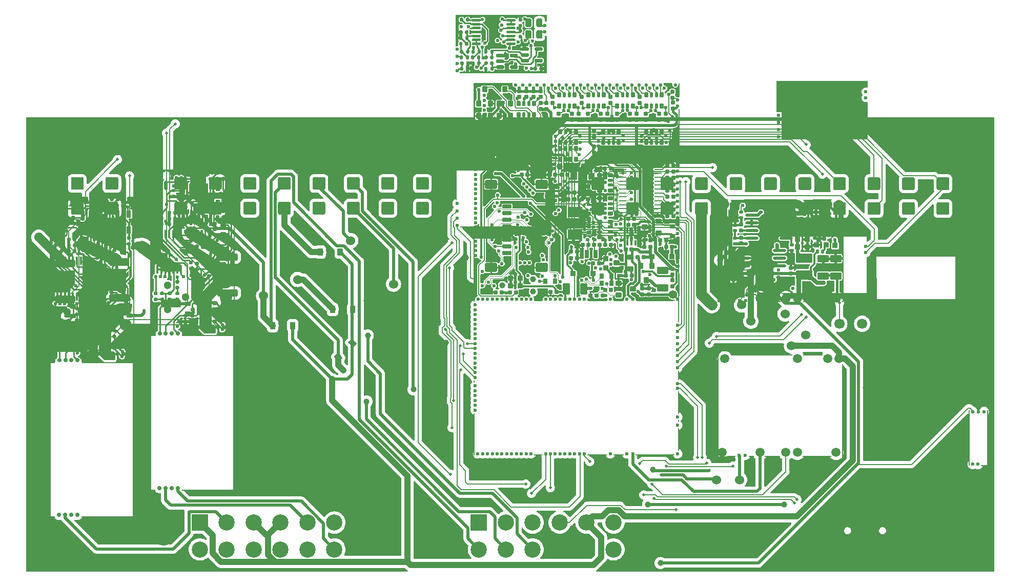
<source format=gbl>
G75*
G70*
%OFA0B0*%
%FSLAX25Y25*%
%IPPOS*%
%LPD*%
%AMOC8*
5,1,8,0,0,1.08239X$1,22.5*
%
%AMM103*
21,1,0.019680,0.019680,-0.000000,0.000000,90.000000*
21,1,0.015750,0.023620,-0.000000,0.000000,90.000000*
1,1,0.003940,0.009840,0.007870*
1,1,0.003940,0.009840,-0.007870*
1,1,0.003940,-0.009840,-0.007870*
1,1,0.003940,-0.009840,0.007870*
%
%AMM104*
21,1,0.019680,0.019680,-0.000000,0.000000,0.000000*
21,1,0.015750,0.023620,-0.000000,0.000000,0.000000*
1,1,0.003940,0.007870,-0.009840*
1,1,0.003940,-0.007870,-0.009840*
1,1,0.003940,-0.007870,0.009840*
1,1,0.003940,0.007870,0.009840*
%
%AMM119*
21,1,0.033470,0.026770,-0.000000,0.000000,0.000000*
21,1,0.026770,0.033470,-0.000000,0.000000,0.000000*
1,1,0.006690,0.013390,-0.013390*
1,1,0.006690,-0.013390,-0.013390*
1,1,0.006690,-0.013390,0.013390*
1,1,0.006690,0.013390,0.013390*
%
%AMM120*
21,1,0.023620,0.018900,-0.000000,0.000000,270.000000*
21,1,0.018900,0.023620,-0.000000,0.000000,270.000000*
1,1,0.004720,-0.009450,-0.009450*
1,1,0.004720,-0.009450,0.009450*
1,1,0.004720,0.009450,0.009450*
1,1,0.004720,0.009450,-0.009450*
%
%AMM134*
21,1,0.035830,0.026770,-0.000000,-0.000000,180.000000*
21,1,0.029130,0.033470,-0.000000,-0.000000,180.000000*
1,1,0.006690,-0.014570,0.013390*
1,1,0.006690,0.014570,0.013390*
1,1,0.006690,0.014570,-0.013390*
1,1,0.006690,-0.014570,-0.013390*
%
%AMM135*
21,1,0.070870,0.036220,-0.000000,-0.000000,270.000000*
21,1,0.061810,0.045280,-0.000000,-0.000000,270.000000*
1,1,0.009060,-0.018110,-0.030910*
1,1,0.009060,-0.018110,0.030910*
1,1,0.009060,0.018110,0.030910*
1,1,0.009060,0.018110,-0.030910*
%
%AMM136*
21,1,0.033470,0.026770,-0.000000,-0.000000,180.000000*
21,1,0.026770,0.033470,-0.000000,-0.000000,180.000000*
1,1,0.006690,-0.013390,0.013390*
1,1,0.006690,0.013390,0.013390*
1,1,0.006690,0.013390,-0.013390*
1,1,0.006690,-0.013390,-0.013390*
%
%AMM170*
21,1,0.035830,0.026770,0.000000,-0.000000,270.000000*
21,1,0.029130,0.033470,0.000000,-0.000000,270.000000*
1,1,0.006690,-0.013390,-0.014570*
1,1,0.006690,-0.013390,0.014570*
1,1,0.006690,0.013390,0.014570*
1,1,0.006690,0.013390,-0.014570*
%
%AMM171*
21,1,0.070870,0.036220,0.000000,-0.000000,0.000000*
21,1,0.061810,0.045280,0.000000,-0.000000,0.000000*
1,1,0.009060,0.030910,-0.018110*
1,1,0.009060,-0.030910,-0.018110*
1,1,0.009060,-0.030910,0.018110*
1,1,0.009060,0.030910,0.018110*
%
%AMM174*
21,1,0.023620,0.018900,0.000000,-0.000000,0.000000*
21,1,0.018900,0.023620,0.000000,-0.000000,0.000000*
1,1,0.004720,0.009450,-0.009450*
1,1,0.004720,-0.009450,-0.009450*
1,1,0.004720,-0.009450,0.009450*
1,1,0.004720,0.009450,0.009450*
%
%AMM175*
21,1,0.019680,0.019680,0.000000,-0.000000,270.000000*
21,1,0.015750,0.023620,0.000000,-0.000000,270.000000*
1,1,0.003940,-0.009840,-0.007870*
1,1,0.003940,-0.009840,0.007870*
1,1,0.003940,0.009840,0.007870*
1,1,0.003940,0.009840,-0.007870*
%
%AMM176*
21,1,0.019680,0.019680,0.000000,-0.000000,180.000000*
21,1,0.015750,0.023620,0.000000,-0.000000,180.000000*
1,1,0.003940,-0.007870,0.009840*
1,1,0.003940,0.007870,0.009840*
1,1,0.003940,0.007870,-0.009840*
1,1,0.003940,-0.007870,-0.009840*
%
%AMM190*
21,1,0.106300,0.050390,0.000000,-0.000000,0.000000*
21,1,0.093700,0.062990,0.000000,-0.000000,0.000000*
1,1,0.012600,0.046850,-0.025200*
1,1,0.012600,-0.046850,-0.025200*
1,1,0.012600,-0.046850,0.025200*
1,1,0.012600,0.046850,0.025200*
%
%AMM191*
21,1,0.033470,0.026770,0.000000,-0.000000,180.000000*
21,1,0.026770,0.033470,0.000000,-0.000000,180.000000*
1,1,0.006690,-0.013390,0.013390*
1,1,0.006690,0.013390,0.013390*
1,1,0.006690,0.013390,-0.013390*
1,1,0.006690,-0.013390,-0.013390*
%
%AMM192*
21,1,0.023620,0.018900,0.000000,-0.000000,90.000000*
21,1,0.018900,0.023620,0.000000,-0.000000,90.000000*
1,1,0.004720,0.009450,0.009450*
1,1,0.004720,0.009450,-0.009450*
1,1,0.004720,-0.009450,-0.009450*
1,1,0.004720,-0.009450,0.009450*
%
%AMM193*
21,1,0.122050,0.075590,0.000000,-0.000000,90.000000*
21,1,0.103150,0.094490,0.000000,-0.000000,90.000000*
1,1,0.018900,0.037800,0.051580*
1,1,0.018900,0.037800,-0.051580*
1,1,0.018900,-0.037800,-0.051580*
1,1,0.018900,-0.037800,0.051580*
%
%AMM194*
21,1,0.118110,0.083460,0.000000,-0.000000,270.000000*
21,1,0.097240,0.104330,0.000000,-0.000000,270.000000*
1,1,0.020870,-0.041730,-0.048620*
1,1,0.020870,-0.041730,0.048620*
1,1,0.020870,0.041730,0.048620*
1,1,0.020870,0.041730,-0.048620*
%
%AMM255*
21,1,0.025590,0.026380,-0.000000,-0.000000,90.000000*
21,1,0.020470,0.031500,-0.000000,-0.000000,90.000000*
1,1,0.005120,0.013190,0.010240*
1,1,0.005120,0.013190,-0.010240*
1,1,0.005120,-0.013190,-0.010240*
1,1,0.005120,-0.013190,0.010240*
%
%AMM256*
21,1,0.017720,0.027950,-0.000000,-0.000000,90.000000*
21,1,0.014170,0.031500,-0.000000,-0.000000,90.000000*
1,1,0.003540,0.013980,0.007090*
1,1,0.003540,0.013980,-0.007090*
1,1,0.003540,-0.013980,-0.007090*
1,1,0.003540,-0.013980,0.007090*
%
%AMM259*
21,1,0.027560,0.018900,-0.000000,-0.000000,270.000000*
21,1,0.022840,0.023620,-0.000000,-0.000000,270.000000*
1,1,0.004720,-0.009450,-0.011420*
1,1,0.004720,-0.009450,0.011420*
1,1,0.004720,0.009450,0.011420*
1,1,0.004720,0.009450,-0.011420*
%
%AMM261*
21,1,0.027560,0.018900,-0.000000,-0.000000,0.000000*
21,1,0.022840,0.023620,-0.000000,-0.000000,0.000000*
1,1,0.004720,0.011420,-0.009450*
1,1,0.004720,-0.011420,-0.009450*
1,1,0.004720,-0.011420,0.009450*
1,1,0.004720,0.011420,0.009450*
%
%AMM263*
21,1,0.035430,0.030320,-0.000000,-0.000000,90.000000*
21,1,0.028350,0.037400,-0.000000,-0.000000,90.000000*
1,1,0.007090,0.015160,0.014170*
1,1,0.007090,0.015160,-0.014170*
1,1,0.007090,-0.015160,-0.014170*
1,1,0.007090,-0.015160,0.014170*
%
%AMM266*
21,1,0.027560,0.030710,-0.000000,-0.000000,180.000000*
21,1,0.022050,0.036220,-0.000000,-0.000000,180.000000*
1,1,0.005510,-0.011020,0.015350*
1,1,0.005510,0.011020,0.015350*
1,1,0.005510,0.011020,-0.015350*
1,1,0.005510,-0.011020,-0.015350*
%
%AMM287*
21,1,0.033470,0.026770,-0.000000,-0.000000,270.000000*
21,1,0.026770,0.033470,-0.000000,-0.000000,270.000000*
1,1,0.006690,-0.013390,-0.013390*
1,1,0.006690,-0.013390,0.013390*
1,1,0.006690,0.013390,0.013390*
1,1,0.006690,0.013390,-0.013390*
%
%AMM288*
21,1,0.025590,0.026380,-0.000000,-0.000000,180.000000*
21,1,0.020470,0.031500,-0.000000,-0.000000,180.000000*
1,1,0.005120,-0.010240,0.013190*
1,1,0.005120,0.010240,0.013190*
1,1,0.005120,0.010240,-0.013190*
1,1,0.005120,-0.010240,-0.013190*
%
%AMM289*
21,1,0.017720,0.027950,-0.000000,-0.000000,180.000000*
21,1,0.014170,0.031500,-0.000000,-0.000000,180.000000*
1,1,0.003540,-0.007090,0.013980*
1,1,0.003540,0.007090,0.013980*
1,1,0.003540,0.007090,-0.013980*
1,1,0.003540,-0.007090,-0.013980*
%
%AMM290*
21,1,0.078740,0.045670,-0.000000,-0.000000,0.000000*
21,1,0.067320,0.057090,-0.000000,-0.000000,0.000000*
1,1,0.011420,0.033660,-0.022840*
1,1,0.011420,-0.033660,-0.022840*
1,1,0.011420,-0.033660,0.022840*
1,1,0.011420,0.033660,0.022840*
%
%AMM291*
21,1,0.059060,0.020470,-0.000000,-0.000000,0.000000*
21,1,0.053940,0.025590,-0.000000,-0.000000,0.000000*
1,1,0.005120,0.026970,-0.010240*
1,1,0.005120,-0.026970,-0.010240*
1,1,0.005120,-0.026970,0.010240*
1,1,0.005120,0.026970,0.010240*
%
%AMM292*
21,1,0.035430,0.030320,-0.000000,-0.000000,0.000000*
21,1,0.028350,0.037400,-0.000000,-0.000000,0.000000*
1,1,0.007090,0.014170,-0.015160*
1,1,0.007090,-0.014170,-0.015160*
1,1,0.007090,-0.014170,0.015160*
1,1,0.007090,0.014170,0.015160*
%
%AMM293*
21,1,0.012600,0.028980,-0.000000,-0.000000,0.000000*
21,1,0.010080,0.031500,-0.000000,-0.000000,0.000000*
1,1,0.002520,0.005040,-0.014490*
1,1,0.002520,-0.005040,-0.014490*
1,1,0.002520,-0.005040,0.014490*
1,1,0.002520,0.005040,0.014490*
%
%AMM294*
21,1,0.070870,0.036220,-0.000000,-0.000000,180.000000*
21,1,0.061810,0.045280,-0.000000,-0.000000,180.000000*
1,1,0.009060,-0.030910,0.018110*
1,1,0.009060,0.030910,0.018110*
1,1,0.009060,0.030910,-0.018110*
1,1,0.009060,-0.030910,-0.018110*
%
%AMM295*
21,1,0.027560,0.049610,-0.000000,-0.000000,180.000000*
21,1,0.022050,0.055120,-0.000000,-0.000000,180.000000*
1,1,0.005510,-0.011020,0.024800*
1,1,0.005510,0.011020,0.024800*
1,1,0.005510,0.011020,-0.024800*
1,1,0.005510,-0.011020,-0.024800*
%
%AMM296*
21,1,0.027560,0.030710,-0.000000,-0.000000,270.000000*
21,1,0.022050,0.036220,-0.000000,-0.000000,270.000000*
1,1,0.005510,-0.015350,-0.011020*
1,1,0.005510,-0.015350,0.011020*
1,1,0.005510,0.015350,0.011020*
1,1,0.005510,0.015350,-0.011020*
%
%ADD10C,0.06000*%
%ADD123C,0.00984*%
%ADD13R,0.10559X0.10559*%
%ADD14C,0.10559*%
%ADD145C,0.05118*%
%ADD15C,0.12756*%
%ADD158C,0.03900*%
%ADD16C,0.02362*%
%ADD17O,0.04823X0.00787*%
%ADD18O,0.00787X0.36614*%
%ADD186C,0.00492*%
%ADD187C,0.01260*%
%ADD188C,0.04331*%
%ADD189C,0.05512*%
%ADD19R,0.00984X0.24350*%
%ADD20R,0.00984X0.04390*%
%ADD21R,0.56201X0.00984*%
%ADD22R,0.59449X0.00984*%
%ADD223R,0.01378X0.01476*%
%ADD224R,0.01968X0.01968*%
%ADD226O,0.04961X0.00984*%
%ADD228R,0.09449X0.06693*%
%ADD229R,0.01476X0.01378*%
%ADD23R,0.00984X0.20374*%
%ADD231R,0.03937X0.04331*%
%ADD26C,0.02756*%
%ADD262M103*%
%ADD263M104*%
%ADD264O,0.40158X0.00787*%
%ADD279M119*%
%ADD280M120*%
%ADD281O,0.08661X0.01968*%
%ADD29R,0.04331X0.00984*%
%ADD296M134*%
%ADD297M135*%
%ADD298M136*%
%ADD30R,0.03858X0.00984*%
%ADD32R,0.00984X1.08661*%
%ADD332M170*%
%ADD333M171*%
%ADD336M174*%
%ADD337M175*%
%ADD338M176*%
%ADD34R,0.03740X0.00984*%
%ADD35C,0.05906*%
%ADD352M190*%
%ADD353M191*%
%ADD354M192*%
%ADD355M193*%
%ADD356M194*%
%ADD36O,0.12992X0.00787*%
%ADD37O,0.40157X0.00787*%
%ADD370R,0.07874X0.07500*%
%ADD371O,0.07874X0.07500*%
%ADD373R,0.01772X0.05709*%
%ADD374R,0.02559X0.04803*%
%ADD38O,0.01181X0.00787*%
%ADD39O,0.00787X0.66929*%
%ADD40O,0.00787X0.60630*%
%ADD41O,0.18898X0.00787*%
%ADD42O,0.10236X0.00787*%
%ADD43O,0.03937X0.00787*%
%ADD44O,0.05906X0.00787*%
%ADD45C,0.06693*%
%ADD450M255*%
%ADD451M256*%
%ADD454M259*%
%ADD456M261*%
%ADD458M263*%
%ADD461M266*%
%ADD47O,0.03937X0.08268*%
%ADD48O,0.03937X0.06299*%
%ADD482M287*%
%ADD483M288*%
%ADD484M289*%
%ADD485M290*%
%ADD486M291*%
%ADD487M292*%
%ADD488M293*%
%ADD489M294*%
%ADD49R,0.00787X0.14567*%
%ADD490M295*%
%ADD491M296*%
%ADD50R,0.00787X0.01575*%
%ADD51R,0.00787X0.06299*%
%ADD52R,0.00787X0.38189*%
%ADD53R,0.00787X0.09055*%
%ADD54R,0.05512X0.00787*%
%ADD55R,0.25197X0.00787*%
%ADD56R,0.06693X0.00787*%
%ADD57R,0.12992X0.00787*%
%ADD58R,0.00787X0.27559*%
%ADD59R,0.00787X0.12992*%
%ADD60R,0.00787X0.24803*%
%ADD62C,0.03937*%
%ADD63C,0.01969*%
%ADD64C,0.00787*%
%ADD65C,0.03150*%
%ADD66C,0.07874*%
%ADD69C,0.01181*%
%ADD72C,0.00591*%
%ADD81R,0.24803X0.00984*%
%ADD82R,0.34449X0.00984*%
%ADD83C,0.06890*%
%ADD84C,0.01968*%
%ADD85C,0.01575*%
X0000000Y0000000D02*
%LPD*%
G01*
D10*
X0464292Y0059645D03*
X0449292Y0059645D03*
D13*
X0294626Y0031889D03*
D14*
X0312146Y0031889D03*
X0329626Y0031889D03*
X0347146Y0031889D03*
X0364626Y0031889D03*
X0382146Y0031889D03*
X0382146Y0014370D03*
X0364626Y0014370D03*
X0347146Y0014370D03*
X0329626Y0014370D03*
X0312146Y0014370D03*
X0294626Y0014370D03*
D15*
X0270867Y0023110D03*
X0405867Y0023110D03*
D16*
X0615748Y0104035D03*
D17*
X0623524Y0068996D03*
D18*
X0613386Y0086909D03*
X0625591Y0086909D03*
D16*
X0619489Y0104035D03*
X0623229Y0104035D03*
X0619292Y0069783D03*
X0615748Y0069783D03*
X0280512Y0234744D03*
X0280512Y0239468D03*
X0280512Y0230019D03*
X0280512Y0225295D03*
D19*
X0338189Y0235797D03*
D20*
X0338189Y0259616D03*
D21*
X0310581Y0224114D03*
D22*
X0308957Y0261318D03*
D23*
X0279725Y0251624D03*
D16*
X0337304Y0250728D03*
X0337304Y0254665D03*
D26*
X0021654Y0036909D03*
X0033465Y0036909D03*
X0029528Y0036909D03*
X0025591Y0036909D03*
D29*
X0068308Y0143110D03*
D30*
X0051221Y0143110D03*
D81*
X0027756Y0143110D03*
D32*
X0069981Y0089271D03*
X0015847Y0089271D03*
D82*
X0053248Y0035433D03*
D34*
X0017225Y0035433D03*
D26*
X0059646Y0141599D03*
X0055709Y0141599D03*
X0042733Y0141599D03*
X0046733Y0141599D03*
X0063583Y0141599D03*
D35*
X0526969Y0077460D03*
X0501772Y0077460D03*
X0494292Y0077460D03*
X0477363Y0077460D03*
D16*
X0467914Y0075689D03*
X0463977Y0075689D03*
D36*
X0511811Y0141043D03*
D37*
X0478347Y0141043D03*
D38*
X0450394Y0141043D03*
D39*
X0450197Y0107972D03*
D40*
X0531300Y0104822D03*
D35*
X0452756Y0077460D03*
D38*
X0531103Y0074901D03*
D41*
X0514567Y0074901D03*
D42*
X0485630Y0074901D03*
D43*
X0471851Y0074901D03*
D44*
X0458859Y0074901D03*
D35*
X0528741Y0138484D03*
X0521457Y0138484D03*
X0501969Y0138484D03*
X0454528Y0138484D03*
G36*
G01*
X0253741Y0233267D02*
X0253741Y0239566D01*
G75*
G02*
X0254725Y0240551I0000984J0000000D01*
G01*
X0261024Y0240551D01*
G75*
G02*
X0262008Y0239566I0000000J-000984D01*
G01*
X0262008Y0233267D01*
G75*
G02*
X0261024Y0232283I-000984J0000000D01*
G01*
X0254725Y0232283D01*
G75*
G02*
X0253741Y0233267I0000000J0000984D01*
G01*
G37*
G36*
G01*
X0231300Y0233267D02*
X0231300Y0239566D01*
G75*
G02*
X0232284Y0240551I0000984J0000000D01*
G01*
X0238583Y0240551D01*
G75*
G02*
X0239567Y0239566I0000000J-000984D01*
G01*
X0239567Y0233267D01*
G75*
G02*
X0238583Y0232283I-000984J0000000D01*
G01*
X0232284Y0232283D01*
G75*
G02*
X0231300Y0233267I0000000J0000984D01*
G01*
G37*
G36*
G01*
X0208859Y0233267D02*
X0208859Y0239566D01*
G75*
G02*
X0209843Y0240551I0000984J0000000D01*
G01*
X0216142Y0240551D01*
G75*
G02*
X0217126Y0239566I0000000J-000984D01*
G01*
X0217126Y0233267D01*
G75*
G02*
X0216142Y0232283I-000984J0000000D01*
G01*
X0209843Y0232283D01*
G75*
G02*
X0208859Y0233267I0000000J0000984D01*
G01*
G37*
G36*
G01*
X0186418Y0233267D02*
X0186418Y0239566D01*
G75*
G02*
X0187402Y0240551I0000984J0000000D01*
G01*
X0193701Y0240551D01*
G75*
G02*
X0194685Y0239566I0000000J-000984D01*
G01*
X0194685Y0233267D01*
G75*
G02*
X0193701Y0232283I-000984J0000000D01*
G01*
X0187402Y0232283D01*
G75*
G02*
X0186418Y0233267I0000000J0000984D01*
G01*
G37*
G36*
G01*
X0163977Y0233267D02*
X0163977Y0239566D01*
G75*
G02*
X0164961Y0240551I0000984J0000000D01*
G01*
X0171260Y0240551D01*
G75*
G02*
X0172245Y0239566I0000000J-000984D01*
G01*
X0172245Y0233267D01*
G75*
G02*
X0171260Y0232283I-000984J0000000D01*
G01*
X0164961Y0232283D01*
G75*
G02*
X0163977Y0233267I0000000J0000984D01*
G01*
G37*
G36*
G01*
X0141536Y0233267D02*
X0141536Y0239566D01*
G75*
G02*
X0142520Y0240551I0000984J0000000D01*
G01*
X0148819Y0240551D01*
G75*
G02*
X0149804Y0239566I0000000J-000984D01*
G01*
X0149804Y0233267D01*
G75*
G02*
X0148819Y0232283I-000984J0000000D01*
G01*
X0142520Y0232283D01*
G75*
G02*
X0141536Y0233267I0000000J0000984D01*
G01*
G37*
G36*
G01*
X0119095Y0233267D02*
X0119095Y0239566D01*
G75*
G02*
X0120079Y0240551I0000984J0000000D01*
G01*
X0126378Y0240551D01*
G75*
G02*
X0127363Y0239566I0000000J-000984D01*
G01*
X0127363Y0233267D01*
G75*
G02*
X0126378Y0232283I-000984J0000000D01*
G01*
X0120079Y0232283D01*
G75*
G02*
X0119095Y0233267I0000000J0000984D01*
G01*
G37*
G36*
G01*
X0096654Y0233267D02*
X0096654Y0239566D01*
G75*
G02*
X0097638Y0240551I0000984J0000000D01*
G01*
X0103937Y0240551D01*
G75*
G02*
X0104922Y0239566I0000000J-000984D01*
G01*
X0104922Y0233267D01*
G75*
G02*
X0103937Y0232283I-000984J0000000D01*
G01*
X0097638Y0232283D01*
G75*
G02*
X0096654Y0233267I0000000J0000984D01*
G01*
G37*
G36*
G01*
X0074213Y0233267D02*
X0074213Y0239566D01*
G75*
G02*
X0075197Y0240551I0000984J0000000D01*
G01*
X0081496Y0240551D01*
G75*
G02*
X0082481Y0239566I0000000J-000984D01*
G01*
X0082481Y0233267D01*
G75*
G02*
X0081496Y0232283I-000984J0000000D01*
G01*
X0075197Y0232283D01*
G75*
G02*
X0074213Y0233267I0000000J0000984D01*
G01*
G37*
G36*
G01*
X0051772Y0233267D02*
X0051772Y0239566D01*
G75*
G02*
X0052756Y0240551I0000984J0000000D01*
G01*
X0059056Y0240551D01*
G75*
G02*
X0060040Y0239566I0000000J-000984D01*
G01*
X0060040Y0233267D01*
G75*
G02*
X0059056Y0232283I-000984J0000000D01*
G01*
X0052756Y0232283D01*
G75*
G02*
X0051772Y0233267I0000000J0000984D01*
G01*
G37*
G36*
G01*
X0029331Y0233267D02*
X0029331Y0239566D01*
G75*
G02*
X0030315Y0240551I0000984J0000000D01*
G01*
X0036615Y0240551D01*
G75*
G02*
X0037599Y0239566I0000000J-000984D01*
G01*
X0037599Y0233267D01*
G75*
G02*
X0036615Y0232283I-000984J0000000D01*
G01*
X0030315Y0232283D01*
G75*
G02*
X0029331Y0233267I0000000J0000984D01*
G01*
G37*
G36*
G01*
X0253741Y0249409D02*
X0253741Y0255708D01*
G75*
G02*
X0254725Y0256692I0000984J0000000D01*
G01*
X0261024Y0256692D01*
G75*
G02*
X0262008Y0255708I0000000J-000984D01*
G01*
X0262008Y0249409D01*
G75*
G02*
X0261024Y0248425I-000984J0000000D01*
G01*
X0254725Y0248425D01*
G75*
G02*
X0253741Y0249409I0000000J0000984D01*
G01*
G37*
G36*
G01*
X0231300Y0249409D02*
X0231300Y0255708D01*
G75*
G02*
X0232284Y0256692I0000984J0000000D01*
G01*
X0238583Y0256692D01*
G75*
G02*
X0239567Y0255708I0000000J-000984D01*
G01*
X0239567Y0249409D01*
G75*
G02*
X0238583Y0248425I-000984J0000000D01*
G01*
X0232284Y0248425D01*
G75*
G02*
X0231300Y0249409I0000000J0000984D01*
G01*
G37*
G36*
G01*
X0208859Y0249409D02*
X0208859Y0255708D01*
G75*
G02*
X0209843Y0256692I0000984J0000000D01*
G01*
X0216142Y0256692D01*
G75*
G02*
X0217126Y0255708I0000000J-000984D01*
G01*
X0217126Y0249409D01*
G75*
G02*
X0216142Y0248425I-000984J0000000D01*
G01*
X0209843Y0248425D01*
G75*
G02*
X0208859Y0249409I0000000J0000984D01*
G01*
G37*
G36*
G01*
X0186418Y0249409D02*
X0186418Y0255708D01*
G75*
G02*
X0187402Y0256692I0000984J0000000D01*
G01*
X0193701Y0256692D01*
G75*
G02*
X0194685Y0255708I0000000J-000984D01*
G01*
X0194685Y0249409D01*
G75*
G02*
X0193701Y0248425I-000984J0000000D01*
G01*
X0187402Y0248425D01*
G75*
G02*
X0186418Y0249409I0000000J0000984D01*
G01*
G37*
G36*
G01*
X0163977Y0249409D02*
X0163977Y0255708D01*
G75*
G02*
X0164961Y0256692I0000984J0000000D01*
G01*
X0171260Y0256692D01*
G75*
G02*
X0172245Y0255708I0000000J-000984D01*
G01*
X0172245Y0249409D01*
G75*
G02*
X0171260Y0248425I-000984J0000000D01*
G01*
X0164961Y0248425D01*
G75*
G02*
X0163977Y0249409I0000000J0000984D01*
G01*
G37*
G36*
G01*
X0141536Y0249409D02*
X0141536Y0255708D01*
G75*
G02*
X0142520Y0256692I0000984J0000000D01*
G01*
X0148819Y0256692D01*
G75*
G02*
X0149804Y0255708I0000000J-000984D01*
G01*
X0149804Y0249409D01*
G75*
G02*
X0148819Y0248425I-000984J0000000D01*
G01*
X0142520Y0248425D01*
G75*
G02*
X0141536Y0249409I0000000J0000984D01*
G01*
G37*
G36*
G01*
X0119095Y0249409D02*
X0119095Y0255708D01*
G75*
G02*
X0120079Y0256692I0000984J0000000D01*
G01*
X0126378Y0256692D01*
G75*
G02*
X0127363Y0255708I0000000J-000984D01*
G01*
X0127363Y0249409D01*
G75*
G02*
X0126378Y0248425I-000984J0000000D01*
G01*
X0120079Y0248425D01*
G75*
G02*
X0119095Y0249409I0000000J0000984D01*
G01*
G37*
G36*
G01*
X0096654Y0249409D02*
X0096654Y0255708D01*
G75*
G02*
X0097638Y0256692I0000984J0000000D01*
G01*
X0103937Y0256692D01*
G75*
G02*
X0104922Y0255708I0000000J-000984D01*
G01*
X0104922Y0249409D01*
G75*
G02*
X0103937Y0248425I-000984J0000000D01*
G01*
X0097638Y0248425D01*
G75*
G02*
X0096654Y0249409I0000000J0000984D01*
G01*
G37*
G36*
G01*
X0074213Y0249409D02*
X0074213Y0255708D01*
G75*
G02*
X0075197Y0256692I0000984J0000000D01*
G01*
X0081496Y0256692D01*
G75*
G02*
X0082481Y0255708I0000000J-000984D01*
G01*
X0082481Y0249409D01*
G75*
G02*
X0081496Y0248425I-000984J0000000D01*
G01*
X0075197Y0248425D01*
G75*
G02*
X0074213Y0249409I0000000J0000984D01*
G01*
G37*
G36*
G01*
X0051772Y0249409D02*
X0051772Y0255708D01*
G75*
G02*
X0052756Y0256692I0000984J0000000D01*
G01*
X0059056Y0256692D01*
G75*
G02*
X0060040Y0255708I0000000J-000984D01*
G01*
X0060040Y0249409D01*
G75*
G02*
X0059056Y0248425I-000984J0000000D01*
G01*
X0052756Y0248425D01*
G75*
G02*
X0051772Y0249409I0000000J0000984D01*
G01*
G37*
G36*
G01*
X0029331Y0249409D02*
X0029331Y0255708D01*
G75*
G02*
X0030315Y0256692I0000984J0000000D01*
G01*
X0036615Y0256692D01*
G75*
G02*
X0037599Y0255708I0000000J-000984D01*
G01*
X0037599Y0249409D01*
G75*
G02*
X0036615Y0248425I-000984J0000000D01*
G01*
X0030315Y0248425D01*
G75*
G02*
X0029331Y0249409I0000000J0000984D01*
G01*
G37*
G36*
G01*
X0592323Y0233070D02*
X0592323Y0239370D01*
G75*
G02*
X0593308Y0240354I0000984J0000000D01*
G01*
X0599607Y0240354D01*
G75*
G02*
X0600591Y0239370I0000000J-000984D01*
G01*
X0600591Y0233070D01*
G75*
G02*
X0599607Y0232086I-000984J0000000D01*
G01*
X0593308Y0232086D01*
G75*
G02*
X0592323Y0233070I0000000J0000984D01*
G01*
G37*
G36*
G01*
X0569882Y0233070D02*
X0569882Y0239370D01*
G75*
G02*
X0570867Y0240354I0000984J0000000D01*
G01*
X0577166Y0240354D01*
G75*
G02*
X0578150Y0239370I0000000J-000984D01*
G01*
X0578150Y0233070D01*
G75*
G02*
X0577166Y0232086I-000984J0000000D01*
G01*
X0570867Y0232086D01*
G75*
G02*
X0569882Y0233070I0000000J0000984D01*
G01*
G37*
G36*
G01*
X0547441Y0233070D02*
X0547441Y0239370D01*
G75*
G02*
X0548426Y0240354I0000984J0000000D01*
G01*
X0554725Y0240354D01*
G75*
G02*
X0555709Y0239370I0000000J-000984D01*
G01*
X0555709Y0233070D01*
G75*
G02*
X0554725Y0232086I-000984J0000000D01*
G01*
X0548426Y0232086D01*
G75*
G02*
X0547441Y0233070I0000000J0000984D01*
G01*
G37*
G36*
G01*
X0525000Y0233070D02*
X0525000Y0239370D01*
G75*
G02*
X0525985Y0240354I0000984J0000000D01*
G01*
X0532284Y0240354D01*
G75*
G02*
X0533268Y0239370I0000000J-000984D01*
G01*
X0533268Y0233070D01*
G75*
G02*
X0532284Y0232086I-000984J0000000D01*
G01*
X0525985Y0232086D01*
G75*
G02*
X0525000Y0233070I0000000J0000984D01*
G01*
G37*
G36*
G01*
X0502559Y0233070D02*
X0502559Y0239370D01*
G75*
G02*
X0503544Y0240354I0000984J0000000D01*
G01*
X0509843Y0240354D01*
G75*
G02*
X0510827Y0239370I0000000J-000984D01*
G01*
X0510827Y0233070D01*
G75*
G02*
X0509843Y0232086I-000984J0000000D01*
G01*
X0503544Y0232086D01*
G75*
G02*
X0502559Y0233070I0000000J0000984D01*
G01*
G37*
G36*
G01*
X0480119Y0233070D02*
X0480119Y0239370D01*
G75*
G02*
X0481103Y0240354I0000984J0000000D01*
G01*
X0487402Y0240354D01*
G75*
G02*
X0488386Y0239370I0000000J-000984D01*
G01*
X0488386Y0233070D01*
G75*
G02*
X0487402Y0232086I-000984J0000000D01*
G01*
X0481103Y0232086D01*
G75*
G02*
X0480119Y0233070I0000000J0000984D01*
G01*
G37*
G36*
G01*
X0457678Y0233070D02*
X0457678Y0239370D01*
G75*
G02*
X0458662Y0240354I0000984J0000000D01*
G01*
X0464961Y0240354D01*
G75*
G02*
X0465945Y0239370I0000000J-000984D01*
G01*
X0465945Y0233070D01*
G75*
G02*
X0464961Y0232086I-000984J0000000D01*
G01*
X0458662Y0232086D01*
G75*
G02*
X0457678Y0233070I0000000J0000984D01*
G01*
G37*
G36*
G01*
X0435237Y0233070D02*
X0435237Y0239370D01*
G75*
G02*
X0436221Y0240354I0000984J0000000D01*
G01*
X0442520Y0240354D01*
G75*
G02*
X0443504Y0239370I0000000J-000984D01*
G01*
X0443504Y0233070D01*
G75*
G02*
X0442520Y0232086I-000984J0000000D01*
G01*
X0436221Y0232086D01*
G75*
G02*
X0435237Y0233070I0000000J0000984D01*
G01*
G37*
G36*
G01*
X0412796Y0233070D02*
X0412796Y0239370D01*
G75*
G02*
X0413780Y0240354I0000984J0000000D01*
G01*
X0420079Y0240354D01*
G75*
G02*
X0421063Y0239370I0000000J-000984D01*
G01*
X0421063Y0233070D01*
G75*
G02*
X0420079Y0232086I-000984J0000000D01*
G01*
X0413780Y0232086D01*
G75*
G02*
X0412796Y0233070I0000000J0000984D01*
G01*
G37*
G36*
G01*
X0390355Y0233070D02*
X0390355Y0239370D01*
G75*
G02*
X0391339Y0240354I0000984J0000000D01*
G01*
X0397638Y0240354D01*
G75*
G02*
X0398622Y0239370I0000000J-000984D01*
G01*
X0398622Y0233070D01*
G75*
G02*
X0397638Y0232086I-000984J0000000D01*
G01*
X0391339Y0232086D01*
G75*
G02*
X0390355Y0233070I0000000J0000984D01*
G01*
G37*
G36*
G01*
X0367914Y0233070D02*
X0367914Y0239370D01*
G75*
G02*
X0368898Y0240354I0000984J0000000D01*
G01*
X0375197Y0240354D01*
G75*
G02*
X0376182Y0239370I0000000J-000984D01*
G01*
X0376182Y0233070D01*
G75*
G02*
X0375197Y0232086I-000984J0000000D01*
G01*
X0368898Y0232086D01*
G75*
G02*
X0367914Y0233070I0000000J0000984D01*
G01*
G37*
G36*
G01*
X0592323Y0249212D02*
X0592323Y0255511D01*
G75*
G02*
X0593308Y0256496I0000984J0000000D01*
G01*
X0599607Y0256496D01*
G75*
G02*
X0600591Y0255511I0000000J-000984D01*
G01*
X0600591Y0249212D01*
G75*
G02*
X0599607Y0248228I-000984J0000000D01*
G01*
X0593308Y0248228D01*
G75*
G02*
X0592323Y0249212I0000000J0000984D01*
G01*
G37*
G36*
G01*
X0569882Y0249212D02*
X0569882Y0255511D01*
G75*
G02*
X0570867Y0256496I0000984J0000000D01*
G01*
X0577166Y0256496D01*
G75*
G02*
X0578150Y0255511I0000000J-000984D01*
G01*
X0578150Y0249212D01*
G75*
G02*
X0577166Y0248228I-000984J0000000D01*
G01*
X0570867Y0248228D01*
G75*
G02*
X0569882Y0249212I0000000J0000984D01*
G01*
G37*
G36*
G01*
X0547441Y0249212D02*
X0547441Y0255511D01*
G75*
G02*
X0548426Y0256496I0000984J0000000D01*
G01*
X0554725Y0256496D01*
G75*
G02*
X0555709Y0255511I0000000J-000984D01*
G01*
X0555709Y0249212D01*
G75*
G02*
X0554725Y0248228I-000984J0000000D01*
G01*
X0548426Y0248228D01*
G75*
G02*
X0547441Y0249212I0000000J0000984D01*
G01*
G37*
G36*
G01*
X0525000Y0249212D02*
X0525000Y0255511D01*
G75*
G02*
X0525985Y0256496I0000984J0000000D01*
G01*
X0532284Y0256496D01*
G75*
G02*
X0533268Y0255511I0000000J-000984D01*
G01*
X0533268Y0249212D01*
G75*
G02*
X0532284Y0248228I-000984J0000000D01*
G01*
X0525985Y0248228D01*
G75*
G02*
X0525000Y0249212I0000000J0000984D01*
G01*
G37*
G36*
G01*
X0502559Y0249212D02*
X0502559Y0255511D01*
G75*
G02*
X0503544Y0256496I0000984J0000000D01*
G01*
X0509843Y0256496D01*
G75*
G02*
X0510827Y0255511I0000000J-000984D01*
G01*
X0510827Y0249212D01*
G75*
G02*
X0509843Y0248228I-000984J0000000D01*
G01*
X0503544Y0248228D01*
G75*
G02*
X0502559Y0249212I0000000J0000984D01*
G01*
G37*
G36*
G01*
X0480119Y0249212D02*
X0480119Y0255511D01*
G75*
G02*
X0481103Y0256496I0000984J0000000D01*
G01*
X0487402Y0256496D01*
G75*
G02*
X0488386Y0255511I0000000J-000984D01*
G01*
X0488386Y0249212D01*
G75*
G02*
X0487402Y0248228I-000984J0000000D01*
G01*
X0481103Y0248228D01*
G75*
G02*
X0480119Y0249212I0000000J0000984D01*
G01*
G37*
G36*
G01*
X0457678Y0249212D02*
X0457678Y0255511D01*
G75*
G02*
X0458662Y0256496I0000984J0000000D01*
G01*
X0464961Y0256496D01*
G75*
G02*
X0465945Y0255511I0000000J-000984D01*
G01*
X0465945Y0249212D01*
G75*
G02*
X0464961Y0248228I-000984J0000000D01*
G01*
X0458662Y0248228D01*
G75*
G02*
X0457678Y0249212I0000000J0000984D01*
G01*
G37*
G36*
G01*
X0435237Y0249212D02*
X0435237Y0255511D01*
G75*
G02*
X0436221Y0256496I0000984J0000000D01*
G01*
X0442520Y0256496D01*
G75*
G02*
X0443504Y0255511I0000000J-000984D01*
G01*
X0443504Y0249212D01*
G75*
G02*
X0442520Y0248228I-000984J0000000D01*
G01*
X0436221Y0248228D01*
G75*
G02*
X0435237Y0249212I0000000J0000984D01*
G01*
G37*
G36*
G01*
X0412796Y0249212D02*
X0412796Y0255511D01*
G75*
G02*
X0413780Y0256496I0000984J0000000D01*
G01*
X0420079Y0256496D01*
G75*
G02*
X0421063Y0255511I0000000J-000984D01*
G01*
X0421063Y0249212D01*
G75*
G02*
X0420079Y0248228I-000984J0000000D01*
G01*
X0413780Y0248228D01*
G75*
G02*
X0412796Y0249212I0000000J0000984D01*
G01*
G37*
G36*
G01*
X0390355Y0249212D02*
X0390355Y0255511D01*
G75*
G02*
X0391339Y0256496I0000984J0000000D01*
G01*
X0397638Y0256496D01*
G75*
G02*
X0398622Y0255511I0000000J-000984D01*
G01*
X0398622Y0249212D01*
G75*
G02*
X0397638Y0248228I-000984J0000000D01*
G01*
X0391339Y0248228D01*
G75*
G02*
X0390355Y0249212I0000000J0000984D01*
G01*
G37*
G36*
G01*
X0367914Y0249212D02*
X0367914Y0255511D01*
G75*
G02*
X0368898Y0256496I0000984J0000000D01*
G01*
X0375197Y0256496D01*
G75*
G02*
X0376182Y0255511I0000000J-000984D01*
G01*
X0376182Y0249212D01*
G75*
G02*
X0375197Y0248228I-000984J0000000D01*
G01*
X0368898Y0248228D01*
G75*
G02*
X0367914Y0249212I0000000J0000984D01*
G01*
G37*
D16*
X0489371Y0191633D03*
X0489371Y0196358D03*
X0489371Y0186909D03*
X0489371Y0182185D03*
D19*
X0547048Y0192687D03*
D20*
X0547048Y0216505D03*
D21*
X0519439Y0181003D03*
D22*
X0517815Y0218208D03*
D23*
X0488583Y0208513D03*
D16*
X0546162Y0207618D03*
X0546162Y0211555D03*
D45*
X0529036Y0161220D03*
D47*
X0528760Y0028563D03*
D48*
X0528760Y0012106D03*
D47*
X0562776Y0028563D03*
D48*
X0562776Y0012106D03*
D45*
X0543918Y0161220D03*
D10*
X0446162Y0173425D03*
X0465453Y0173425D03*
D16*
X0292323Y0190452D03*
X0292323Y0173523D03*
X0292323Y0170374D03*
X0292323Y0167224D03*
X0292323Y0164074D03*
X0292323Y0160925D03*
X0292323Y0157775D03*
X0292323Y0154626D03*
X0292323Y0151476D03*
X0292323Y0148326D03*
X0292323Y0145177D03*
X0292323Y0142027D03*
X0292323Y0138878D03*
X0292323Y0135728D03*
X0292323Y0132578D03*
X0292323Y0129429D03*
X0292323Y0126279D03*
X0292323Y0120767D03*
X0292323Y0117618D03*
X0292323Y0114468D03*
X0292323Y0111319D03*
X0292323Y0108169D03*
X0292323Y0105019D03*
D49*
X0424607Y0085925D03*
D50*
X0424607Y0097933D03*
D49*
X0424607Y0109941D03*
D51*
X0424607Y0127460D03*
D52*
X0424607Y0181200D03*
D53*
X0424607Y0212696D03*
D54*
X0417520Y0216830D03*
D55*
X0409252Y0075885D03*
D56*
X0385434Y0075885D03*
D57*
X0371654Y0075885D03*
D54*
X0333268Y0075885D03*
D55*
X0303741Y0216830D03*
D58*
X0291536Y0089271D03*
D50*
X0291536Y0123523D03*
D59*
X0291536Y0181988D03*
D60*
X0291536Y0204822D03*
D16*
X0293898Y0076673D03*
X0297048Y0076673D03*
X0300197Y0076673D03*
X0303347Y0076673D03*
X0306496Y0076673D03*
X0309646Y0076673D03*
X0312796Y0076673D03*
X0315945Y0076673D03*
X0319095Y0076673D03*
X0322244Y0076673D03*
X0325394Y0076673D03*
X0328544Y0076673D03*
X0337993Y0076673D03*
X0341142Y0076673D03*
X0344292Y0076673D03*
X0347441Y0076673D03*
X0350591Y0076673D03*
X0353741Y0076673D03*
X0356890Y0076673D03*
X0360040Y0076673D03*
X0363189Y0076673D03*
X0380119Y0076673D03*
X0390748Y0076673D03*
X0394685Y0076673D03*
X0423819Y0076673D03*
X0318307Y0216043D03*
X0323032Y0216043D03*
X0327756Y0216043D03*
X0332481Y0216043D03*
X0337205Y0216043D03*
X0341930Y0216043D03*
X0346654Y0216043D03*
X0351378Y0216043D03*
X0356103Y0216043D03*
X0360827Y0216043D03*
X0365552Y0216043D03*
X0370276Y0216043D03*
X0375000Y0216043D03*
X0379725Y0216043D03*
X0384449Y0216043D03*
X0389174Y0216043D03*
X0393898Y0216043D03*
X0398622Y0216043D03*
X0403347Y0216043D03*
X0408071Y0216043D03*
X0412796Y0216043D03*
X0422245Y0216043D03*
X0423819Y0206200D03*
X0423819Y0202263D03*
X0423819Y0160137D03*
X0423819Y0156200D03*
X0423819Y0152263D03*
X0423819Y0148326D03*
X0423819Y0144389D03*
X0423819Y0140452D03*
X0423819Y0136515D03*
X0423819Y0132578D03*
X0423819Y0122342D03*
X0423819Y0119193D03*
X0423819Y0100689D03*
X0423819Y0095177D03*
D13*
X0113130Y0031889D03*
D14*
X0130650Y0031889D03*
X0148130Y0031889D03*
X0165650Y0031889D03*
X0183130Y0031889D03*
X0200650Y0031889D03*
X0200650Y0014370D03*
X0183130Y0014370D03*
X0165650Y0014370D03*
X0148130Y0014370D03*
X0130650Y0014370D03*
X0113130Y0014370D03*
D15*
X0089371Y0023110D03*
X0224371Y0023110D03*
D10*
X0493672Y0167647D03*
X0507313Y0154006D03*
D26*
X0086910Y0054330D03*
X0098721Y0054330D03*
X0094784Y0054330D03*
X0090847Y0054330D03*
D29*
X0133563Y0160531D03*
D30*
X0116477Y0160531D03*
D81*
X0093012Y0160531D03*
D32*
X0135237Y0106692D03*
X0081103Y0106692D03*
D82*
X0118504Y0052854D03*
D34*
X0082481Y0052854D03*
D26*
X0124902Y0159020D03*
X0120965Y0159020D03*
X0107989Y0159020D03*
X0111989Y0159020D03*
X0128839Y0159020D03*
G36*
G01*
X0100000Y0171948D02*
X0088780Y0171948D01*
G75*
G02*
X0087796Y0172933I0000000J0000984D01*
G01*
X0087796Y0175787D01*
G75*
G02*
X0088780Y0176771I0000984J0000000D01*
G01*
X0100000Y0176771D01*
G75*
G02*
X0100985Y0175787I0000000J-000984D01*
G01*
X0100985Y0172933D01*
G75*
G02*
X0100000Y0171948I-000984J0000000D01*
G01*
G37*
G36*
G01*
X0100000Y0195275D02*
X0088780Y0195275D01*
G75*
G02*
X0087796Y0196259I0000000J0000984D01*
G01*
X0087796Y0199114D01*
G75*
G02*
X0088780Y0200098I0000984J0000000D01*
G01*
X0100000Y0200098D01*
G75*
G02*
X0100985Y0199114I0000000J-000984D01*
G01*
X0100985Y0196259D01*
G75*
G02*
X0100000Y0195275I-000984J0000000D01*
G01*
G37*
G36*
G01*
X0136811Y0178838D02*
X0125591Y0178838D01*
G75*
G02*
X0124607Y0179822I0000000J0000984D01*
G01*
X0124607Y0182677D01*
G75*
G02*
X0125591Y0183661I0000984J0000000D01*
G01*
X0136811Y0183661D01*
G75*
G02*
X0137796Y0182677I0000000J-000984D01*
G01*
X0137796Y0179822D01*
G75*
G02*
X0136811Y0178838I-000984J0000000D01*
G01*
G37*
G36*
G01*
X0136811Y0202165D02*
X0125591Y0202165D01*
G75*
G02*
X0124607Y0203149I0000000J0000984D01*
G01*
X0124607Y0206003D01*
G75*
G02*
X0125591Y0206988I0000984J0000000D01*
G01*
X0136811Y0206988D01*
G75*
G02*
X0137796Y0206003I0000000J-000984D01*
G01*
X0137796Y0203149D01*
G75*
G02*
X0136811Y0202165I-000984J0000000D01*
G01*
G37*
G36*
G01*
X0068957Y0165157D02*
X0065886Y0165157D01*
G75*
G02*
X0065611Y0165433I0000000J0000276D01*
G01*
X0065611Y0167637D01*
G75*
G02*
X0065886Y0167913I0000276J0000000D01*
G01*
X0068957Y0167913D01*
G75*
G02*
X0069233Y0167637I0000000J-000276D01*
G01*
X0069233Y0165433D01*
G75*
G02*
X0068957Y0165157I-000276J0000000D01*
G01*
G37*
G36*
G01*
X0068957Y0171456D02*
X0065886Y0171456D01*
G75*
G02*
X0065611Y0171732I0000000J0000276D01*
G01*
X0065611Y0173937D01*
G75*
G02*
X0065886Y0174212I0000276J0000000D01*
G01*
X0068957Y0174212D01*
G75*
G02*
X0069233Y0173937I0000000J-000276D01*
G01*
X0069233Y0171732D01*
G75*
G02*
X0068957Y0171456I-000276J0000000D01*
G01*
G37*
G36*
G01*
X0206182Y0209881D02*
X0206182Y0205866D01*
G75*
G02*
X0205827Y0205511I-000354J0000000D01*
G01*
X0202993Y0205511D01*
G75*
G02*
X0202638Y0205866I0000000J0000354D01*
G01*
X0202638Y0209881D01*
G75*
G02*
X0202993Y0210236I0000354J0000000D01*
G01*
X0205827Y0210236D01*
G75*
G02*
X0206182Y0209881I0000000J-000354D01*
G01*
G37*
G36*
G01*
X0193189Y0209881D02*
X0193189Y0205866D01*
G75*
G02*
X0192835Y0205511I-000354J0000000D01*
G01*
X0190000Y0205511D01*
G75*
G02*
X0189646Y0205866I0000000J0000354D01*
G01*
X0189646Y0209881D01*
G75*
G02*
X0190000Y0210236I0000354J0000000D01*
G01*
X0192835Y0210236D01*
G75*
G02*
X0193189Y0209881I0000000J-000354D01*
G01*
G37*
G36*
G01*
X0212155Y0151312D02*
X0214994Y0148473D01*
G75*
G02*
X0214994Y0147972I-000251J-000251D01*
G01*
X0212990Y0145967D01*
G75*
G02*
X0212489Y0145967I-000251J0000251D01*
G01*
X0209649Y0148807D01*
G75*
G02*
X0209649Y0149308I0000251J0000251D01*
G01*
X0211654Y0151312D01*
G75*
G02*
X0212155Y0151312I0000251J-000251D01*
G01*
G37*
G36*
G01*
X0202968Y0142125D02*
X0205807Y0139286D01*
G75*
G02*
X0205807Y0138785I-000251J-000251D01*
G01*
X0203803Y0136780D01*
G75*
G02*
X0203302Y0136780I-000251J0000251D01*
G01*
X0200462Y0139620D01*
G75*
G02*
X0200462Y0140121I0000251J0000251D01*
G01*
X0202467Y0142125D01*
G75*
G02*
X0202968Y0142125I0000251J-000251D01*
G01*
G37*
G36*
G01*
X0120532Y0173622D02*
X0117461Y0173622D01*
G75*
G02*
X0117185Y0173897I0000000J0000276D01*
G01*
X0117185Y0176102D01*
G75*
G02*
X0117461Y0176378I0000276J0000000D01*
G01*
X0120532Y0176378D01*
G75*
G02*
X0120808Y0176102I0000000J-000276D01*
G01*
X0120808Y0173897D01*
G75*
G02*
X0120532Y0173622I-000276J0000000D01*
G01*
G37*
G36*
G01*
X0120532Y0179921D02*
X0117461Y0179921D01*
G75*
G02*
X0117185Y0180196I0000000J0000276D01*
G01*
X0117185Y0182401D01*
G75*
G02*
X0117461Y0182677I0000276J0000000D01*
G01*
X0120532Y0182677D01*
G75*
G02*
X0120808Y0182401I0000000J-000276D01*
G01*
X0120808Y0180196D01*
G75*
G02*
X0120532Y0179921I-000276J0000000D01*
G01*
G37*
G36*
G01*
X0066339Y0175689D02*
X0055119Y0175689D01*
G75*
G02*
X0054134Y0176673I0000000J0000984D01*
G01*
X0054134Y0179527D01*
G75*
G02*
X0055119Y0180511I0000984J0000000D01*
G01*
X0066339Y0180511D01*
G75*
G02*
X0067323Y0179527I0000000J-000984D01*
G01*
X0067323Y0176673D01*
G75*
G02*
X0066339Y0175689I-000984J0000000D01*
G01*
G37*
G36*
G01*
X0066339Y0199015D02*
X0055119Y0199015D01*
G75*
G02*
X0054134Y0200000I0000000J0000984D01*
G01*
X0054134Y0202854D01*
G75*
G02*
X0055119Y0203838I0000984J0000000D01*
G01*
X0066339Y0203838D01*
G75*
G02*
X0067323Y0202854I0000000J-000984D01*
G01*
X0067323Y0200000D01*
G75*
G02*
X0066339Y0199015I-000984J0000000D01*
G01*
G37*
G36*
G01*
X0214272Y0172480D02*
X0214272Y0168464D01*
G75*
G02*
X0213918Y0168110I-000354J0000000D01*
G01*
X0211083Y0168110D01*
G75*
G02*
X0210729Y0168464I0000000J0000354D01*
G01*
X0210729Y0172480D01*
G75*
G02*
X0211083Y0172834I0000354J0000000D01*
G01*
X0213918Y0172834D01*
G75*
G02*
X0214272Y0172480I0000000J-000354D01*
G01*
G37*
G36*
G01*
X0201280Y0172480D02*
X0201280Y0168464D01*
G75*
G02*
X0200926Y0168110I-000354J0000000D01*
G01*
X0198091Y0168110D01*
G75*
G02*
X0197737Y0168464I0000000J0000354D01*
G01*
X0197737Y0172480D01*
G75*
G02*
X0198091Y0172834I0000354J0000000D01*
G01*
X0200926Y0172834D01*
G75*
G02*
X0201280Y0172480I0000000J-000354D01*
G01*
G37*
G36*
G01*
X0175276Y0162047D02*
X0175276Y0158031D01*
G75*
G02*
X0174922Y0157677I-000354J0000000D01*
G01*
X0172087Y0157677D01*
G75*
G02*
X0171733Y0158031I0000000J0000354D01*
G01*
X0171733Y0162047D01*
G75*
G02*
X0172087Y0162401I0000354J0000000D01*
G01*
X0174922Y0162401D01*
G75*
G02*
X0175276Y0162047I0000000J-000354D01*
G01*
G37*
G36*
G01*
X0162284Y0162047D02*
X0162284Y0158031D01*
G75*
G02*
X0161930Y0157677I-000354J0000000D01*
G01*
X0159095Y0157677D01*
G75*
G02*
X0158741Y0158031I0000000J0000354D01*
G01*
X0158741Y0162047D01*
G75*
G02*
X0159095Y0162401I0000354J0000000D01*
G01*
X0161930Y0162401D01*
G75*
G02*
X0162284Y0162047I0000000J-000354D01*
G01*
G37*
G36*
G01*
X0032146Y0164763D02*
X0029075Y0164763D01*
G75*
G02*
X0028800Y0165039I0000000J0000276D01*
G01*
X0028800Y0167244D01*
G75*
G02*
X0029075Y0167519I0000276J0000000D01*
G01*
X0032146Y0167519D01*
G75*
G02*
X0032422Y0167244I0000000J-000276D01*
G01*
X0032422Y0165039D01*
G75*
G02*
X0032146Y0164763I-000276J0000000D01*
G01*
G37*
G36*
G01*
X0032146Y0171063D02*
X0029075Y0171063D01*
G75*
G02*
X0028800Y0171338I0000000J0000276D01*
G01*
X0028800Y0173543D01*
G75*
G02*
X0029075Y0173818I0000276J0000000D01*
G01*
X0032146Y0173818D01*
G75*
G02*
X0032422Y0173543I0000000J-000276D01*
G01*
X0032422Y0171338D01*
G75*
G02*
X0032146Y0171063I-000276J0000000D01*
G01*
G37*
G36*
G01*
X0031103Y0174704D02*
X0019882Y0174704D01*
G75*
G02*
X0018898Y0175689I0000000J0000984D01*
G01*
X0018898Y0178543D01*
G75*
G02*
X0019882Y0179527I0000984J0000000D01*
G01*
X0031103Y0179527D01*
G75*
G02*
X0032087Y0178543I0000000J-000984D01*
G01*
X0032087Y0175689D01*
G75*
G02*
X0031103Y0174704I-000984J0000000D01*
G01*
G37*
G36*
G01*
X0031103Y0198031D02*
X0019882Y0198031D01*
G75*
G02*
X0018898Y0199015I0000000J0000984D01*
G01*
X0018898Y0201870D01*
G75*
G02*
X0019882Y0202854I0000984J0000000D01*
G01*
X0031103Y0202854D01*
G75*
G02*
X0032087Y0201870I0000000J-000984D01*
G01*
X0032087Y0199015D01*
G75*
G02*
X0031103Y0198031I-000984J0000000D01*
G01*
G37*
G36*
G01*
X0106752Y0166535D02*
X0103682Y0166535D01*
G75*
G02*
X0103406Y0166811I0000000J0000276D01*
G01*
X0103406Y0169015D01*
G75*
G02*
X0103682Y0169291I0000276J0000000D01*
G01*
X0106752Y0169291D01*
G75*
G02*
X0107028Y0169015I0000000J-000276D01*
G01*
X0107028Y0166811D01*
G75*
G02*
X0106752Y0166535I-000276J0000000D01*
G01*
G37*
G36*
G01*
X0106752Y0172834D02*
X0103682Y0172834D01*
G75*
G02*
X0103406Y0173110I0000000J0000276D01*
G01*
X0103406Y0175315D01*
G75*
G02*
X0103682Y0175590I0000276J0000000D01*
G01*
X0106752Y0175590D01*
G75*
G02*
X0107028Y0175315I0000000J-000276D01*
G01*
X0107028Y0173110D01*
G75*
G02*
X0106752Y0172834I-000276J0000000D01*
G01*
G37*
D62*
X0221359Y0176181D03*
X0546162Y0119488D03*
X0465847Y0268503D03*
X0360532Y0246850D03*
X0319981Y0065944D03*
X0478248Y0159252D03*
D63*
X0374508Y0071456D03*
D62*
X0274705Y0079724D03*
X0074508Y0153937D03*
X0267619Y0103937D03*
X0286122Y0204330D03*
X0472540Y0058661D03*
X0229626Y0136614D03*
D63*
X0037697Y0222244D03*
D62*
X0341044Y0261811D03*
X0584351Y0215748D03*
X0479626Y0173818D03*
X0464469Y0201378D03*
D63*
X0533170Y0171653D03*
D62*
X0584941Y0244488D03*
D63*
X0472146Y0072440D03*
D62*
X0503642Y0058464D03*
D63*
X0288091Y0123425D03*
D62*
X0345571Y0067716D03*
X0617422Y0187795D03*
X0454233Y0161417D03*
X0283957Y0180905D03*
X0273130Y0148818D03*
X0515059Y0071850D03*
X0287894Y0088189D03*
X0153839Y0224212D03*
D63*
X0379626Y0057874D03*
D62*
X0264469Y0166535D03*
D10*
X0455217Y0217322D03*
D63*
X0017028Y0219881D03*
D62*
X0487107Y0072244D03*
D63*
X0167028Y0217913D03*
D62*
X0314666Y0275787D03*
X0612697Y0278740D03*
X0241634Y0120078D03*
D63*
X0085729Y0216338D03*
D62*
X0297540Y0045078D03*
D63*
X0262894Y0047637D03*
D62*
X0454036Y0190354D03*
X0532579Y0269094D03*
D63*
X0097146Y0291338D03*
X0429233Y0253740D03*
X0425493Y0253543D03*
X0059548Y0268110D03*
X0091439Y0285236D03*
X0407329Y0258017D03*
X0067422Y0257480D03*
X0404233Y0237204D03*
X0507579Y0277755D03*
X0509745Y0288189D03*
D62*
X0451477Y0202559D03*
X0477461Y0226771D03*
X0221556Y0110629D03*
X0206595Y0130905D03*
D63*
X0284351Y0141732D03*
X0282577Y0146850D03*
X0272880Y0157623D03*
X0278250Y0111243D03*
X0444390Y0065944D03*
D62*
X0407774Y0066139D03*
D63*
X0103445Y0164566D03*
D62*
X0412697Y0005511D03*
D63*
X0459941Y0068700D03*
X0416437Y0068502D03*
D10*
X0497933Y0146850D03*
X0176778Y0190064D03*
D62*
X0222343Y0153740D03*
D10*
X0154626Y0179527D03*
D63*
X0439863Y0074409D03*
X0436910Y0074212D03*
D62*
X0493012Y0043700D03*
X0404626Y0043700D03*
D63*
X0499705Y0044685D03*
X0408563Y0047637D03*
X0401871Y0049801D03*
X0501477Y0046850D03*
X0325099Y0056889D03*
X0407185Y0056889D03*
X0282970Y0131105D03*
X0442815Y0070470D03*
X0399115Y0070275D03*
D10*
X0471556Y0162795D03*
X0471556Y0194291D03*
D63*
X0422933Y0040157D03*
X0518012Y0258464D03*
X0277067Y0093700D03*
X0287107Y0148228D03*
X0275493Y0197637D03*
X0413288Y0062795D03*
X0478445Y0184448D03*
X0366733Y0071555D03*
X0444390Y0148622D03*
X0507579Y0165551D03*
X0328839Y0050787D03*
X0529233Y0175000D03*
X0341044Y0054527D03*
X0449115Y0152950D03*
X0504430Y0167126D03*
X0446556Y0262795D03*
X0344193Y0228740D03*
X0363288Y0238582D03*
X0380856Y0225588D03*
X0368996Y0275000D03*
X0277264Y0213976D03*
X0276083Y0063189D03*
X0382255Y0257352D03*
X0384418Y0248031D03*
X0123918Y0175000D03*
X0025689Y0166141D03*
X0108957Y0171063D03*
X0076871Y0169881D03*
D10*
X0107185Y0221063D03*
X0008367Y0217519D03*
X0072672Y0212007D03*
X0035059Y0212992D03*
X0239075Y0187007D03*
D62*
X0252067Y0118503D03*
D10*
X0211319Y0215354D03*
D63*
X0267422Y0103149D02*
X0267619Y0103937D01*
X0274508Y0079921D02*
X0274705Y0079724D01*
X0274115Y0079921D02*
X0274508Y0079921D01*
X0274508Y0079527D02*
X0274115Y0079921D01*
X0274705Y0079724D02*
X0274508Y0079527D01*
D64*
X0429233Y0253740D02*
X0429233Y0253543D01*
X0118996Y0191732D02*
X0118996Y0181299D01*
X0434351Y0228605D02*
X0429233Y0233723D01*
X0429233Y0233723D02*
X0429233Y0253740D01*
D63*
X0131152Y0181299D02*
X0131201Y0181250D01*
D64*
X0434351Y0143110D02*
X0434351Y0228605D01*
D63*
X0118996Y0181299D02*
X0131152Y0181299D01*
D64*
X0097146Y0291338D02*
X0093603Y0287795D01*
X0423819Y0132578D02*
X0434351Y0143110D01*
X0093603Y0217126D02*
X0118996Y0191732D01*
X0093603Y0287795D02*
X0093603Y0217126D01*
X0027855Y0221445D02*
X0027855Y0212007D01*
D63*
X0025935Y0177116D02*
X0030611Y0172440D01*
D64*
X0038780Y0247342D02*
X0038780Y0232370D01*
X0425493Y0231299D02*
X0426477Y0230315D01*
D63*
X0025493Y0177116D02*
X0025935Y0177116D01*
D64*
X0429885Y0230315D02*
X0432776Y0227424D01*
X0038780Y0232370D02*
X0027855Y0221445D01*
X0059548Y0268110D02*
X0038780Y0247342D01*
X0034351Y0185974D02*
X0025493Y0177116D01*
X0432776Y0145472D02*
X0423819Y0136515D01*
X0027855Y0212007D02*
X0034351Y0205511D01*
X0425493Y0253543D02*
X0425493Y0231299D01*
X0426477Y0230315D02*
X0429885Y0230315D01*
X0432776Y0227424D02*
X0432776Y0145472D01*
X0034351Y0205511D02*
X0034351Y0185974D01*
X0091437Y0285234D02*
X0091437Y0213590D01*
X0431201Y0147834D02*
X0423819Y0140452D01*
D63*
X0094390Y0174360D02*
X0105069Y0174360D01*
D64*
X0407329Y0258017D02*
X0407329Y0230565D01*
X0091437Y0213590D02*
X0105217Y0199810D01*
X0429233Y0228740D02*
X0431201Y0226771D01*
X0407329Y0230565D02*
X0409154Y0228740D01*
X0105217Y0199810D02*
X0105217Y0174212D01*
X0409154Y0228740D02*
X0429233Y0228740D01*
D63*
X0105069Y0174360D02*
X0105217Y0174212D01*
D64*
X0431201Y0226771D02*
X0431201Y0147834D01*
X0091439Y0285236D02*
X0091437Y0285234D01*
X0429626Y0226119D02*
X0429626Y0150196D01*
X0068504Y0203751D02*
X0068504Y0199103D01*
D63*
X0060729Y0178100D02*
X0062156Y0178100D01*
D64*
X0408502Y0227165D02*
X0428580Y0227165D01*
X0067422Y0198020D02*
X0067422Y0172834D01*
X0429626Y0150196D02*
X0423819Y0144389D01*
X0404233Y0231434D02*
X0408502Y0227165D01*
D63*
X0062156Y0178100D02*
X0067422Y0172834D01*
D64*
X0067422Y0204833D02*
X0068504Y0203751D01*
X0428580Y0227165D02*
X0429626Y0226119D01*
X0067422Y0257480D02*
X0067422Y0204833D01*
X0404233Y0237204D02*
X0404233Y0231434D01*
X0068504Y0199103D02*
X0067422Y0198020D01*
X0530020Y0244696D02*
X0551871Y0222845D01*
X0547832Y0211555D02*
X0546162Y0211555D01*
X0456398Y0244696D02*
X0530020Y0244696D01*
X0551871Y0215593D02*
X0547832Y0211555D01*
X0551871Y0222845D02*
X0551871Y0215593D01*
X0440858Y0260236D02*
X0456398Y0244696D01*
X0372048Y0252362D02*
X0379922Y0260236D01*
X0379922Y0260236D02*
X0440858Y0260236D01*
X0353052Y0228728D02*
X0353052Y0277964D01*
X0497737Y0281299D02*
X0505808Y0273228D01*
X0408268Y0218405D02*
X0404823Y0221850D01*
X0356386Y0281299D02*
X0497737Y0281299D01*
X0353052Y0277964D02*
X0356386Y0281299D01*
X0357568Y0224212D02*
X0353052Y0228728D01*
X0505808Y0273228D02*
X0508268Y0273228D01*
X0410434Y0218405D02*
X0408268Y0218405D01*
X0508268Y0273228D02*
X0529134Y0252362D01*
X0375875Y0221850D02*
X0373512Y0224212D01*
X0373512Y0224212D02*
X0357568Y0224212D01*
X0404823Y0221850D02*
X0375875Y0221850D01*
X0412796Y0216043D02*
X0410434Y0218405D01*
X0596457Y0249299D02*
X0596457Y0252362D01*
X0337304Y0250728D02*
X0338819Y0250728D01*
X0552126Y0213582D02*
X0560740Y0213582D01*
X0560740Y0213582D02*
X0596457Y0249299D01*
X0546162Y0207618D02*
X0552126Y0213582D01*
X0537697Y0290944D02*
X0570965Y0257677D01*
X0591142Y0257677D02*
X0596457Y0252362D01*
X0344587Y0256496D02*
X0344587Y0282677D01*
X0352855Y0290944D02*
X0537697Y0290944D01*
X0344587Y0282677D02*
X0352855Y0290944D01*
X0338819Y0250728D02*
X0344587Y0256496D01*
X0570965Y0257677D02*
X0591142Y0257677D01*
X0355734Y0282874D02*
X0502461Y0282874D01*
X0351477Y0278616D02*
X0355734Y0282874D01*
X0351477Y0228076D02*
X0351477Y0278616D01*
X0356915Y0222637D02*
X0351477Y0228076D01*
X0408071Y0216043D02*
X0403839Y0220275D01*
X0502461Y0282874D02*
X0507579Y0277755D01*
X0372860Y0222637D02*
X0356915Y0222637D01*
X0403839Y0220275D02*
X0375222Y0220275D01*
X0375222Y0220275D02*
X0372860Y0222637D01*
X0509548Y0288189D02*
X0509745Y0288189D01*
X0346654Y0280862D02*
X0353783Y0287992D01*
X0509745Y0288189D02*
X0509745Y0288385D01*
X0346654Y0216043D02*
X0346654Y0280862D01*
X0509351Y0287992D02*
X0509548Y0288189D01*
X0509745Y0288385D02*
X0509745Y0288385D01*
X0353783Y0287992D02*
X0509351Y0287992D01*
D63*
X0451477Y0202559D02*
X0475689Y0226771D01*
X0475689Y0226771D02*
X0477461Y0226771D01*
X0203135Y0150507D02*
X0162205Y0191437D01*
X0221556Y0110629D02*
X0221359Y0110433D01*
X0221359Y0099212D02*
X0281630Y0038940D01*
X0281630Y0038940D02*
X0301678Y0038940D01*
X0162205Y0246653D02*
X0168111Y0252559D01*
X0203135Y0139453D02*
X0203135Y0150507D01*
X0162205Y0191437D02*
X0162205Y0246653D01*
X0301678Y0038940D02*
X0305020Y0035598D01*
X0305020Y0021496D02*
X0312146Y0014370D01*
X0221359Y0110433D02*
X0221359Y0099212D01*
X0305020Y0035598D02*
X0305020Y0021496D01*
D62*
X0203135Y0134365D02*
X0206595Y0130905D01*
X0203135Y0139453D02*
X0203135Y0134365D01*
D64*
X0292132Y0129429D02*
X0292323Y0129429D01*
X0284351Y0137210D02*
X0292132Y0129429D01*
X0284351Y0141732D02*
X0284351Y0137210D01*
D62*
X0191418Y0207874D02*
X0185532Y0207874D01*
X0185532Y0207874D02*
X0168111Y0225295D01*
X0168111Y0225295D02*
X0168111Y0236417D01*
D64*
X0291928Y0126279D02*
X0292323Y0126279D01*
X0282577Y0146850D02*
X0282185Y0146458D01*
X0282185Y0146458D02*
X0282185Y0136021D01*
X0282185Y0136021D02*
X0291928Y0126279D01*
X0278248Y0111245D02*
X0278250Y0111243D01*
X0273918Y0154772D02*
X0278248Y0150441D01*
X0278248Y0150441D02*
X0278248Y0111245D01*
X0273918Y0156586D02*
X0273918Y0154772D01*
X0272880Y0157623D02*
X0273918Y0156586D01*
D63*
X0444193Y0065748D02*
X0444390Y0065944D01*
X0408166Y0065748D02*
X0444193Y0065748D01*
X0407774Y0066139D02*
X0408166Y0065748D01*
D64*
X0615748Y0104687D02*
X0615748Y0104035D01*
X0103445Y0164566D02*
X0119356Y0164566D01*
X0280512Y0225295D02*
X0280512Y0223228D01*
D63*
X0503642Y0174606D02*
X0493701Y0174606D01*
X0489371Y0178937D02*
X0489371Y0182185D01*
D64*
X0289272Y0191338D02*
X0290158Y0190452D01*
X0614039Y0106397D02*
X0615748Y0104687D01*
D63*
X0476477Y0005511D02*
X0412697Y0005511D01*
D64*
X0576021Y0069685D02*
X0612734Y0106397D01*
D63*
X0541634Y0136614D02*
X0503642Y0174606D01*
D64*
X0280512Y0223228D02*
X0289272Y0214468D01*
X0612734Y0106397D02*
X0614039Y0106397D01*
X0289272Y0214468D02*
X0289272Y0191338D01*
X0119356Y0164566D02*
X0124902Y0159020D01*
D63*
X0541241Y0070275D02*
X0476477Y0005511D01*
X0541634Y0070275D02*
X0541241Y0070275D01*
D64*
X0576021Y0069685D02*
X0542225Y0069685D01*
D63*
X0541634Y0070275D02*
X0541634Y0136614D01*
X0493701Y0174606D02*
X0489371Y0178937D01*
D64*
X0542225Y0069685D02*
X0541634Y0070275D01*
X0290158Y0190452D02*
X0292323Y0190452D01*
X0416632Y0068307D02*
X0416437Y0068502D01*
X0459548Y0068307D02*
X0416632Y0068307D01*
X0459941Y0068700D02*
X0459548Y0068307D01*
D62*
X0374111Y0009248D02*
X0369193Y0004330D01*
X0157615Y0023854D02*
X0165650Y0031889D01*
X0199213Y0125098D02*
X0199213Y0111318D01*
D63*
X0212322Y0199962D02*
X0212322Y0148640D01*
D62*
X0532916Y0138484D02*
X0537894Y0133506D01*
X0374111Y0022405D02*
X0374111Y0009248D01*
X0528741Y0142660D02*
X0528741Y0138484D01*
X0524550Y0146850D02*
X0528741Y0142660D01*
X0199213Y0111318D02*
X0248130Y0062401D01*
D63*
X0212322Y0128364D02*
X0212322Y0148640D01*
D62*
X0497933Y0146850D02*
X0524550Y0146850D01*
X0537894Y0133506D02*
X0537894Y0072244D01*
X0162233Y0006334D02*
X0157615Y0010952D01*
X0501477Y0035826D02*
X0389573Y0035826D01*
D63*
X0199213Y0125098D02*
X0209056Y0125098D01*
D62*
X0121359Y0023661D02*
X0113130Y0031889D01*
X0528741Y0138484D02*
X0532916Y0138484D01*
X0148130Y0031889D02*
X0156166Y0023854D01*
X0248130Y0006334D02*
X0162233Y0006334D01*
X0364626Y0031889D02*
X0374111Y0022405D01*
X0369193Y0004330D02*
X0250134Y0004330D01*
X0157615Y0010952D02*
X0157615Y0023854D01*
X0126835Y0006334D02*
X0121359Y0011811D01*
D63*
X0173504Y0150807D02*
X0199213Y0125098D01*
D62*
X0248130Y0062401D02*
X0248130Y0006334D01*
D63*
X0173504Y0160039D02*
X0173504Y0150807D01*
D62*
X0389573Y0035826D02*
X0385474Y0039925D01*
X0537894Y0072244D02*
X0501477Y0035826D01*
X0250134Y0004330D02*
X0248130Y0006334D01*
X0378818Y0039925D02*
X0374719Y0035826D01*
D63*
X0209056Y0125098D02*
X0212322Y0128364D01*
D62*
X0162233Y0006334D02*
X0126835Y0006334D01*
X0156166Y0023854D02*
X0157615Y0023854D01*
D63*
X0204410Y0207874D02*
X0212322Y0199962D01*
D62*
X0374719Y0035826D02*
X0368563Y0035826D01*
X0121359Y0011811D02*
X0121359Y0023661D01*
X0385474Y0039925D02*
X0378818Y0039925D01*
X0368563Y0035826D02*
X0364626Y0031889D01*
X0180487Y0190064D02*
X0199508Y0171043D01*
D63*
X0319390Y0024606D02*
X0329626Y0014370D01*
X0222343Y0137007D02*
X0230611Y0128740D01*
D62*
X0176778Y0190064D02*
X0180487Y0190064D01*
D63*
X0303445Y0050984D02*
X0319390Y0035039D01*
X0222343Y0153740D02*
X0222343Y0137007D01*
X0319390Y0035039D02*
X0319390Y0024606D01*
X0222343Y0153740D02*
X0222540Y0153937D01*
X0230611Y0102646D02*
X0282273Y0050984D01*
X0230611Y0128740D02*
X0230611Y0102646D01*
X0282273Y0050984D02*
X0303445Y0050984D01*
D62*
X0199508Y0171043D02*
X0199508Y0170472D01*
D63*
X0160512Y0160039D02*
X0159449Y0161102D01*
X0216870Y0098977D02*
X0287575Y0028271D01*
X0287575Y0021421D02*
X0294626Y0014370D01*
X0163820Y0258464D02*
X0172402Y0258464D01*
X0174016Y0256850D02*
X0174016Y0240103D01*
D62*
X0154626Y0179527D02*
X0154626Y0165925D01*
D63*
X0159449Y0161102D02*
X0159449Y0254094D01*
X0154626Y0201181D02*
X0132579Y0223228D01*
X0132579Y0223228D02*
X0124173Y0223228D01*
D62*
X0154626Y0165925D02*
X0160512Y0160039D01*
D63*
X0174016Y0240103D02*
X0202112Y0212007D01*
X0216870Y0201846D02*
X0216870Y0098977D01*
X0100788Y0246614D02*
X0100788Y0252559D01*
X0172402Y0258464D02*
X0174016Y0256850D01*
X0206708Y0212007D02*
X0216870Y0201846D01*
X0124173Y0223228D02*
X0100788Y0246614D01*
X0287575Y0028271D02*
X0287575Y0021421D01*
X0202112Y0212007D02*
X0206708Y0212007D01*
X0154626Y0179527D02*
X0154626Y0201181D01*
X0159449Y0254094D02*
X0163820Y0258464D01*
D83*
X0439371Y0236220D02*
X0439272Y0236122D01*
X0439272Y0180315D02*
X0446162Y0173425D01*
X0439272Y0236122D02*
X0439272Y0180315D01*
D64*
X0108608Y0162401D02*
X0111989Y0159020D01*
X0066964Y0163779D02*
X0101280Y0163779D01*
X0102548Y0162401D02*
X0108608Y0162401D01*
X0439863Y0074409D02*
X0439863Y0108267D01*
X0101280Y0163670D02*
X0102548Y0162401D01*
X0425788Y0122342D02*
X0423819Y0122342D01*
X0046733Y0143547D02*
X0066964Y0163779D01*
X0101280Y0163779D02*
X0101280Y0163670D01*
X0046733Y0141599D02*
X0046733Y0143547D01*
X0439863Y0108267D02*
X0425788Y0122342D01*
X0425394Y0119193D02*
X0423819Y0119193D01*
X0436910Y0074212D02*
X0436910Y0107677D01*
X0436910Y0107677D02*
X0425394Y0119193D01*
D63*
X0094193Y0043110D02*
X0171910Y0043110D01*
X0171910Y0043110D02*
X0183130Y0031889D01*
X0090847Y0046456D02*
X0094193Y0043110D01*
X0183130Y0036288D02*
X0183130Y0031889D01*
X0090847Y0054330D02*
X0090847Y0046456D01*
X0193599Y0031393D02*
X0193599Y0021421D01*
X0193599Y0021421D02*
X0200650Y0014370D01*
X0098721Y0054330D02*
X0098721Y0052238D01*
X0179126Y0045866D02*
X0193599Y0031393D01*
X0098721Y0052238D02*
X0105093Y0045866D01*
X0105093Y0045866D02*
X0179126Y0045866D01*
X0404626Y0043700D02*
X0404430Y0043897D01*
X0404430Y0043897D02*
X0404430Y0043897D01*
X0404626Y0043700D02*
X0492422Y0043700D01*
X0404626Y0043700D02*
X0404626Y0043700D01*
D64*
X0499705Y0044685D02*
X0497540Y0046850D01*
X0409351Y0046850D02*
X0408563Y0047637D01*
X0497540Y0046850D02*
X0409351Y0046850D01*
X0410838Y0048425D02*
X0409462Y0049801D01*
X0409462Y0049801D02*
X0401871Y0049801D01*
X0501477Y0046850D02*
X0499902Y0048425D01*
X0499902Y0048425D02*
X0410838Y0048425D01*
X0285928Y0058267D02*
X0285928Y0065746D01*
X0285928Y0065746D02*
X0282185Y0069488D01*
X0407185Y0056889D02*
X0414075Y0050000D01*
X0479233Y0050000D02*
X0494292Y0065059D01*
X0494292Y0065059D02*
X0494292Y0077460D01*
X0282185Y0069488D02*
X0282185Y0130320D01*
X0287306Y0056889D02*
X0285928Y0058267D01*
X0325099Y0056889D02*
X0287306Y0056889D01*
X0282185Y0130320D02*
X0282970Y0131105D01*
X0414075Y0050000D02*
X0479233Y0050000D01*
D63*
X0434114Y0052165D02*
X0475493Y0052165D01*
X0426634Y0059645D02*
X0434114Y0052165D01*
X0477363Y0054035D02*
X0477363Y0077460D01*
X0394685Y0076673D02*
X0394685Y0069980D01*
X0405020Y0059645D02*
X0426634Y0059645D01*
X0475493Y0052165D02*
X0477363Y0054035D01*
X0394685Y0069980D02*
X0405020Y0059645D01*
D64*
X0399115Y0070275D02*
X0401083Y0072244D01*
X0415758Y0072244D02*
X0418120Y0069881D01*
X0401083Y0072244D02*
X0415758Y0072244D01*
X0418120Y0069881D02*
X0442227Y0069881D01*
X0442227Y0069881D02*
X0442815Y0070470D01*
D63*
X0464292Y0062401D02*
X0464292Y0075374D01*
X0464292Y0075374D02*
X0463977Y0075689D01*
D62*
X0471556Y0162795D02*
X0471556Y0194291D01*
D64*
X0364827Y0043074D02*
X0353642Y0031889D01*
X0353642Y0031889D02*
X0347146Y0031889D01*
X0386779Y0043074D02*
X0364827Y0043074D01*
X0389696Y0040157D02*
X0386779Y0043074D01*
X0422933Y0040157D02*
X0389696Y0040157D01*
X0408920Y0219980D02*
X0405476Y0223425D01*
X0358220Y0225787D02*
X0355217Y0228790D01*
X0419882Y0219980D02*
X0408920Y0219980D01*
X0496752Y0279724D02*
X0518012Y0258464D01*
X0518012Y0258464D02*
X0518209Y0258464D01*
X0405476Y0223425D02*
X0376527Y0223425D01*
X0518209Y0258464D02*
X0518209Y0258267D01*
X0422245Y0217618D02*
X0419882Y0219980D01*
X0357776Y0279724D02*
X0496752Y0279724D01*
X0518209Y0258267D02*
X0518012Y0258464D01*
X0355217Y0228790D02*
X0355217Y0277165D01*
X0374165Y0225787D02*
X0358220Y0225787D01*
X0422245Y0216043D02*
X0422245Y0217618D01*
X0355217Y0277165D02*
X0357776Y0279724D01*
X0376527Y0223425D02*
X0374165Y0225787D01*
X0270715Y0155748D02*
X0270715Y0158520D01*
X0276575Y0230807D02*
X0280512Y0234744D01*
X0272343Y0160148D02*
X0272343Y0164578D01*
X0276575Y0218816D02*
X0276575Y0230807D01*
X0276477Y0149986D02*
X0270715Y0155748D01*
X0272343Y0164578D02*
X0271752Y0165169D01*
X0276085Y0112712D02*
X0276477Y0113104D01*
X0277067Y0109364D02*
X0276085Y0110346D01*
X0280020Y0215371D02*
X0276575Y0218816D01*
X0276085Y0110346D02*
X0276085Y0112712D01*
X0271752Y0165169D02*
X0271752Y0199187D01*
X0276477Y0113104D02*
X0276477Y0149986D01*
X0271752Y0199187D02*
X0280020Y0207454D01*
X0277067Y0093700D02*
X0277067Y0109364D01*
X0270715Y0158520D02*
X0272343Y0160148D01*
X0280020Y0207454D02*
X0280020Y0215371D01*
X0292028Y0151181D02*
X0292323Y0151476D01*
X0292225Y0148228D02*
X0292323Y0148326D01*
X0287107Y0148228D02*
X0292225Y0148228D01*
X0277067Y0156889D02*
X0277067Y0158726D01*
X0285519Y0145177D02*
X0284743Y0145953D01*
X0275493Y0160300D02*
X0275493Y0197637D01*
X0292323Y0145177D02*
X0285519Y0145177D01*
X0284743Y0149214D02*
X0277067Y0156889D01*
X0277067Y0158726D02*
X0275493Y0160300D01*
X0284743Y0145953D02*
X0284743Y0149214D01*
D63*
X0448701Y0060236D02*
X0429941Y0060236D01*
X0429941Y0060236D02*
X0427382Y0062795D01*
X0427382Y0062795D02*
X0413288Y0062795D01*
X0449292Y0059645D02*
X0448701Y0060236D01*
D64*
X0275493Y0155424D02*
X0280414Y0150503D01*
X0278937Y0223529D02*
X0278937Y0218681D01*
X0360335Y0048818D02*
X0360335Y0076378D01*
X0281989Y0215630D02*
X0281989Y0207196D01*
X0278150Y0227657D02*
X0278150Y0224316D01*
X0304342Y0053149D02*
X0315563Y0041929D01*
X0280512Y0230019D02*
X0278150Y0227657D01*
X0280414Y0055905D02*
X0283170Y0053149D01*
X0281989Y0207196D02*
X0273327Y0198534D01*
X0273327Y0198534D02*
X0273327Y0165821D01*
X0273918Y0165230D02*
X0273918Y0159648D01*
X0278150Y0224316D02*
X0278937Y0223529D01*
X0275493Y0158073D02*
X0275493Y0155424D01*
X0273327Y0165821D02*
X0273918Y0165230D01*
X0283170Y0053149D02*
X0304342Y0053149D01*
X0360335Y0076378D02*
X0360040Y0076673D01*
X0315563Y0041929D02*
X0353445Y0041929D01*
X0278937Y0218681D02*
X0281989Y0215630D01*
X0273918Y0159648D02*
X0275493Y0158073D01*
X0280414Y0150503D02*
X0280414Y0055905D01*
X0353445Y0041929D02*
X0360335Y0048818D01*
X0478445Y0184448D02*
X0486910Y0184448D01*
X0486910Y0184448D02*
X0489371Y0186909D01*
X0363189Y0075098D02*
X0363189Y0076673D01*
X0366733Y0071555D02*
X0363189Y0075098D01*
X0337993Y0076673D02*
X0337993Y0059941D01*
X0507776Y0165551D02*
X0507776Y0165551D01*
X0444390Y0148622D02*
X0446556Y0150787D01*
X0492815Y0150787D02*
X0507579Y0165551D01*
X0446556Y0150787D02*
X0492815Y0150787D01*
X0507579Y0165551D02*
X0507776Y0165551D01*
X0337993Y0059941D02*
X0328839Y0050787D01*
X0341044Y0074904D02*
X0341142Y0075003D01*
X0490453Y0153149D02*
X0504430Y0167126D01*
X0449313Y0153149D02*
X0490453Y0153149D01*
X0529036Y0161220D02*
X0529036Y0175000D01*
X0504430Y0167126D02*
X0504823Y0167519D01*
X0449115Y0152950D02*
X0449313Y0153149D01*
X0341044Y0054527D02*
X0341044Y0074904D01*
X0341142Y0075003D02*
X0341142Y0076673D01*
X0341044Y0054527D02*
X0341044Y0059842D01*
X0344193Y0228740D02*
X0344193Y0218307D01*
X0373119Y0262795D02*
X0446556Y0262795D01*
X0344193Y0218307D02*
X0341930Y0216043D01*
X0341930Y0216043D02*
X0341634Y0216338D01*
X0363288Y0238582D02*
X0366733Y0242027D01*
X0366733Y0242027D02*
X0366733Y0256408D01*
X0366733Y0256408D02*
X0373119Y0262795D01*
X0446556Y0262795D02*
X0446556Y0262992D01*
X0371556Y0219488D02*
X0355611Y0219488D01*
X0556890Y0241535D02*
X0551575Y0236220D01*
X0348327Y0226771D02*
X0348327Y0279921D01*
X0348327Y0279921D02*
X0354430Y0286023D01*
X0556890Y0268996D02*
X0556890Y0241535D01*
X0539863Y0286023D02*
X0556890Y0268996D01*
X0355611Y0219488D02*
X0348327Y0226771D01*
X0354430Y0286023D02*
X0539863Y0286023D01*
X0375000Y0216043D02*
X0371556Y0219488D01*
X0380856Y0225588D02*
X0379082Y0227362D01*
X0356792Y0229921D02*
X0356792Y0262795D01*
X0359351Y0227362D02*
X0356792Y0229921D01*
X0379082Y0227362D02*
X0359351Y0227362D01*
X0356792Y0262795D02*
X0368996Y0275000D01*
X0277264Y0213976D02*
X0255217Y0191929D01*
X0275886Y0063189D02*
X0276083Y0063189D01*
X0276083Y0062992D02*
X0275886Y0063189D01*
X0255217Y0191929D02*
X0255217Y0083858D01*
X0255217Y0083858D02*
X0275886Y0063189D01*
X0276083Y0063189D02*
X0276083Y0062992D01*
X0349902Y0279269D02*
X0355082Y0284448D01*
X0537894Y0284448D02*
X0551575Y0270767D01*
X0355082Y0284448D02*
X0537894Y0284448D01*
X0551575Y0270767D02*
X0551575Y0252362D01*
X0349902Y0227424D02*
X0349902Y0279269D01*
X0356263Y0221063D02*
X0349902Y0227424D01*
X0372208Y0221063D02*
X0356263Y0221063D01*
X0398622Y0216043D02*
X0395965Y0218700D01*
X0374570Y0218700D02*
X0372208Y0221063D01*
X0395965Y0218700D02*
X0374570Y0218700D01*
X0422737Y0224015D02*
X0426477Y0220275D01*
X0426477Y0220275D02*
X0426477Y0161318D01*
X0382255Y0257352D02*
X0382255Y0234970D01*
X0388091Y0229133D02*
X0402079Y0229133D01*
X0407197Y0224015D02*
X0422737Y0224015D01*
X0425296Y0160137D02*
X0423819Y0160137D01*
X0402079Y0229133D02*
X0407197Y0224015D01*
X0382255Y0234970D02*
X0388091Y0229133D01*
X0426477Y0161318D02*
X0425296Y0160137D01*
X0428052Y0220927D02*
X0428052Y0160433D01*
X0389075Y0230708D02*
X0402731Y0230708D01*
X0384418Y0235365D02*
X0389075Y0230708D01*
X0407849Y0225590D02*
X0423389Y0225590D01*
X0428052Y0160433D02*
X0423819Y0156200D01*
X0423389Y0225590D02*
X0428052Y0220927D01*
X0384418Y0248031D02*
X0384418Y0235365D01*
X0402731Y0230708D02*
X0407849Y0225590D01*
D63*
X0118996Y0175000D02*
X0123918Y0175000D01*
X0030611Y0166141D02*
X0025689Y0166141D01*
X0108957Y0168503D02*
X0108367Y0167913D01*
X0108957Y0171063D02*
X0108957Y0168503D01*
X0108367Y0167913D02*
X0105217Y0167913D01*
X0076871Y0169881D02*
X0076871Y0168110D01*
X0075296Y0166535D02*
X0067422Y0166535D01*
X0076871Y0168110D02*
X0075296Y0166535D01*
D66*
X0107185Y0220669D02*
X0129823Y0206102D01*
D35*
X0008416Y0217519D02*
X0025493Y0200442D01*
X0008367Y0217519D02*
X0008416Y0217519D01*
D66*
X0075493Y0211417D02*
X0093012Y0198622D01*
X0036910Y0212992D02*
X0058563Y0202952D01*
D63*
X0239075Y0187007D02*
X0239075Y0210334D01*
X0239075Y0210334D02*
X0212993Y0236417D01*
X0252461Y0118503D02*
X0252264Y0118700D01*
X0218898Y0246653D02*
X0218898Y0234547D01*
X0251871Y0119094D02*
X0252067Y0118897D01*
X0252067Y0118897D02*
X0252067Y0118503D01*
X0212993Y0252559D02*
X0218898Y0246653D01*
X0251871Y0201574D02*
X0251871Y0119094D01*
X0252067Y0118503D02*
X0252461Y0118503D01*
X0218898Y0234547D02*
X0251871Y0201574D01*
X0206398Y0220275D02*
X0206398Y0234448D01*
X0211319Y0215354D02*
X0206398Y0220275D01*
X0206398Y0234448D02*
X0190552Y0250295D01*
X0190552Y0250295D02*
X0190552Y0252559D01*
X0025591Y0034960D02*
X0045985Y0014566D01*
X0106079Y0024838D02*
X0106079Y0038940D01*
X0123599Y0038940D02*
X0130650Y0031889D01*
X0025591Y0036909D02*
X0025591Y0034960D01*
X0095808Y0014566D02*
X0106079Y0024838D01*
X0106079Y0038940D02*
X0123599Y0038940D01*
X0045985Y0014566D02*
X0095808Y0014566D01*
X0113130Y0016489D02*
X0113130Y0014370D01*
G36*
X0629599Y0295393D02*
G01*
X0629779Y0295185D01*
X0629823Y0294982D01*
X0629823Y0000490D01*
X0629746Y0000226D01*
X0629538Y0000046D01*
X0629335Y0000002D01*
X0371411Y0000002D01*
X0371147Y0000079D01*
X0370967Y0000287D01*
X0370928Y0000559D01*
X0371042Y0000809D01*
X0371142Y0000897D01*
X0371228Y0000954D01*
X0371244Y0000963D01*
X0371455Y0001081D01*
X0371558Y0001169D01*
X0371582Y0001187D01*
X0371584Y0001188D01*
X0371695Y0001262D01*
X0371866Y0001433D01*
X0371880Y0001445D01*
X0372063Y0001602D01*
X0372146Y0001709D01*
X0372166Y0001733D01*
X0376861Y0006427D01*
X0377115Y0006669D01*
X0377253Y0006867D01*
X0377264Y0006882D01*
X0377417Y0007069D01*
X0377479Y0007189D01*
X0377495Y0007215D01*
X0377572Y0007326D01*
X0377668Y0007548D01*
X0377676Y0007565D01*
X0377787Y0007779D01*
X0377795Y0007807D01*
X0377942Y0008039D01*
X0378192Y0008155D01*
X0378464Y0008118D01*
X0378499Y0008101D01*
X0379127Y0007758D01*
X0379127Y0007758D01*
X0379127Y0007758D01*
X0379127Y0007758D01*
X0380098Y0007396D01*
X0381112Y0007175D01*
X0382072Y0007106D01*
X0382146Y0007101D01*
X0382146Y0007101D01*
X0382146Y0007101D01*
X0382215Y0007106D01*
X0383181Y0007175D01*
X0384194Y0007396D01*
X0385166Y0007758D01*
X0385166Y0007758D01*
X0385166Y0007758D01*
X0385825Y0008118D01*
X0386076Y0008255D01*
X0386906Y0008876D01*
X0387639Y0009610D01*
X0388261Y0010440D01*
X0388758Y0011350D01*
X0389120Y0012322D01*
X0389341Y0013335D01*
X0389415Y0014370D01*
X0389341Y0015404D01*
X0389120Y0016417D01*
X0388758Y0017389D01*
X0388758Y0017389D01*
X0388758Y0017389D01*
X0388261Y0018299D01*
X0388261Y0018299D01*
X0387639Y0019129D01*
X0387639Y0019130D01*
X0386906Y0019863D01*
X0386906Y0019863D01*
X0386076Y0020484D01*
X0386076Y0020484D01*
X0385166Y0020981D01*
X0385166Y0020981D01*
X0384837Y0021104D01*
X0384194Y0021344D01*
X0384194Y0021344D01*
X0384194Y0021344D01*
X0383181Y0021564D01*
X0383181Y0021564D01*
X0382146Y0021638D01*
X0382146Y0021638D01*
X0381112Y0021564D01*
X0381112Y0021564D01*
X0380098Y0021344D01*
X0380098Y0021344D01*
X0380098Y0021344D01*
X0379612Y0021163D01*
X0379127Y0020981D01*
X0378772Y0020788D01*
X0378503Y0020729D01*
X0378245Y0020825D01*
X0378080Y0021045D01*
X0378050Y0021216D01*
X0378050Y0022355D01*
X0378059Y0022706D01*
X0378059Y0022706D01*
X0378059Y0022706D01*
X0378016Y0022944D01*
X0378013Y0022962D01*
X0377989Y0023202D01*
X0377989Y0023202D01*
X0377989Y0023202D01*
X0377955Y0023312D01*
X0377948Y0023331D01*
X0377941Y0023361D01*
X0377917Y0023494D01*
X0377895Y0023550D01*
X0377828Y0023719D01*
X0377821Y0023736D01*
X0377769Y0023902D01*
X0377749Y0023966D01*
X0377749Y0023966D01*
X0377749Y0023966D01*
X0377683Y0024085D01*
X0377670Y0024113D01*
X0377620Y0024238D01*
X0377620Y0024238D01*
X0377487Y0024440D01*
X0377478Y0024456D01*
X0377419Y0024562D01*
X0377360Y0024667D01*
X0377360Y0024667D01*
X0377272Y0024769D01*
X0377254Y0024794D01*
X0377179Y0024907D01*
X0377008Y0025078D01*
X0376996Y0025091D01*
X0376838Y0025275D01*
X0376838Y0025275D01*
X0376732Y0025358D01*
X0376708Y0025378D01*
X0371904Y0030182D01*
X0371772Y0030424D01*
X0371772Y0030631D01*
X0371821Y0030855D01*
X0371856Y0031347D01*
X0371862Y0031434D01*
X0371958Y0031692D01*
X0372179Y0031857D01*
X0372349Y0031887D01*
X0374423Y0031887D01*
X0374687Y0031810D01*
X0374867Y0031602D01*
X0374910Y0031434D01*
X0374952Y0030855D01*
X0374952Y0030855D01*
X0375143Y0029977D01*
X0375172Y0029842D01*
X0375464Y0029059D01*
X0375534Y0028870D01*
X0376031Y0027960D01*
X0376031Y0027960D01*
X0376653Y0027129D01*
X0376653Y0027129D01*
X0377386Y0026396D01*
X0377386Y0026396D01*
X0378216Y0025775D01*
X0378216Y0025775D01*
X0379127Y0025278D01*
X0379127Y0025278D01*
X0379127Y0025278D01*
X0379127Y0025278D01*
X0380098Y0024915D01*
X0381112Y0024695D01*
X0382072Y0024626D01*
X0382146Y0024621D01*
X0382146Y0024621D01*
X0382146Y0024621D01*
X0382215Y0024626D01*
X0383181Y0024695D01*
X0384194Y0024915D01*
X0385166Y0025278D01*
X0385166Y0025278D01*
X0385166Y0025278D01*
X0385820Y0025635D01*
X0386076Y0025775D01*
X0386906Y0026396D01*
X0387639Y0027129D01*
X0388261Y0027960D01*
X0388647Y0028667D01*
X0388758Y0028870D01*
X0388758Y0028870D01*
X0388758Y0028870D01*
X0389120Y0029842D01*
X0389341Y0030855D01*
X0389382Y0031434D01*
X0389478Y0031692D01*
X0389698Y0031857D01*
X0389869Y0031887D01*
X0497496Y0031887D01*
X0497760Y0031810D01*
X0497940Y0031602D01*
X0497979Y0031330D01*
X0497865Y0031079D01*
X0497841Y0031054D01*
X0475396Y0008609D01*
X0475154Y0008477D01*
X0475051Y0008466D01*
X0415481Y0008466D01*
X0415217Y0008544D01*
X0415171Y0008577D01*
X0414896Y0008802D01*
X0414896Y0008802D01*
X0414212Y0009168D01*
X0414212Y0009168D01*
X0413469Y0009393D01*
X0413469Y0009393D01*
X0412697Y0009469D01*
X0411925Y0009393D01*
X0411183Y0009168D01*
X0410498Y0008802D01*
X0410498Y0008802D01*
X0409899Y0008310D01*
X0409406Y0007710D01*
X0409406Y0007710D01*
X0409041Y0007026D01*
X0408815Y0006284D01*
X0408739Y0005511D01*
X0408815Y0004739D01*
X0409041Y0003997D01*
X0409406Y0003312D01*
X0409406Y0003312D01*
X0409899Y0002713D01*
X0410498Y0002220D01*
X0410498Y0002220D01*
X0411183Y0001855D01*
X0411183Y0001855D01*
X0411183Y0001855D01*
X0411925Y0001629D01*
X0412697Y0001553D01*
X0413469Y0001629D01*
X0414212Y0001855D01*
X0414896Y0002220D01*
X0415148Y0002427D01*
X0415171Y0002446D01*
X0415424Y0002553D01*
X0415481Y0002557D01*
X0476226Y0002557D01*
X0476297Y0002551D01*
X0476390Y0002538D01*
X0476595Y0002556D01*
X0476616Y0002557D01*
X0476649Y0002557D01*
X0476649Y0002557D01*
X0476695Y0002562D01*
X0476777Y0002572D01*
X0476827Y0002576D01*
X0477078Y0002598D01*
X0477078Y0002598D01*
X0477106Y0002604D01*
X0477106Y0002603D01*
X0477135Y0002610D01*
X0477135Y0002610D01*
X0477163Y0002617D01*
X0477163Y0002617D01*
X0477447Y0002720D01*
X0477734Y0002815D01*
X0477734Y0002815D01*
X0477760Y0002827D01*
X0477760Y0002827D01*
X0477787Y0002840D01*
X0477786Y0002840D01*
X0477812Y0002853D01*
X0477812Y0002853D01*
X0478065Y0003019D01*
X0478322Y0003178D01*
X0478322Y0003178D01*
X0478344Y0003195D01*
X0478344Y0003195D01*
X0478367Y0003214D01*
X0478367Y0003214D01*
X0478389Y0003232D01*
X0478389Y0003233D01*
X0478481Y0003330D01*
X0478596Y0003452D01*
X0501738Y0026594D01*
X0532105Y0026594D01*
X0532183Y0026003D01*
X0532183Y0026003D01*
X0532403Y0025471D01*
X0532411Y0025451D01*
X0532774Y0024978D01*
X0533248Y0024615D01*
X0533799Y0024387D01*
X0534242Y0024328D01*
X0534242Y0024328D01*
X0534539Y0024328D01*
X0534539Y0024328D01*
X0534982Y0024387D01*
X0535533Y0024615D01*
X0536006Y0024978D01*
X0536369Y0025451D01*
X0536598Y0026003D01*
X0536675Y0026594D01*
X0554861Y0026594D01*
X0554939Y0026003D01*
X0554939Y0026003D01*
X0555159Y0025471D01*
X0555167Y0025451D01*
X0555530Y0024978D01*
X0556003Y0024615D01*
X0556555Y0024387D01*
X0556998Y0024328D01*
X0556998Y0024328D01*
X0557295Y0024328D01*
X0557295Y0024328D01*
X0557738Y0024387D01*
X0558289Y0024615D01*
X0558762Y0024978D01*
X0559125Y0025451D01*
X0559354Y0026003D01*
X0559431Y0026594D01*
X0559429Y0026613D01*
X0559385Y0026949D01*
X0559354Y0027186D01*
X0559125Y0027737D01*
X0558762Y0028210D01*
X0558289Y0028573D01*
X0558289Y0028573D01*
X0558039Y0028677D01*
X0557738Y0028801D01*
X0557682Y0028809D01*
X0557295Y0028860D01*
X0557295Y0028860D01*
X0556998Y0028860D01*
X0556998Y0028860D01*
X0556555Y0028801D01*
X0556555Y0028801D01*
X0556003Y0028573D01*
X0556003Y0028573D01*
X0556003Y0028573D01*
X0555530Y0028210D01*
X0555338Y0027960D01*
X0555167Y0027737D01*
X0554939Y0027186D01*
X0554939Y0027186D01*
X0554861Y0026594D01*
X0554861Y0026594D01*
X0536675Y0026594D01*
X0536673Y0026613D01*
X0536629Y0026949D01*
X0536598Y0027186D01*
X0536369Y0027737D01*
X0536006Y0028210D01*
X0535533Y0028573D01*
X0535533Y0028573D01*
X0535283Y0028677D01*
X0534982Y0028801D01*
X0534926Y0028809D01*
X0534539Y0028860D01*
X0534539Y0028860D01*
X0534242Y0028860D01*
X0534242Y0028860D01*
X0533799Y0028801D01*
X0533799Y0028801D01*
X0533248Y0028573D01*
X0533248Y0028573D01*
X0533248Y0028573D01*
X0532774Y0028210D01*
X0532582Y0027960D01*
X0532411Y0027737D01*
X0532183Y0027186D01*
X0532183Y0027186D01*
X0532105Y0026594D01*
X0532105Y0026594D01*
X0501738Y0026594D01*
X0542321Y0067177D01*
X0542563Y0067309D01*
X0542667Y0067320D01*
X0575850Y0067320D01*
X0575882Y0067318D01*
X0576021Y0067300D01*
X0576021Y0067300D01*
X0576227Y0067327D01*
X0576639Y0067381D01*
X0577214Y0067619D01*
X0577235Y0067636D01*
X0577259Y0067654D01*
X0577708Y0067998D01*
X0577708Y0067998D01*
X0577793Y0068110D01*
X0577814Y0068134D01*
X0612245Y0102565D01*
X0612487Y0102697D01*
X0612761Y0102677D01*
X0612981Y0102512D01*
X0613004Y0102480D01*
X0613187Y0102187D01*
X0613269Y0102058D01*
X0613280Y0102044D01*
X0613384Y0101789D01*
X0613386Y0101740D01*
X0613386Y0072078D01*
X0613309Y0071815D01*
X0613280Y0071774D01*
X0613269Y0071760D01*
X0612891Y0071159D01*
X0612656Y0070489D01*
X0612656Y0070489D01*
X0612577Y0069783D01*
X0612577Y0069783D01*
X0612656Y0069077D01*
X0612656Y0069077D01*
X0612891Y0068407D01*
X0613104Y0068068D01*
X0613269Y0067806D01*
X0613771Y0067303D01*
X0614117Y0067086D01*
X0614353Y0066938D01*
X0614372Y0066926D01*
X0615043Y0066691D01*
X0615043Y0066691D01*
X0615748Y0066611D01*
X0615748Y0066611D01*
X0615748Y0066611D01*
X0616454Y0066691D01*
X0616454Y0066691D01*
X0616454Y0066691D01*
X0617125Y0066926D01*
X0617144Y0066938D01*
X0617260Y0067011D01*
X0617525Y0067086D01*
X0617780Y0067011D01*
X0617916Y0066926D01*
X0618586Y0066691D01*
X0618586Y0066691D01*
X0619292Y0066611D01*
X0619292Y0066611D01*
X0619292Y0066611D01*
X0619997Y0066691D01*
X0619997Y0066691D01*
X0619998Y0066691D01*
X0620668Y0066926D01*
X0621269Y0067303D01*
X0621771Y0067806D01*
X0622149Y0068407D01*
X0622241Y0068669D01*
X0622401Y0068892D01*
X0622657Y0068994D01*
X0622702Y0068996D01*
X0625591Y0068996D01*
X0625591Y0101740D01*
X0625668Y0102004D01*
X0625698Y0102044D01*
X0625708Y0102058D01*
X0625708Y0102058D01*
X0625708Y0102058D01*
X0626086Y0102659D01*
X0626321Y0103329D01*
X0626321Y0103329D01*
X0626400Y0104035D01*
X0626400Y0104035D01*
X0626321Y0104741D01*
X0626321Y0104741D01*
X0626256Y0104926D01*
X0626086Y0105411D01*
X0625708Y0106012D01*
X0625206Y0106515D01*
X0625175Y0106534D01*
X0624605Y0106892D01*
X0623934Y0107127D01*
X0623934Y0107127D01*
X0623229Y0107207D01*
X0623229Y0107207D01*
X0622523Y0107127D01*
X0622523Y0107127D01*
X0621853Y0106892D01*
X0621251Y0106515D01*
X0620749Y0106012D01*
X0620371Y0105411D01*
X0620280Y0105149D01*
X0620119Y0104926D01*
X0619864Y0104824D01*
X0619819Y0104822D01*
X0619158Y0104822D01*
X0618894Y0104900D01*
X0618714Y0105108D01*
X0618697Y0105149D01*
X0618606Y0105411D01*
X0618228Y0106012D01*
X0617726Y0106515D01*
X0617125Y0106892D01*
X0617125Y0106892D01*
X0616864Y0106984D01*
X0616680Y0107099D01*
X0616316Y0107463D01*
X0615831Y0107948D01*
X0615810Y0107972D01*
X0615725Y0108083D01*
X0615231Y0108462D01*
X0614656Y0108701D01*
X0614656Y0108701D01*
X0614194Y0108761D01*
X0614039Y0108782D01*
X0613899Y0108763D01*
X0613868Y0108761D01*
X0612905Y0108761D01*
X0612873Y0108763D01*
X0612734Y0108782D01*
X0612734Y0108782D01*
X0612117Y0108701D01*
X0612117Y0108701D01*
X0611542Y0108462D01*
X0611542Y0108462D01*
X0611188Y0108191D01*
X0611048Y0108083D01*
X0610962Y0107972D01*
X0610941Y0107948D01*
X0575185Y0072192D01*
X0574944Y0072060D01*
X0574840Y0072049D01*
X0545077Y0072049D01*
X0544813Y0072126D01*
X0544633Y0072334D01*
X0544589Y0072537D01*
X0544589Y0136363D01*
X0544594Y0136434D01*
X0544595Y0136442D01*
X0544608Y0136527D01*
X0544590Y0136732D01*
X0544589Y0136753D01*
X0544589Y0136786D01*
X0544589Y0136786D01*
X0544574Y0136914D01*
X0544548Y0137215D01*
X0544548Y0137215D01*
X0544542Y0137243D01*
X0544542Y0137243D01*
X0544536Y0137272D01*
X0544535Y0137272D01*
X0544529Y0137300D01*
X0544529Y0137300D01*
X0544426Y0137584D01*
X0544330Y0137871D01*
X0544330Y0137871D01*
X0544318Y0137897D01*
X0544319Y0137897D01*
X0544306Y0137924D01*
X0544305Y0137923D01*
X0544293Y0137949D01*
X0544146Y0138172D01*
X0544127Y0138201D01*
X0543968Y0138459D01*
X0543968Y0138459D01*
X0543968Y0138459D01*
X0543950Y0138481D01*
X0543950Y0138481D01*
X0543932Y0138504D01*
X0543931Y0138504D01*
X0543913Y0138526D01*
X0543693Y0138733D01*
X0527148Y0155278D01*
X0527017Y0155520D01*
X0527036Y0155794D01*
X0527201Y0156014D01*
X0527459Y0156110D01*
X0527620Y0156095D01*
X0528109Y0155964D01*
X0528810Y0155903D01*
X0529036Y0155883D01*
X0529036Y0155883D01*
X0529036Y0155883D01*
X0529190Y0155896D01*
X0529963Y0155964D01*
X0530861Y0156205D01*
X0531704Y0156598D01*
X0532467Y0157131D01*
X0533124Y0157789D01*
X0533658Y0158551D01*
X0534051Y0159395D01*
X0534292Y0160293D01*
X0534373Y0161220D01*
X0538581Y0161220D01*
X0538662Y0160293D01*
X0538662Y0160293D01*
X0538902Y0159395D01*
X0538902Y0159395D01*
X0538902Y0159395D01*
X0539278Y0158590D01*
X0539296Y0158551D01*
X0539296Y0158551D01*
X0539676Y0158008D01*
X0539829Y0157789D01*
X0540487Y0157131D01*
X0540868Y0156865D01*
X0541249Y0156598D01*
X0541249Y0156598D01*
X0541249Y0156598D01*
X0542092Y0156205D01*
X0542991Y0155964D01*
X0543692Y0155903D01*
X0543918Y0155883D01*
X0543918Y0155883D01*
X0543918Y0155883D01*
X0544072Y0155896D01*
X0544845Y0155964D01*
X0545743Y0156205D01*
X0546586Y0156598D01*
X0547348Y0157131D01*
X0548006Y0157789D01*
X0548540Y0158551D01*
X0548933Y0159395D01*
X0549174Y0160293D01*
X0549255Y0161220D01*
X0549174Y0162147D01*
X0548956Y0162958D01*
X0548933Y0163045D01*
X0548933Y0163045D01*
X0548933Y0163045D01*
X0548540Y0163889D01*
X0548539Y0163890D01*
X0548006Y0164651D01*
X0547348Y0165309D01*
X0547348Y0165309D01*
X0547264Y0165368D01*
X0546947Y0165590D01*
X0546586Y0165842D01*
X0546586Y0165842D01*
X0546376Y0165940D01*
X0545743Y0166235D01*
X0545743Y0166235D01*
X0545743Y0166235D01*
X0544845Y0166476D01*
X0544845Y0166476D01*
X0543918Y0166557D01*
X0543918Y0166557D01*
X0542991Y0166476D01*
X0542991Y0166476D01*
X0542092Y0166235D01*
X0542092Y0166235D01*
X0541249Y0165842D01*
X0541249Y0165842D01*
X0540487Y0165309D01*
X0539829Y0164651D01*
X0539296Y0163889D01*
X0539296Y0163889D01*
X0538902Y0163045D01*
X0538902Y0163045D01*
X0538662Y0162147D01*
X0538662Y0162147D01*
X0538581Y0161220D01*
X0538581Y0161220D01*
X0534373Y0161220D01*
X0534292Y0162147D01*
X0534075Y0162958D01*
X0534051Y0163045D01*
X0534051Y0163045D01*
X0534051Y0163045D01*
X0533658Y0163889D01*
X0533657Y0163890D01*
X0533124Y0164651D01*
X0532467Y0165309D01*
X0532467Y0165309D01*
X0532382Y0165368D01*
X0532065Y0165590D01*
X0531704Y0165842D01*
X0531704Y0165842D01*
X0531682Y0165853D01*
X0531475Y0166035D01*
X0531400Y0166295D01*
X0531400Y0172786D01*
X0531478Y0173050D01*
X0531543Y0173131D01*
X0531557Y0173146D01*
X0531606Y0173223D01*
X0531912Y0173709D01*
X0531912Y0173709D01*
X0531912Y0173709D01*
X0531912Y0173709D01*
X0532132Y0174338D01*
X0532132Y0174338D01*
X0532132Y0174338D01*
X0532206Y0175000D01*
X0532206Y0175000D01*
X0532132Y0175661D01*
X0531937Y0176218D01*
X0531912Y0176290D01*
X0531912Y0176290D01*
X0531912Y0176290D01*
X0531912Y0176290D01*
X0531557Y0176853D01*
X0531557Y0176853D01*
X0531087Y0177324D01*
X0531087Y0177324D01*
X0530523Y0177679D01*
X0530523Y0177679D01*
X0529894Y0177898D01*
X0529233Y0177973D01*
X0529233Y0177973D01*
X0528571Y0177898D01*
X0527943Y0177679D01*
X0527943Y0177679D01*
X0527379Y0177324D01*
X0527379Y0177324D01*
X0526908Y0176853D01*
X0526908Y0176853D01*
X0526554Y0176290D01*
X0526554Y0176290D01*
X0526334Y0175661D01*
X0526259Y0175000D01*
X0526259Y0175000D01*
X0526334Y0174338D01*
X0526554Y0173709D01*
X0526554Y0173709D01*
X0526597Y0173641D01*
X0526672Y0173381D01*
X0526672Y0166295D01*
X0526594Y0166031D01*
X0526390Y0165853D01*
X0526367Y0165842D01*
X0526367Y0165842D01*
X0525605Y0165309D01*
X0524947Y0164651D01*
X0524414Y0163889D01*
X0524414Y0163889D01*
X0524020Y0163045D01*
X0524020Y0163045D01*
X0523780Y0162147D01*
X0523780Y0162147D01*
X0523699Y0161220D01*
X0523699Y0161220D01*
X0523780Y0160293D01*
X0523780Y0160293D01*
X0523911Y0159804D01*
X0523904Y0159529D01*
X0523750Y0159301D01*
X0523497Y0159193D01*
X0523226Y0159239D01*
X0523094Y0159333D01*
X0505909Y0176518D01*
X0505862Y0176571D01*
X0505817Y0176632D01*
X0505806Y0176647D01*
X0505780Y0176669D01*
X0505648Y0176780D01*
X0505633Y0176794D01*
X0505621Y0176805D01*
X0505610Y0176817D01*
X0505508Y0176897D01*
X0505331Y0177046D01*
X0505277Y0177091D01*
X0505277Y0177091D01*
X0505277Y0177091D01*
X0505253Y0177107D01*
X0505253Y0177107D01*
X0505228Y0177123D01*
X0505228Y0177123D01*
X0505204Y0177138D01*
X0505204Y0177138D01*
X0505204Y0177138D01*
X0505050Y0177210D01*
X0504930Y0177266D01*
X0504738Y0177362D01*
X0504660Y0177401D01*
X0504660Y0177401D01*
X0504660Y0177401D01*
X0504633Y0177411D01*
X0504633Y0177411D01*
X0504605Y0177421D01*
X0504605Y0177421D01*
X0504578Y0177430D01*
X0504468Y0177452D01*
X0504282Y0177491D01*
X0504089Y0177537D01*
X0503988Y0177561D01*
X0503959Y0177564D01*
X0503959Y0177564D01*
X0503930Y0177567D01*
X0503930Y0177567D01*
X0503901Y0177569D01*
X0503599Y0177561D01*
X0495127Y0177561D01*
X0494863Y0177638D01*
X0494782Y0177704D01*
X0492468Y0180017D01*
X0492336Y0180259D01*
X0492325Y0180363D01*
X0492325Y0180515D01*
X0492403Y0180779D01*
X0492611Y0180959D01*
X0492813Y0181003D01*
X0547245Y0181003D01*
X0547245Y0204312D01*
X0547322Y0204576D01*
X0547521Y0204752D01*
X0547538Y0204760D01*
X0547538Y0204760D01*
X0547793Y0204921D01*
X0553298Y0204921D01*
X0553326Y0177344D01*
X0604479Y0177362D01*
X0604479Y0204921D01*
X0553298Y0204921D01*
X0547793Y0204921D01*
X0548139Y0205138D01*
X0548641Y0205640D01*
X0549019Y0206242D01*
X0549254Y0206912D01*
X0549292Y0207254D01*
X0549399Y0207508D01*
X0549432Y0207545D01*
X0552963Y0211075D01*
X0553204Y0211207D01*
X0553308Y0211218D01*
X0560569Y0211218D01*
X0560601Y0211216D01*
X0560740Y0211198D01*
X0560740Y0211198D01*
X0560946Y0211225D01*
X0561357Y0211279D01*
X0561932Y0211517D01*
X0562029Y0211591D01*
X0562426Y0211896D01*
X0562511Y0212007D01*
X0562532Y0212031D01*
X0589519Y0239018D01*
X0589761Y0239150D01*
X0590035Y0239131D01*
X0590255Y0238966D01*
X0590352Y0238708D01*
X0590353Y0238673D01*
X0590353Y0232874D01*
X0590394Y0232469D01*
X0590394Y0232469D01*
X0590427Y0232370D01*
X0590611Y0231813D01*
X0590611Y0231813D01*
X0590974Y0231225D01*
X0590974Y0231225D01*
X0591462Y0230737D01*
X0591462Y0230737D01*
X0592050Y0230374D01*
X0592050Y0230374D01*
X0592050Y0230374D01*
X0592706Y0230157D01*
X0593111Y0230116D01*
X0593111Y0230116D01*
X0599804Y0230116D01*
X0599804Y0230116D01*
X0600208Y0230157D01*
X0600864Y0230374D01*
X0601452Y0230737D01*
X0601940Y0231225D01*
X0602303Y0231813D01*
X0602520Y0232469D01*
X0602561Y0232874D01*
X0602561Y0239567D01*
X0602520Y0239971D01*
X0602303Y0240627D01*
X0602181Y0240824D01*
X0601940Y0241215D01*
X0601940Y0241215D01*
X0601452Y0241703D01*
X0601452Y0241703D01*
X0600864Y0242066D01*
X0600864Y0242066D01*
X0600536Y0242174D01*
X0600208Y0242283D01*
X0600208Y0242283D01*
X0599804Y0242324D01*
X0599804Y0242324D01*
X0594004Y0242324D01*
X0593740Y0242402D01*
X0593560Y0242610D01*
X0593521Y0242882D01*
X0593635Y0243132D01*
X0593659Y0243158D01*
X0594995Y0244494D01*
X0596616Y0246114D01*
X0596857Y0246246D01*
X0596961Y0246257D01*
X0599804Y0246257D01*
X0599804Y0246257D01*
X0600208Y0246299D01*
X0600864Y0246516D01*
X0601452Y0246879D01*
X0601940Y0247367D01*
X0602303Y0247955D01*
X0602520Y0248611D01*
X0602561Y0249015D01*
X0602561Y0255708D01*
X0602520Y0256113D01*
X0602303Y0256769D01*
X0602264Y0256832D01*
X0601940Y0257356D01*
X0601940Y0257356D01*
X0601452Y0257845D01*
X0601452Y0257845D01*
X0600864Y0258207D01*
X0600864Y0258207D01*
X0600536Y0258316D01*
X0600208Y0258425D01*
X0600208Y0258425D01*
X0599804Y0258466D01*
X0599804Y0258466D01*
X0593898Y0258466D01*
X0593635Y0258544D01*
X0593553Y0258609D01*
X0592935Y0259228D01*
X0592914Y0259252D01*
X0592828Y0259363D01*
X0592828Y0259363D01*
X0592828Y0259363D01*
X0592334Y0259742D01*
X0591759Y0259980D01*
X0591759Y0259980D01*
X0591142Y0260061D01*
X0591142Y0260061D01*
X0591003Y0260043D01*
X0590971Y0260041D01*
X0572146Y0260041D01*
X0571883Y0260118D01*
X0571801Y0260184D01*
X0555657Y0276329D01*
X0539490Y0292495D01*
X0539469Y0292519D01*
X0539383Y0292631D01*
X0538890Y0293010D01*
X0538314Y0293248D01*
X0538314Y0293248D01*
X0537852Y0293309D01*
X0537697Y0293329D01*
X0537558Y0293311D01*
X0537526Y0293309D01*
X0353026Y0293309D01*
X0352994Y0293311D01*
X0352855Y0293329D01*
X0352700Y0293309D01*
X0352238Y0293248D01*
X0352238Y0293248D01*
X0351662Y0293010D01*
X0351169Y0292631D01*
X0351083Y0292519D01*
X0351062Y0292495D01*
X0343036Y0284469D01*
X0343012Y0284448D01*
X0342901Y0284363D01*
X0342654Y0284042D01*
X0342522Y0283869D01*
X0342522Y0283869D01*
X0342284Y0283294D01*
X0342284Y0283294D01*
X0342202Y0282677D01*
X0342202Y0282677D01*
X0342221Y0282538D01*
X0342223Y0282506D01*
X0342223Y0257677D01*
X0342145Y0257413D01*
X0342080Y0257332D01*
X0340836Y0256088D01*
X0340595Y0255956D01*
X0340320Y0255976D01*
X0340100Y0256141D01*
X0340078Y0256174D01*
X0339930Y0256408D01*
X0339783Y0256642D01*
X0339281Y0257144D01*
X0338944Y0257356D01*
X0338680Y0257522D01*
X0338663Y0257531D01*
X0338458Y0257715D01*
X0338386Y0257970D01*
X0338386Y0261122D01*
X0279725Y0261122D01*
X0279725Y0242878D01*
X0279647Y0242614D01*
X0279439Y0242434D01*
X0279398Y0242417D01*
X0279136Y0242325D01*
X0279136Y0242325D01*
X0278535Y0241948D01*
X0278033Y0241445D01*
X0277655Y0240844D01*
X0277420Y0240174D01*
X0277420Y0240174D01*
X0277341Y0239468D01*
X0277341Y0239468D01*
X0277420Y0238762D01*
X0277420Y0238762D01*
X0277655Y0238092D01*
X0278033Y0237491D01*
X0278072Y0237451D01*
X0278204Y0237210D01*
X0278184Y0236935D01*
X0278072Y0236761D01*
X0278033Y0236721D01*
X0277655Y0236120D01*
X0277420Y0235449D01*
X0277382Y0235107D01*
X0277275Y0234854D01*
X0277242Y0234817D01*
X0275024Y0232599D01*
X0275000Y0232578D01*
X0274889Y0232493D01*
X0274550Y0232051D01*
X0274510Y0231999D01*
X0274272Y0231424D01*
X0274272Y0231424D01*
X0274197Y0230857D01*
X0274191Y0230807D01*
X0274200Y0230737D01*
X0274209Y0230668D01*
X0274211Y0230636D01*
X0274211Y0218987D01*
X0274209Y0218955D01*
X0274200Y0218888D01*
X0274191Y0218816D01*
X0274191Y0218816D01*
X0274205Y0218705D01*
X0274245Y0218403D01*
X0274252Y0218351D01*
X0274272Y0218199D01*
X0274272Y0218199D01*
X0274346Y0218020D01*
X0274510Y0217624D01*
X0274889Y0217130D01*
X0275000Y0217044D01*
X0275024Y0217023D01*
X0275136Y0216912D01*
X0275234Y0216814D01*
X0275365Y0216573D01*
X0275346Y0216298D01*
X0275234Y0216124D01*
X0274939Y0215830D01*
X0274585Y0215266D01*
X0274585Y0215266D01*
X0274365Y0214638D01*
X0274365Y0214638D01*
X0274357Y0214563D01*
X0274250Y0214309D01*
X0274217Y0214272D01*
X0255659Y0195714D01*
X0255417Y0195582D01*
X0255143Y0195602D01*
X0254923Y0195766D01*
X0254826Y0196024D01*
X0254825Y0196059D01*
X0254825Y0201324D01*
X0254830Y0201394D01*
X0254832Y0201403D01*
X0254844Y0201488D01*
X0254826Y0201693D01*
X0254825Y0201714D01*
X0254825Y0201746D01*
X0254825Y0201746D01*
X0254810Y0201875D01*
X0254787Y0202146D01*
X0254784Y0202176D01*
X0254778Y0202204D01*
X0254778Y0202204D01*
X0254772Y0202233D01*
X0254772Y0202233D01*
X0254765Y0202260D01*
X0254765Y0202260D01*
X0254662Y0202545D01*
X0254567Y0202832D01*
X0254567Y0202832D01*
X0254555Y0202857D01*
X0254555Y0202857D01*
X0254542Y0202884D01*
X0254542Y0202884D01*
X0254529Y0202909D01*
X0254363Y0203162D01*
X0254204Y0203419D01*
X0254186Y0203442D01*
X0254187Y0203442D01*
X0254168Y0203465D01*
X0254168Y0203465D01*
X0254149Y0203487D01*
X0253929Y0203694D01*
X0224553Y0233070D01*
X0229329Y0233070D01*
X0229371Y0232666D01*
X0229371Y0232666D01*
X0229468Y0232370D01*
X0229588Y0232010D01*
X0229588Y0232010D01*
X0229950Y0231422D01*
X0229950Y0231422D01*
X0230439Y0230934D01*
X0230439Y0230934D01*
X0231027Y0230571D01*
X0231027Y0230571D01*
X0231027Y0230571D01*
X0231682Y0230354D01*
X0232087Y0230313D01*
X0232087Y0230313D01*
X0238780Y0230313D01*
X0238780Y0230313D01*
X0239185Y0230354D01*
X0239840Y0230571D01*
X0240428Y0230934D01*
X0240917Y0231422D01*
X0241279Y0232010D01*
X0241496Y0232666D01*
X0241538Y0233070D01*
X0251770Y0233070D01*
X0251811Y0232666D01*
X0251811Y0232666D01*
X0251909Y0232370D01*
X0252029Y0232010D01*
X0252029Y0232010D01*
X0252391Y0231422D01*
X0252391Y0231422D01*
X0252880Y0230934D01*
X0252880Y0230934D01*
X0253468Y0230571D01*
X0253468Y0230571D01*
X0253468Y0230571D01*
X0254123Y0230354D01*
X0254528Y0230313D01*
X0254528Y0230313D01*
X0261221Y0230313D01*
X0261221Y0230313D01*
X0261626Y0230354D01*
X0262281Y0230571D01*
X0262869Y0230934D01*
X0263358Y0231422D01*
X0263720Y0232010D01*
X0263937Y0232666D01*
X0263979Y0233070D01*
X0263979Y0239763D01*
X0263937Y0240168D01*
X0263720Y0240824D01*
X0263662Y0240918D01*
X0263358Y0241412D01*
X0263358Y0241412D01*
X0262869Y0241900D01*
X0262869Y0241900D01*
X0262281Y0242263D01*
X0262281Y0242263D01*
X0261953Y0242371D01*
X0261626Y0242480D01*
X0261626Y0242480D01*
X0261221Y0242521D01*
X0261221Y0242521D01*
X0254528Y0242521D01*
X0254528Y0242521D01*
X0254123Y0242480D01*
X0254123Y0242480D01*
X0253468Y0242263D01*
X0253468Y0242263D01*
X0252880Y0241900D01*
X0252880Y0241900D01*
X0252391Y0241412D01*
X0252391Y0241412D01*
X0252029Y0240824D01*
X0252029Y0240824D01*
X0251811Y0240168D01*
X0251811Y0240168D01*
X0251770Y0239763D01*
X0251770Y0233070D01*
X0241538Y0233070D01*
X0241538Y0233070D01*
X0241538Y0239763D01*
X0241496Y0240168D01*
X0241279Y0240824D01*
X0241221Y0240918D01*
X0240917Y0241412D01*
X0240917Y0241412D01*
X0240428Y0241900D01*
X0240428Y0241900D01*
X0239840Y0242263D01*
X0239840Y0242263D01*
X0239512Y0242371D01*
X0239185Y0242480D01*
X0239185Y0242480D01*
X0238780Y0242521D01*
X0238780Y0242521D01*
X0232087Y0242521D01*
X0232087Y0242521D01*
X0231682Y0242480D01*
X0231682Y0242480D01*
X0231027Y0242263D01*
X0231027Y0242263D01*
X0230439Y0241900D01*
X0230439Y0241900D01*
X0229950Y0241412D01*
X0229950Y0241412D01*
X0229588Y0240824D01*
X0229588Y0240824D01*
X0229371Y0240168D01*
X0229371Y0240168D01*
X0229329Y0239763D01*
X0229329Y0233070D01*
X0224553Y0233070D01*
X0221996Y0235628D01*
X0221864Y0235869D01*
X0221853Y0235973D01*
X0221853Y0246402D01*
X0221858Y0246473D01*
X0221861Y0246496D01*
X0221872Y0246567D01*
X0221854Y0246771D01*
X0221853Y0246793D01*
X0221853Y0246825D01*
X0221853Y0246825D01*
X0221838Y0246953D01*
X0221811Y0247255D01*
X0221811Y0247255D01*
X0221806Y0247282D01*
X0221806Y0247283D01*
X0221800Y0247312D01*
X0221799Y0247311D01*
X0221793Y0247339D01*
X0221793Y0247339D01*
X0221689Y0247623D01*
X0221668Y0247686D01*
X0221594Y0247910D01*
X0221582Y0247936D01*
X0221582Y0247936D01*
X0221569Y0247963D01*
X0221569Y0247963D01*
X0221556Y0247988D01*
X0221556Y0247988D01*
X0221390Y0248241D01*
X0221232Y0248498D01*
X0221232Y0248498D01*
X0221232Y0248498D01*
X0221214Y0248520D01*
X0221214Y0248521D01*
X0221195Y0248544D01*
X0221195Y0248543D01*
X0221177Y0248565D01*
X0220957Y0248773D01*
X0220518Y0249212D01*
X0229329Y0249212D01*
X0229371Y0248807D01*
X0229371Y0248807D01*
X0229451Y0248565D01*
X0229588Y0248152D01*
X0229588Y0248152D01*
X0229950Y0247564D01*
X0229950Y0247564D01*
X0230439Y0247075D01*
X0230439Y0247075D01*
X0231027Y0246713D01*
X0231027Y0246713D01*
X0231027Y0246713D01*
X0231682Y0246496D01*
X0232087Y0246454D01*
X0232087Y0246454D01*
X0238780Y0246454D01*
X0238780Y0246454D01*
X0239185Y0246496D01*
X0239840Y0246713D01*
X0240428Y0247075D01*
X0240917Y0247564D01*
X0241279Y0248152D01*
X0241496Y0248807D01*
X0241538Y0249212D01*
X0251770Y0249212D01*
X0251811Y0248807D01*
X0251811Y0248807D01*
X0251892Y0248565D01*
X0252029Y0248152D01*
X0252029Y0248152D01*
X0252391Y0247564D01*
X0252391Y0247564D01*
X0252880Y0247075D01*
X0252880Y0247075D01*
X0253468Y0246713D01*
X0253468Y0246713D01*
X0253468Y0246713D01*
X0254123Y0246496D01*
X0254528Y0246454D01*
X0254528Y0246454D01*
X0261221Y0246454D01*
X0261221Y0246454D01*
X0261626Y0246496D01*
X0262281Y0246713D01*
X0262869Y0247075D01*
X0263358Y0247564D01*
X0263720Y0248152D01*
X0263937Y0248807D01*
X0263979Y0249212D01*
X0263979Y0255905D01*
X0263963Y0256061D01*
X0263937Y0256310D01*
X0263937Y0256310D01*
X0263720Y0256965D01*
X0263712Y0256979D01*
X0263358Y0257553D01*
X0263358Y0257553D01*
X0262869Y0258042D01*
X0262869Y0258042D01*
X0262281Y0258404D01*
X0262281Y0258404D01*
X0261953Y0258513D01*
X0261626Y0258622D01*
X0261626Y0258622D01*
X0261221Y0258663D01*
X0261221Y0258663D01*
X0254528Y0258663D01*
X0254528Y0258663D01*
X0254123Y0258622D01*
X0254123Y0258622D01*
X0253468Y0258404D01*
X0253468Y0258404D01*
X0252880Y0258042D01*
X0252880Y0258042D01*
X0252391Y0257553D01*
X0252391Y0257553D01*
X0252029Y0256965D01*
X0252029Y0256965D01*
X0251811Y0256310D01*
X0251811Y0256310D01*
X0251770Y0255905D01*
X0251770Y0255905D01*
X0251770Y0249212D01*
X0241538Y0249212D01*
X0241538Y0249212D01*
X0241538Y0255905D01*
X0241522Y0256061D01*
X0241496Y0256310D01*
X0241496Y0256310D01*
X0241279Y0256965D01*
X0241271Y0256979D01*
X0240917Y0257553D01*
X0240917Y0257553D01*
X0240428Y0258042D01*
X0240428Y0258042D01*
X0239840Y0258404D01*
X0239840Y0258404D01*
X0239512Y0258513D01*
X0239185Y0258622D01*
X0239185Y0258622D01*
X0238780Y0258663D01*
X0238780Y0258663D01*
X0232087Y0258663D01*
X0232087Y0258663D01*
X0231682Y0258622D01*
X0231682Y0258622D01*
X0231027Y0258404D01*
X0231027Y0258404D01*
X0230439Y0258042D01*
X0230439Y0258042D01*
X0229950Y0257553D01*
X0229950Y0257553D01*
X0229588Y0256965D01*
X0229588Y0256965D01*
X0229371Y0256310D01*
X0229371Y0256310D01*
X0229329Y0255905D01*
X0229329Y0255905D01*
X0229329Y0249212D01*
X0220518Y0249212D01*
X0219240Y0250490D01*
X0219108Y0250731D01*
X0219097Y0250835D01*
X0219097Y0255905D01*
X0219097Y0255905D01*
X0219056Y0256310D01*
X0219056Y0256310D01*
X0218838Y0256965D01*
X0218830Y0256979D01*
X0218476Y0257553D01*
X0218476Y0257553D01*
X0217987Y0258042D01*
X0217987Y0258042D01*
X0217399Y0258404D01*
X0217399Y0258404D01*
X0217072Y0258513D01*
X0216744Y0258622D01*
X0216744Y0258622D01*
X0216339Y0258663D01*
X0216339Y0258663D01*
X0209646Y0258663D01*
X0209646Y0258663D01*
X0209241Y0258622D01*
X0209241Y0258622D01*
X0208586Y0258404D01*
X0208586Y0258404D01*
X0207998Y0258042D01*
X0207998Y0258042D01*
X0207509Y0257553D01*
X0207509Y0257553D01*
X0207147Y0256965D01*
X0207147Y0256965D01*
X0206930Y0256310D01*
X0206930Y0256310D01*
X0206888Y0255905D01*
X0206888Y0255905D01*
X0206888Y0249212D01*
X0206930Y0248807D01*
X0206930Y0248807D01*
X0207010Y0248565D01*
X0207147Y0248152D01*
X0207147Y0248152D01*
X0207509Y0247564D01*
X0207509Y0247564D01*
X0207998Y0247075D01*
X0207998Y0247075D01*
X0208586Y0246713D01*
X0208586Y0246713D01*
X0208586Y0246713D01*
X0209241Y0246496D01*
X0209646Y0246454D01*
X0214716Y0246454D01*
X0214980Y0246377D01*
X0215061Y0246311D01*
X0215800Y0245572D01*
X0215932Y0245331D01*
X0215943Y0245227D01*
X0215943Y0243009D01*
X0215866Y0242745D01*
X0215658Y0242565D01*
X0215455Y0242521D01*
X0209646Y0242521D01*
X0209241Y0242480D01*
X0209241Y0242480D01*
X0208586Y0242263D01*
X0208586Y0242263D01*
X0207998Y0241900D01*
X0207998Y0241900D01*
X0207509Y0241412D01*
X0207509Y0241412D01*
X0207147Y0240824D01*
X0207147Y0240824D01*
X0206930Y0240168D01*
X0206930Y0240168D01*
X0206888Y0239763D01*
X0206888Y0239315D01*
X0206811Y0239051D01*
X0206603Y0238871D01*
X0206331Y0238832D01*
X0206080Y0238946D01*
X0206055Y0238970D01*
X0196729Y0248296D01*
X0196597Y0248538D01*
X0196610Y0248781D01*
X0196609Y0248781D01*
X0196610Y0248786D01*
X0196611Y0248795D01*
X0196615Y0248807D01*
X0196656Y0249212D01*
X0196656Y0255905D01*
X0196640Y0256061D01*
X0196615Y0256310D01*
X0196615Y0256310D01*
X0196397Y0256965D01*
X0196389Y0256979D01*
X0196035Y0257553D01*
X0196035Y0257553D01*
X0195546Y0258042D01*
X0195546Y0258042D01*
X0194958Y0258404D01*
X0194958Y0258404D01*
X0194631Y0258513D01*
X0194303Y0258622D01*
X0194303Y0258622D01*
X0193898Y0258663D01*
X0193898Y0258663D01*
X0187205Y0258663D01*
X0187205Y0258663D01*
X0186800Y0258622D01*
X0186800Y0258622D01*
X0186145Y0258404D01*
X0186145Y0258404D01*
X0185557Y0258042D01*
X0185557Y0258042D01*
X0185068Y0257553D01*
X0185068Y0257553D01*
X0184706Y0256965D01*
X0184706Y0256965D01*
X0184489Y0256310D01*
X0184489Y0256310D01*
X0184447Y0255905D01*
X0184447Y0255905D01*
X0184447Y0249212D01*
X0184489Y0248807D01*
X0184489Y0248807D01*
X0184569Y0248565D01*
X0184706Y0248152D01*
X0184706Y0248152D01*
X0185068Y0247564D01*
X0185068Y0247564D01*
X0185557Y0247075D01*
X0185557Y0247075D01*
X0186145Y0246713D01*
X0186145Y0246713D01*
X0186145Y0246713D01*
X0186800Y0246496D01*
X0187205Y0246454D01*
X0190011Y0246454D01*
X0190275Y0246377D01*
X0190357Y0246311D01*
X0193313Y0243355D01*
X0193445Y0243113D01*
X0193425Y0242839D01*
X0193261Y0242619D01*
X0193003Y0242522D01*
X0192968Y0242521D01*
X0187205Y0242521D01*
X0186800Y0242480D01*
X0186800Y0242480D01*
X0186145Y0242263D01*
X0186145Y0242263D01*
X0185557Y0241900D01*
X0185557Y0241900D01*
X0185068Y0241412D01*
X0185068Y0241412D01*
X0184706Y0240824D01*
X0184706Y0240824D01*
X0184489Y0240168D01*
X0184489Y0240168D01*
X0184447Y0239763D01*
X0184447Y0235029D01*
X0184370Y0234765D01*
X0184162Y0234585D01*
X0183890Y0234546D01*
X0183639Y0234660D01*
X0183614Y0234684D01*
X0177114Y0241184D01*
X0176982Y0241426D01*
X0176971Y0241529D01*
X0176971Y0256599D01*
X0176976Y0256670D01*
X0176982Y0256713D01*
X0176990Y0256763D01*
X0176989Y0256769D01*
X0176972Y0256965D01*
X0176972Y0256968D01*
X0176971Y0256989D01*
X0176971Y0257022D01*
X0176971Y0257022D01*
X0176956Y0257150D01*
X0176947Y0257251D01*
X0176930Y0257451D01*
X0176924Y0257479D01*
X0176924Y0257479D01*
X0176918Y0257508D01*
X0176917Y0257508D01*
X0176911Y0257536D01*
X0176911Y0257536D01*
X0176807Y0257820D01*
X0176712Y0258107D01*
X0176712Y0258107D01*
X0176700Y0258133D01*
X0176700Y0258133D01*
X0176688Y0258160D01*
X0176687Y0258159D01*
X0176675Y0258185D01*
X0176508Y0258438D01*
X0176401Y0258611D01*
X0176350Y0258695D01*
X0176350Y0258695D01*
X0176350Y0258695D01*
X0176332Y0258717D01*
X0176332Y0258717D01*
X0176313Y0258740D01*
X0176313Y0258740D01*
X0176295Y0258762D01*
X0176295Y0258762D01*
X0176295Y0258762D01*
X0176174Y0258876D01*
X0176075Y0258969D01*
X0174668Y0260376D01*
X0174622Y0260430D01*
X0174592Y0260470D01*
X0174566Y0260506D01*
X0174545Y0260523D01*
X0174408Y0260638D01*
X0174392Y0260652D01*
X0174381Y0260664D01*
X0174369Y0260675D01*
X0174268Y0260755D01*
X0174036Y0260950D01*
X0174013Y0260965D01*
X0174013Y0260965D01*
X0173988Y0260981D01*
X0173988Y0260981D01*
X0173964Y0260996D01*
X0173964Y0260996D01*
X0173964Y0260996D01*
X0173809Y0261068D01*
X0173689Y0261124D01*
X0173555Y0261191D01*
X0173419Y0261260D01*
X0173419Y0261260D01*
X0173419Y0261260D01*
X0173393Y0261269D01*
X0173393Y0261270D01*
X0173365Y0261279D01*
X0173365Y0261279D01*
X0173338Y0261288D01*
X0173228Y0261311D01*
X0173041Y0261349D01*
X0172849Y0261395D01*
X0172747Y0261419D01*
X0172719Y0261422D01*
X0172719Y0261422D01*
X0172689Y0261425D01*
X0172689Y0261425D01*
X0172661Y0261428D01*
X0172359Y0261419D01*
X0164070Y0261419D01*
X0164000Y0261424D01*
X0163906Y0261438D01*
X0163729Y0261422D01*
X0163701Y0261420D01*
X0163680Y0261419D01*
X0163647Y0261419D01*
X0163545Y0261407D01*
X0163519Y0261404D01*
X0163498Y0261402D01*
X0163218Y0261377D01*
X0163190Y0261372D01*
X0163190Y0261372D01*
X0163161Y0261366D01*
X0163161Y0261365D01*
X0163133Y0261359D01*
X0162939Y0261288D01*
X0162849Y0261255D01*
X0162562Y0261160D01*
X0162562Y0261160D01*
X0162562Y0261160D01*
X0162537Y0261148D01*
X0162536Y0261148D01*
X0162510Y0261135D01*
X0162510Y0261135D01*
X0162484Y0261123D01*
X0162232Y0260956D01*
X0161974Y0260798D01*
X0161952Y0260780D01*
X0161952Y0260780D01*
X0161929Y0260761D01*
X0161929Y0260761D01*
X0161907Y0260743D01*
X0161700Y0260523D01*
X0157537Y0256360D01*
X0157484Y0256314D01*
X0157408Y0256258D01*
X0157276Y0256100D01*
X0157261Y0256084D01*
X0157238Y0256061D01*
X0157158Y0255960D01*
X0156964Y0255729D01*
X0156948Y0255705D01*
X0156948Y0255705D01*
X0156932Y0255680D01*
X0156932Y0255680D01*
X0156917Y0255656D01*
X0156789Y0255381D01*
X0156654Y0255111D01*
X0156644Y0255085D01*
X0156644Y0255085D01*
X0156634Y0255057D01*
X0156634Y0255057D01*
X0156625Y0255030D01*
X0156603Y0254920D01*
X0156564Y0254733D01*
X0156512Y0254514D01*
X0156495Y0254439D01*
X0156491Y0254411D01*
X0156491Y0254411D01*
X0156488Y0254381D01*
X0156488Y0254381D01*
X0156486Y0254353D01*
X0156495Y0254051D01*
X0156495Y0204670D01*
X0156417Y0204406D01*
X0156209Y0204226D01*
X0155937Y0204187D01*
X0155687Y0204301D01*
X0155661Y0204325D01*
X0134846Y0225140D01*
X0134799Y0225194D01*
X0134770Y0225233D01*
X0134743Y0225269D01*
X0134743Y0225269D01*
X0134585Y0225402D01*
X0134570Y0225416D01*
X0134558Y0225427D01*
X0134547Y0225439D01*
X0134445Y0225519D01*
X0134214Y0225713D01*
X0134190Y0225729D01*
X0134190Y0225729D01*
X0134165Y0225745D01*
X0134165Y0225745D01*
X0134141Y0225760D01*
X0134141Y0225760D01*
X0134141Y0225760D01*
X0133912Y0225866D01*
X0133867Y0225888D01*
X0133732Y0225955D01*
X0133597Y0226023D01*
X0133597Y0226023D01*
X0133597Y0226023D01*
X0133570Y0226033D01*
X0133570Y0226033D01*
X0133542Y0226043D01*
X0133542Y0226043D01*
X0133515Y0226052D01*
X0133405Y0226074D01*
X0133219Y0226113D01*
X0133026Y0226159D01*
X0132925Y0226183D01*
X0132896Y0226186D01*
X0132896Y0226186D01*
X0132867Y0226189D01*
X0132867Y0226189D01*
X0132838Y0226191D01*
X0132536Y0226183D01*
X0125600Y0226183D01*
X0125336Y0226260D01*
X0125254Y0226326D01*
X0122101Y0229479D01*
X0121969Y0229721D01*
X0121989Y0229995D01*
X0122153Y0230215D01*
X0122411Y0230311D01*
X0122446Y0230313D01*
X0126575Y0230313D01*
X0126575Y0230313D01*
X0126980Y0230354D01*
X0127636Y0230571D01*
X0128223Y0230934D01*
X0128712Y0231422D01*
X0129074Y0232010D01*
X0129292Y0232666D01*
X0129333Y0233070D01*
X0139565Y0233070D01*
X0139607Y0232666D01*
X0139607Y0232666D01*
X0139705Y0232370D01*
X0139824Y0232010D01*
X0139824Y0232010D01*
X0140187Y0231422D01*
X0140187Y0231422D01*
X0140675Y0230934D01*
X0140675Y0230934D01*
X0141263Y0230571D01*
X0141263Y0230571D01*
X0141263Y0230571D01*
X0141919Y0230354D01*
X0142323Y0230313D01*
X0142323Y0230313D01*
X0149016Y0230313D01*
X0149016Y0230313D01*
X0149421Y0230354D01*
X0150077Y0230571D01*
X0150664Y0230934D01*
X0151153Y0231422D01*
X0151515Y0232010D01*
X0151733Y0232666D01*
X0151774Y0233070D01*
X0151774Y0239763D01*
X0151733Y0240168D01*
X0151515Y0240824D01*
X0151457Y0240918D01*
X0151153Y0241412D01*
X0151153Y0241412D01*
X0150664Y0241900D01*
X0150664Y0241900D01*
X0150077Y0242263D01*
X0150077Y0242263D01*
X0149749Y0242371D01*
X0149421Y0242480D01*
X0149421Y0242480D01*
X0149016Y0242521D01*
X0149016Y0242521D01*
X0142323Y0242521D01*
X0142323Y0242521D01*
X0141919Y0242480D01*
X0141919Y0242480D01*
X0141263Y0242263D01*
X0141263Y0242263D01*
X0140675Y0241900D01*
X0140675Y0241900D01*
X0140187Y0241412D01*
X0140187Y0241412D01*
X0139824Y0240824D01*
X0139824Y0240824D01*
X0139607Y0240168D01*
X0139607Y0240168D01*
X0139565Y0239763D01*
X0139565Y0233070D01*
X0129333Y0233070D01*
X0129333Y0233070D01*
X0129333Y0239763D01*
X0129292Y0240168D01*
X0129074Y0240824D01*
X0129016Y0240918D01*
X0128712Y0241412D01*
X0128712Y0241412D01*
X0128223Y0241900D01*
X0128223Y0241900D01*
X0127636Y0242263D01*
X0127636Y0242263D01*
X0127308Y0242371D01*
X0126980Y0242480D01*
X0126980Y0242480D01*
X0126575Y0242521D01*
X0126575Y0242521D01*
X0119882Y0242521D01*
X0119882Y0242521D01*
X0119478Y0242480D01*
X0119478Y0242480D01*
X0118822Y0242263D01*
X0118822Y0242263D01*
X0118234Y0241900D01*
X0118234Y0241900D01*
X0117746Y0241412D01*
X0117746Y0241412D01*
X0117383Y0240824D01*
X0117383Y0240824D01*
X0117166Y0240168D01*
X0117166Y0240168D01*
X0117124Y0239763D01*
X0117124Y0235634D01*
X0117047Y0235370D01*
X0116839Y0235190D01*
X0116567Y0235151D01*
X0116317Y0235265D01*
X0116291Y0235289D01*
X0105429Y0246151D01*
X0105297Y0246393D01*
X0105316Y0246667D01*
X0105481Y0246887D01*
X0105517Y0246912D01*
X0105783Y0247075D01*
X0106271Y0247564D01*
X0106634Y0248152D01*
X0106851Y0248807D01*
X0106892Y0249212D01*
X0117124Y0249212D01*
X0117166Y0248807D01*
X0117166Y0248807D01*
X0117246Y0248565D01*
X0117383Y0248152D01*
X0117383Y0248152D01*
X0117746Y0247564D01*
X0117746Y0247564D01*
X0118234Y0247075D01*
X0118234Y0247075D01*
X0118822Y0246713D01*
X0118822Y0246713D01*
X0118822Y0246713D01*
X0119478Y0246496D01*
X0119882Y0246454D01*
X0119882Y0246454D01*
X0126575Y0246454D01*
X0126575Y0246454D01*
X0126980Y0246496D01*
X0127636Y0246713D01*
X0128223Y0247075D01*
X0128712Y0247564D01*
X0129074Y0248152D01*
X0129292Y0248807D01*
X0129333Y0249212D01*
X0139565Y0249212D01*
X0139607Y0248807D01*
X0139607Y0248807D01*
X0139687Y0248565D01*
X0139824Y0248152D01*
X0139824Y0248152D01*
X0140187Y0247564D01*
X0140187Y0247564D01*
X0140675Y0247075D01*
X0140675Y0247075D01*
X0141263Y0246713D01*
X0141263Y0246713D01*
X0141263Y0246713D01*
X0141919Y0246496D01*
X0142323Y0246454D01*
X0142323Y0246454D01*
X0149016Y0246454D01*
X0149016Y0246454D01*
X0149421Y0246496D01*
X0150077Y0246713D01*
X0150664Y0247075D01*
X0151153Y0247564D01*
X0151515Y0248152D01*
X0151733Y0248807D01*
X0151774Y0249212D01*
X0151774Y0255905D01*
X0151758Y0256061D01*
X0151733Y0256310D01*
X0151733Y0256310D01*
X0151515Y0256965D01*
X0151507Y0256979D01*
X0151153Y0257553D01*
X0151153Y0257553D01*
X0150664Y0258042D01*
X0150664Y0258042D01*
X0150077Y0258404D01*
X0150077Y0258404D01*
X0149749Y0258513D01*
X0149421Y0258622D01*
X0149421Y0258622D01*
X0149016Y0258663D01*
X0149016Y0258663D01*
X0142323Y0258663D01*
X0142323Y0258663D01*
X0141919Y0258622D01*
X0141919Y0258622D01*
X0141263Y0258404D01*
X0141263Y0258404D01*
X0140675Y0258042D01*
X0140675Y0258042D01*
X0140187Y0257553D01*
X0140187Y0257553D01*
X0139824Y0256965D01*
X0139824Y0256965D01*
X0139607Y0256310D01*
X0139607Y0256310D01*
X0139565Y0255905D01*
X0139565Y0255905D01*
X0139565Y0249212D01*
X0129333Y0249212D01*
X0129333Y0249212D01*
X0129333Y0255905D01*
X0129317Y0256061D01*
X0129292Y0256310D01*
X0129292Y0256310D01*
X0129074Y0256965D01*
X0129066Y0256979D01*
X0128712Y0257553D01*
X0128712Y0257553D01*
X0128223Y0258042D01*
X0128223Y0258042D01*
X0127636Y0258404D01*
X0127636Y0258404D01*
X0127308Y0258513D01*
X0126980Y0258622D01*
X0126980Y0258622D01*
X0126575Y0258663D01*
X0126575Y0258663D01*
X0119882Y0258663D01*
X0119882Y0258663D01*
X0119478Y0258622D01*
X0119478Y0258622D01*
X0118822Y0258404D01*
X0118822Y0258404D01*
X0118234Y0258042D01*
X0118234Y0258042D01*
X0117746Y0257553D01*
X0117746Y0257553D01*
X0117383Y0256965D01*
X0117383Y0256965D01*
X0117166Y0256310D01*
X0117166Y0256310D01*
X0117124Y0255905D01*
X0117124Y0255905D01*
X0117124Y0249212D01*
X0106892Y0249212D01*
X0106892Y0249212D01*
X0106892Y0255905D01*
X0106876Y0256061D01*
X0106851Y0256310D01*
X0106851Y0256310D01*
X0106634Y0256965D01*
X0106625Y0256979D01*
X0106271Y0257553D01*
X0106271Y0257553D01*
X0105783Y0258042D01*
X0105783Y0258042D01*
X0105195Y0258404D01*
X0105195Y0258404D01*
X0104867Y0258513D01*
X0104539Y0258622D01*
X0104539Y0258622D01*
X0104134Y0258663D01*
X0104134Y0258663D01*
X0097441Y0258663D01*
X0097441Y0258663D01*
X0097037Y0258622D01*
X0097037Y0258622D01*
X0096609Y0258480D01*
X0096334Y0258470D01*
X0096097Y0258611D01*
X0095975Y0258857D01*
X0095967Y0258943D01*
X0095967Y0286613D01*
X0096044Y0286877D01*
X0096110Y0286959D01*
X0097442Y0288291D01*
X0097684Y0288423D01*
X0097733Y0288431D01*
X0097808Y0288439D01*
X0098436Y0288659D01*
X0098436Y0288659D01*
X0098436Y0288659D01*
X0099000Y0289013D01*
X0099000Y0289013D01*
X0099000Y0289013D01*
X0099471Y0289484D01*
X0099529Y0289576D01*
X0099825Y0290048D01*
X0099825Y0290048D01*
X0099825Y0290048D01*
X0099825Y0290048D01*
X0100045Y0290676D01*
X0100045Y0290676D01*
X0100045Y0290676D01*
X0100120Y0291338D01*
X0100120Y0291338D01*
X0100045Y0292000D01*
X0099868Y0292507D01*
X0099825Y0292628D01*
X0099825Y0292628D01*
X0099825Y0292628D01*
X0099825Y0292628D01*
X0099471Y0293192D01*
X0099471Y0293192D01*
X0099000Y0293663D01*
X0099000Y0293663D01*
X0098436Y0294017D01*
X0098436Y0294017D01*
X0097808Y0294237D01*
X0097146Y0294312D01*
X0097146Y0294312D01*
X0096484Y0294237D01*
X0095856Y0294017D01*
X0095856Y0294017D01*
X0095292Y0293663D01*
X0095292Y0293663D01*
X0094821Y0293192D01*
X0094821Y0293192D01*
X0094467Y0292628D01*
X0094467Y0292628D01*
X0094247Y0292000D01*
X0094247Y0292000D01*
X0094239Y0291925D01*
X0094132Y0291671D01*
X0094099Y0291634D01*
X0092052Y0289587D01*
X0092028Y0289566D01*
X0091917Y0289481D01*
X0091746Y0289258D01*
X0091538Y0288987D01*
X0091315Y0288449D01*
X0091142Y0288235D01*
X0090918Y0288150D01*
X0090778Y0288135D01*
X0090149Y0287915D01*
X0090149Y0287915D01*
X0089586Y0287561D01*
X0089586Y0287560D01*
X0089115Y0287090D01*
X0089115Y0287090D01*
X0088760Y0286526D01*
X0088760Y0286526D01*
X0088541Y0285897D01*
X0088466Y0285236D01*
X0088466Y0285236D01*
X0088541Y0284574D01*
X0088760Y0283946D01*
X0088998Y0283567D01*
X0089073Y0283307D01*
X0089073Y0213761D01*
X0089071Y0213729D01*
X0089053Y0213590D01*
X0089053Y0213590D01*
X0089073Y0213435D01*
X0089134Y0212973D01*
X0089134Y0212973D01*
X0089372Y0212397D01*
X0089751Y0211904D01*
X0089863Y0211818D01*
X0089887Y0211797D01*
X0096560Y0205124D01*
X0098782Y0202902D01*
X0098914Y0202660D01*
X0098894Y0202386D01*
X0098729Y0202166D01*
X0098471Y0202070D01*
X0098437Y0202068D01*
X0098058Y0202068D01*
X0097794Y0202146D01*
X0097682Y0202245D01*
X0097249Y0202768D01*
X0097132Y0202869D01*
X0096862Y0203103D01*
X0096694Y0203248D01*
X0078779Y0216332D01*
X0078779Y0216332D01*
X0078779Y0216332D01*
X0078437Y0216541D01*
X0078153Y0216714D01*
X0078153Y0216714D01*
X0078153Y0216714D01*
X0077245Y0217080D01*
X0077245Y0217080D01*
X0076289Y0217291D01*
X0076289Y0217291D01*
X0075311Y0217342D01*
X0075311Y0217342D01*
X0074339Y0217231D01*
X0074338Y0217231D01*
X0073408Y0216965D01*
X0073231Y0216948D01*
X0072672Y0216997D01*
X0072672Y0216997D01*
X0071806Y0216921D01*
X0071806Y0216921D01*
X0070966Y0216696D01*
X0070966Y0216696D01*
X0070480Y0216470D01*
X0070208Y0216428D01*
X0069957Y0216541D01*
X0069807Y0216771D01*
X0069786Y0216912D01*
X0069786Y0255548D01*
X0069861Y0255808D01*
X0069954Y0255956D01*
X0070101Y0256190D01*
X0070321Y0256818D01*
X0070361Y0257174D01*
X0070395Y0257480D01*
X0070395Y0257480D01*
X0070321Y0258142D01*
X0070156Y0258611D01*
X0070101Y0258770D01*
X0070101Y0258770D01*
X0070101Y0258770D01*
X0070101Y0258770D01*
X0069746Y0259334D01*
X0069746Y0259334D01*
X0069276Y0259805D01*
X0069276Y0259805D01*
X0068712Y0260159D01*
X0068712Y0260159D01*
X0068083Y0260379D01*
X0067422Y0260453D01*
X0067422Y0260453D01*
X0066760Y0260379D01*
X0066132Y0260159D01*
X0066132Y0260159D01*
X0065568Y0259805D01*
X0065568Y0259805D01*
X0065097Y0259334D01*
X0065097Y0259334D01*
X0064743Y0258770D01*
X0064743Y0258770D01*
X0064523Y0258142D01*
X0064448Y0257480D01*
X0064448Y0257480D01*
X0064523Y0256818D01*
X0064743Y0256190D01*
X0064983Y0255808D01*
X0065058Y0255548D01*
X0065058Y0206297D01*
X0064980Y0206033D01*
X0064772Y0205853D01*
X0064569Y0205809D01*
X0064015Y0205809D01*
X0063751Y0205886D01*
X0063601Y0206038D01*
X0063545Y0206129D01*
X0063316Y0206495D01*
X0062697Y0207196D01*
X0062668Y0207229D01*
X0062538Y0207335D01*
X0061908Y0207846D01*
X0061908Y0207846D01*
X0061908Y0207846D01*
X0061270Y0208209D01*
X0039173Y0218454D01*
X0039173Y0218454D01*
X0039173Y0218454D01*
X0038564Y0218677D01*
X0038484Y0218707D01*
X0038484Y0218707D01*
X0037522Y0218888D01*
X0036543Y0218908D01*
X0036543Y0218908D01*
X0035574Y0218767D01*
X0034642Y0218468D01*
X0033771Y0218020D01*
X0033293Y0217663D01*
X0033207Y0217612D01*
X0032564Y0217313D01*
X0031852Y0216814D01*
X0031237Y0216199D01*
X0031107Y0216013D01*
X0030892Y0215842D01*
X0030619Y0215813D01*
X0030373Y0215937D01*
X0030234Y0216174D01*
X0030219Y0216293D01*
X0030219Y0220264D01*
X0030296Y0220528D01*
X0030362Y0220609D01*
X0040331Y0230578D01*
X0040355Y0230599D01*
X0040466Y0230684D01*
X0040845Y0231178D01*
X0041083Y0231753D01*
X0041100Y0231877D01*
X0041102Y0231896D01*
X0041165Y0232370D01*
X0041165Y0232370D01*
X0041146Y0232509D01*
X0041144Y0232541D01*
X0041144Y0233070D01*
X0049802Y0233070D01*
X0049843Y0232666D01*
X0049843Y0232666D01*
X0049941Y0232370D01*
X0050060Y0232010D01*
X0050060Y0232010D01*
X0050423Y0231422D01*
X0050423Y0231422D01*
X0050911Y0230934D01*
X0050911Y0230934D01*
X0051499Y0230571D01*
X0051499Y0230571D01*
X0051499Y0230571D01*
X0052155Y0230354D01*
X0052559Y0230313D01*
X0052559Y0230313D01*
X0059252Y0230313D01*
X0059252Y0230313D01*
X0059657Y0230354D01*
X0060313Y0230571D01*
X0060901Y0230934D01*
X0061389Y0231422D01*
X0061752Y0232010D01*
X0061969Y0232666D01*
X0062010Y0233070D01*
X0062010Y0239763D01*
X0061969Y0240168D01*
X0061752Y0240824D01*
X0061694Y0240918D01*
X0061389Y0241412D01*
X0061389Y0241412D01*
X0060901Y0241900D01*
X0060901Y0241900D01*
X0060313Y0242263D01*
X0060313Y0242263D01*
X0059985Y0242371D01*
X0059657Y0242480D01*
X0059657Y0242480D01*
X0059252Y0242521D01*
X0059252Y0242521D01*
X0052559Y0242521D01*
X0052559Y0242521D01*
X0052155Y0242480D01*
X0052155Y0242480D01*
X0051499Y0242263D01*
X0051499Y0242263D01*
X0050911Y0241900D01*
X0050911Y0241900D01*
X0050423Y0241412D01*
X0050423Y0241412D01*
X0050060Y0240824D01*
X0050060Y0240824D01*
X0049843Y0240168D01*
X0049843Y0240168D01*
X0049802Y0239763D01*
X0049802Y0233070D01*
X0041144Y0233070D01*
X0041144Y0246161D01*
X0041222Y0246425D01*
X0041287Y0246506D01*
X0048968Y0254187D01*
X0049210Y0254319D01*
X0049484Y0254299D01*
X0049704Y0254134D01*
X0049800Y0253877D01*
X0049802Y0253842D01*
X0049802Y0249212D01*
X0049843Y0248807D01*
X0049843Y0248807D01*
X0049923Y0248565D01*
X0050060Y0248152D01*
X0050060Y0248152D01*
X0050423Y0247564D01*
X0050423Y0247564D01*
X0050911Y0247075D01*
X0050911Y0247075D01*
X0051499Y0246713D01*
X0051499Y0246713D01*
X0051499Y0246713D01*
X0052155Y0246496D01*
X0052559Y0246454D01*
X0052559Y0246454D01*
X0059252Y0246454D01*
X0059252Y0246454D01*
X0059657Y0246496D01*
X0060313Y0246713D01*
X0060901Y0247075D01*
X0061389Y0247564D01*
X0061752Y0248152D01*
X0061969Y0248807D01*
X0062010Y0249212D01*
X0062010Y0255905D01*
X0061994Y0256061D01*
X0061969Y0256310D01*
X0061969Y0256310D01*
X0061752Y0256965D01*
X0061743Y0256979D01*
X0061389Y0257553D01*
X0061389Y0257553D01*
X0060901Y0258042D01*
X0060901Y0258042D01*
X0060313Y0258404D01*
X0060313Y0258404D01*
X0059985Y0258513D01*
X0059657Y0258622D01*
X0059657Y0258622D01*
X0059252Y0258663D01*
X0059252Y0258663D01*
X0054623Y0258663D01*
X0054359Y0258740D01*
X0054179Y0258948D01*
X0054140Y0259221D01*
X0054254Y0259471D01*
X0054278Y0259496D01*
X0055579Y0260798D01*
X0059844Y0265063D01*
X0060085Y0265194D01*
X0060134Y0265202D01*
X0060209Y0265211D01*
X0060838Y0265431D01*
X0060838Y0265431D01*
X0060838Y0265431D01*
X0061402Y0265785D01*
X0061402Y0265785D01*
X0061402Y0265785D01*
X0061872Y0266256D01*
X0062227Y0266820D01*
X0062227Y0266820D01*
X0062227Y0266820D01*
X0062227Y0266820D01*
X0062447Y0267448D01*
X0062447Y0267448D01*
X0062447Y0267448D01*
X0062521Y0268110D01*
X0062521Y0268110D01*
X0062447Y0268771D01*
X0062227Y0269400D01*
X0062227Y0269400D01*
X0061872Y0269964D01*
X0061872Y0269964D01*
X0061402Y0270435D01*
X0061402Y0270435D01*
X0060838Y0270789D01*
X0060838Y0270789D01*
X0060209Y0271009D01*
X0059548Y0271083D01*
X0059548Y0271083D01*
X0058886Y0271009D01*
X0058258Y0270789D01*
X0058258Y0270789D01*
X0057694Y0270435D01*
X0057694Y0270435D01*
X0057223Y0269964D01*
X0057223Y0269964D01*
X0056869Y0269400D01*
X0056869Y0269400D01*
X0056649Y0268771D01*
X0056649Y0268771D01*
X0056640Y0268697D01*
X0056534Y0268443D01*
X0056500Y0268406D01*
X0040403Y0252308D01*
X0040161Y0252176D01*
X0039887Y0252196D01*
X0039667Y0252361D01*
X0039571Y0252619D01*
X0039569Y0252653D01*
X0039569Y0255905D01*
X0039569Y0255905D01*
X0039528Y0256310D01*
X0039528Y0256310D01*
X0039311Y0256965D01*
X0039303Y0256979D01*
X0038948Y0257553D01*
X0038948Y0257553D01*
X0038460Y0258042D01*
X0038460Y0258042D01*
X0037872Y0258404D01*
X0037872Y0258404D01*
X0037544Y0258513D01*
X0037216Y0258622D01*
X0037216Y0258622D01*
X0036812Y0258663D01*
X0036811Y0258663D01*
X0030119Y0258663D01*
X0030118Y0258663D01*
X0029714Y0258622D01*
X0029714Y0258622D01*
X0029058Y0258404D01*
X0029058Y0258404D01*
X0028470Y0258042D01*
X0028470Y0258042D01*
X0027982Y0257553D01*
X0027982Y0257553D01*
X0027619Y0256965D01*
X0027619Y0256965D01*
X0027402Y0256310D01*
X0027402Y0256310D01*
X0027361Y0255905D01*
X0027361Y0255905D01*
X0027361Y0249212D01*
X0027402Y0248807D01*
X0027402Y0248807D01*
X0027482Y0248565D01*
X0027619Y0248152D01*
X0027619Y0248152D01*
X0027982Y0247564D01*
X0027982Y0247564D01*
X0028470Y0247075D01*
X0028470Y0247075D01*
X0029058Y0246713D01*
X0029058Y0246713D01*
X0029058Y0246713D01*
X0029714Y0246496D01*
X0030119Y0246454D01*
X0035928Y0246454D01*
X0036192Y0246377D01*
X0036372Y0246169D01*
X0036416Y0245966D01*
X0036416Y0243009D01*
X0036338Y0242745D01*
X0036130Y0242565D01*
X0035928Y0242521D01*
X0030118Y0242521D01*
X0029714Y0242480D01*
X0029714Y0242480D01*
X0029058Y0242263D01*
X0029058Y0242263D01*
X0028470Y0241900D01*
X0028470Y0241900D01*
X0027982Y0241412D01*
X0027982Y0241412D01*
X0027619Y0240824D01*
X0027619Y0240824D01*
X0027402Y0240168D01*
X0027402Y0240168D01*
X0027361Y0239763D01*
X0027361Y0233070D01*
X0027402Y0232666D01*
X0027402Y0232666D01*
X0027500Y0232370D01*
X0027619Y0232010D01*
X0027619Y0232010D01*
X0027982Y0231422D01*
X0027982Y0231422D01*
X0028470Y0230934D01*
X0028470Y0230934D01*
X0029058Y0230571D01*
X0029058Y0230571D01*
X0029058Y0230571D01*
X0029714Y0230354D01*
X0030119Y0230313D01*
X0032200Y0230313D01*
X0032464Y0230235D01*
X0032644Y0230027D01*
X0032683Y0229755D01*
X0032569Y0229505D01*
X0032545Y0229479D01*
X0029392Y0226326D01*
X0026304Y0223238D01*
X0026280Y0223217D01*
X0026169Y0223131D01*
X0025875Y0222749D01*
X0025790Y0222637D01*
X0025551Y0222062D01*
X0025551Y0222062D01*
X0025477Y0221496D01*
X0025470Y0221445D01*
X0025487Y0221316D01*
X0025488Y0221306D01*
X0025491Y0221274D01*
X0025491Y0212178D01*
X0025488Y0212147D01*
X0025477Y0212061D01*
X0025472Y0212020D01*
X0025470Y0212007D01*
X0025485Y0211896D01*
X0025491Y0211852D01*
X0025551Y0211390D01*
X0025551Y0211390D01*
X0025790Y0210815D01*
X0026169Y0210321D01*
X0026280Y0210236D01*
X0026304Y0210215D01*
X0028670Y0207849D01*
X0030861Y0205658D01*
X0030993Y0205416D01*
X0030973Y0205142D01*
X0030808Y0204922D01*
X0030551Y0204826D01*
X0030516Y0204824D01*
X0028275Y0204824D01*
X0028011Y0204902D01*
X0027930Y0204967D01*
X0012260Y0220637D01*
X0012205Y0220703D01*
X0012189Y0220726D01*
X0012189Y0220726D01*
X0012189Y0220726D01*
X0012033Y0220882D01*
X0012015Y0220903D01*
X0011989Y0220935D01*
X0011966Y0220955D01*
X0011925Y0220991D01*
X0011913Y0221002D01*
X0011574Y0221341D01*
X0011574Y0221341D01*
X0011574Y0221341D01*
X0011327Y0221514D01*
X0011317Y0221521D01*
X0011313Y0221524D01*
X0011247Y0221570D01*
X0011231Y0221582D01*
X0011228Y0221584D01*
X0011214Y0221593D01*
X0010861Y0221840D01*
X0010861Y0221840D01*
X0010562Y0221980D01*
X0010073Y0222208D01*
X0010073Y0222208D01*
X0010073Y0222208D01*
X0009233Y0222433D01*
X0009233Y0222433D01*
X0008367Y0222509D01*
X0008367Y0222509D01*
X0007500Y0222433D01*
X0007500Y0222433D01*
X0006660Y0222208D01*
X0006660Y0222208D01*
X0005872Y0221840D01*
X0005872Y0221840D01*
X0005159Y0221341D01*
X0004544Y0220726D01*
X0004046Y0220014D01*
X0004046Y0220014D01*
X0003678Y0219226D01*
X0003678Y0219226D01*
X0003453Y0218386D01*
X0003453Y0218386D01*
X0003377Y0217519D01*
X0003377Y0217519D01*
X0003453Y0216653D01*
X0003453Y0216653D01*
X0003678Y0215813D01*
X0003678Y0215813D01*
X0003678Y0215813D01*
X0003933Y0215266D01*
X0004046Y0215025D01*
X0004046Y0215024D01*
X0004440Y0214462D01*
X0004544Y0214312D01*
X0005096Y0213761D01*
X0005159Y0213697D01*
X0005511Y0213451D01*
X0005577Y0213396D01*
X0016785Y0202188D01*
X0016916Y0201946D01*
X0016928Y0201843D01*
X0016928Y0198818D01*
X0016928Y0198818D01*
X0016969Y0198414D01*
X0016969Y0198414D01*
X0017186Y0197758D01*
X0017186Y0197758D01*
X0017261Y0197637D01*
X0017549Y0197170D01*
X0018037Y0196682D01*
X0018625Y0196319D01*
X0019281Y0196102D01*
X0019685Y0196061D01*
X0023110Y0196061D01*
X0023351Y0195997D01*
X0023448Y0195942D01*
X0024285Y0195649D01*
X0024285Y0195649D01*
X0024449Y0195623D01*
X0025160Y0195511D01*
X0026046Y0195530D01*
X0026914Y0195708D01*
X0027705Y0196025D01*
X0027887Y0196061D01*
X0031300Y0196061D01*
X0031300Y0196061D01*
X0031449Y0196076D01*
X0031719Y0196026D01*
X0031920Y0195837D01*
X0031987Y0195590D01*
X0031987Y0187155D01*
X0031909Y0186892D01*
X0031844Y0186810D01*
X0026674Y0181641D01*
X0026433Y0181509D01*
X0026329Y0181498D01*
X0019685Y0181498D01*
X0019685Y0181498D01*
X0019281Y0181456D01*
X0019281Y0181456D01*
X0018625Y0181239D01*
X0018625Y0181239D01*
X0018037Y0180876D01*
X0017549Y0180388D01*
X0017186Y0179800D01*
X0017186Y0179800D01*
X0016969Y0179144D01*
X0016969Y0179144D01*
X0016969Y0179144D01*
X0016928Y0178740D01*
X0016928Y0175492D01*
X0016928Y0175492D01*
X0016969Y0175087D01*
X0016969Y0175087D01*
X0017186Y0174431D01*
X0017186Y0174431D01*
X0017265Y0174304D01*
X0017549Y0173843D01*
X0018037Y0173355D01*
X0018625Y0172992D01*
X0019281Y0172775D01*
X0019685Y0172734D01*
X0025937Y0172734D01*
X0026200Y0172656D01*
X0026282Y0172591D01*
X0026686Y0172186D01*
X0026818Y0171945D01*
X0026829Y0171841D01*
X0026829Y0171191D01*
X0026887Y0170752D01*
X0026887Y0170752D01*
X0027113Y0170205D01*
X0027362Y0169881D01*
X0027461Y0169625D01*
X0027406Y0169355D01*
X0027214Y0169159D01*
X0026975Y0169096D01*
X0025869Y0169096D01*
X0025842Y0169098D01*
X0025743Y0169109D01*
X0025689Y0169115D01*
X0025689Y0169115D01*
X0025537Y0169097D01*
X0025524Y0169096D01*
X0025517Y0169096D01*
X0025517Y0169096D01*
X0025517Y0169096D01*
X0025353Y0169077D01*
X0025027Y0169040D01*
X0025004Y0169036D01*
X0025003Y0169036D01*
X0024696Y0168924D01*
X0024399Y0168820D01*
X0024375Y0168808D01*
X0024356Y0168800D01*
X0024354Y0168800D01*
X0024280Y0168751D01*
X0024091Y0168627D01*
X0023964Y0168546D01*
X0023835Y0168466D01*
X0023814Y0168449D01*
X0023813Y0168450D01*
X0023799Y0168439D01*
X0023799Y0168438D01*
X0023777Y0168420D01*
X0023570Y0168200D01*
X0023365Y0167995D01*
X0023348Y0167974D01*
X0023348Y0167974D01*
X0023309Y0167924D01*
X0023303Y0167918D01*
X0023303Y0167918D01*
X0023158Y0167667D01*
X0023010Y0167431D01*
X0023010Y0167431D01*
X0023007Y0167422D01*
X0022969Y0167339D01*
X0022958Y0167320D01*
X0022958Y0167320D01*
X0022880Y0167059D01*
X0022876Y0167048D01*
X0022825Y0166902D01*
X0022792Y0166806D01*
X0022791Y0166803D01*
X0022788Y0166779D01*
X0022770Y0166693D01*
X0022760Y0166658D01*
X0022745Y0166399D01*
X0022744Y0166386D01*
X0022716Y0166141D01*
X0022716Y0166141D01*
X0022720Y0166103D01*
X0022723Y0166020D01*
X0022720Y0165968D01*
X0022720Y0165968D01*
X0022762Y0165726D01*
X0022764Y0165711D01*
X0022791Y0165480D01*
X0022791Y0165480D01*
X0022808Y0165429D01*
X0022828Y0165353D01*
X0022840Y0165288D01*
X0022840Y0165288D01*
X0022932Y0165075D01*
X0022938Y0165059D01*
X0023010Y0164851D01*
X0023046Y0164794D01*
X0023081Y0164727D01*
X0023113Y0164654D01*
X0023113Y0164654D01*
X0023244Y0164478D01*
X0023255Y0164462D01*
X0023365Y0164287D01*
X0023365Y0164287D01*
X0023423Y0164229D01*
X0023469Y0164176D01*
X0023526Y0164100D01*
X0023526Y0164100D01*
X0023526Y0164100D01*
X0023683Y0163968D01*
X0023699Y0163953D01*
X0023737Y0163916D01*
X0023835Y0163817D01*
X0023931Y0163756D01*
X0023958Y0163737D01*
X0024055Y0163656D01*
X0024055Y0163656D01*
X0024055Y0163656D01*
X0024227Y0163570D01*
X0024247Y0163558D01*
X0024399Y0163462D01*
X0024399Y0163462D01*
X0024437Y0163449D01*
X0024519Y0163420D01*
X0024548Y0163408D01*
X0024672Y0163346D01*
X0024846Y0163305D01*
X0024870Y0163297D01*
X0025028Y0163242D01*
X0025028Y0163242D01*
X0025167Y0163227D01*
X0025196Y0163222D01*
X0025344Y0163187D01*
X0025344Y0163187D01*
X0025510Y0163187D01*
X0025537Y0163185D01*
X0025623Y0163175D01*
X0025689Y0163168D01*
X0025689Y0163168D01*
X0025689Y0163168D01*
X0025756Y0163175D01*
X0025842Y0163185D01*
X0025869Y0163187D01*
X0027634Y0163187D01*
X0027898Y0163109D01*
X0027931Y0163086D01*
X0027943Y0163077D01*
X0027943Y0163077D01*
X0027943Y0163077D01*
X0028229Y0162958D01*
X0028489Y0162851D01*
X0028928Y0162793D01*
X0028928Y0162793D01*
X0032293Y0162793D01*
X0032293Y0162793D01*
X0032732Y0162851D01*
X0033279Y0163077D01*
X0033748Y0163437D01*
X0034108Y0163906D01*
X0034334Y0164453D01*
X0034392Y0164892D01*
X0034392Y0167391D01*
X0034334Y0167830D01*
X0034108Y0168376D01*
X0033748Y0168846D01*
X0033672Y0168904D01*
X0033510Y0169126D01*
X0033494Y0169400D01*
X0033628Y0169640D01*
X0033672Y0169678D01*
X0033748Y0169736D01*
X0034108Y0170205D01*
X0034334Y0170752D01*
X0034392Y0171191D01*
X0034392Y0173690D01*
X0034334Y0174129D01*
X0034199Y0174457D01*
X0034108Y0174676D01*
X0034108Y0174676D01*
X0034105Y0174680D01*
X0034103Y0174684D01*
X0034092Y0174703D01*
X0034095Y0174705D01*
X0034005Y0174937D01*
X0034015Y0175079D01*
X0034016Y0175087D01*
X0034016Y0175087D01*
X0034058Y0175492D01*
X0034058Y0178740D01*
X0034049Y0178818D01*
X0034016Y0179144D01*
X0034016Y0179144D01*
X0033991Y0179221D01*
X0033799Y0179800D01*
X0033436Y0180388D01*
X0033117Y0180707D01*
X0032986Y0180948D01*
X0033005Y0181223D01*
X0033117Y0181397D01*
X0034480Y0182760D01*
X0035902Y0184181D01*
X0035926Y0184202D01*
X0036037Y0184288D01*
X0036416Y0184782D01*
X0036654Y0185357D01*
X0036677Y0185533D01*
X0036735Y0185974D01*
X0036717Y0186113D01*
X0036715Y0186145D01*
X0036715Y0205340D01*
X0036717Y0205372D01*
X0036735Y0205511D01*
X0036704Y0205749D01*
X0036746Y0206021D01*
X0036929Y0206227D01*
X0037194Y0206301D01*
X0037393Y0206256D01*
X0052017Y0199476D01*
X0052224Y0199295D01*
X0052275Y0199187D01*
X0052422Y0198742D01*
X0052785Y0198154D01*
X0053273Y0197666D01*
X0053861Y0197303D01*
X0054517Y0197086D01*
X0054922Y0197045D01*
X0058502Y0197045D01*
X0058930Y0197036D01*
X0058930Y0197036D01*
X0058930Y0197036D01*
X0058943Y0197038D01*
X0058956Y0197040D01*
X0059027Y0197045D01*
X0064569Y0197045D01*
X0064833Y0196967D01*
X0065013Y0196759D01*
X0065058Y0196557D01*
X0065058Y0182970D01*
X0064980Y0182706D01*
X0064772Y0182526D01*
X0064569Y0182482D01*
X0054922Y0182482D01*
X0054922Y0182482D01*
X0054517Y0182440D01*
X0054517Y0182440D01*
X0053861Y0182223D01*
X0053861Y0182223D01*
X0053273Y0181861D01*
X0052785Y0181372D01*
X0052422Y0180784D01*
X0052422Y0180784D01*
X0052333Y0180515D01*
X0052205Y0180129D01*
X0052205Y0180129D01*
X0052205Y0180129D01*
X0052164Y0179724D01*
X0052164Y0176476D01*
X0052164Y0176476D01*
X0052205Y0176071D01*
X0052205Y0176071D01*
X0052382Y0175538D01*
X0052422Y0175416D01*
X0052785Y0174828D01*
X0053273Y0174339D01*
X0053861Y0173977D01*
X0054517Y0173759D01*
X0054922Y0173718D01*
X0062157Y0173718D01*
X0062421Y0173641D01*
X0062502Y0173575D01*
X0063497Y0172580D01*
X0063629Y0172339D01*
X0063640Y0172235D01*
X0063640Y0171585D01*
X0063687Y0171229D01*
X0063695Y0171172D01*
X0063698Y0171145D01*
X0063698Y0171145D01*
X0063924Y0170599D01*
X0064284Y0170130D01*
X0064360Y0170072D01*
X0064522Y0169850D01*
X0064539Y0169575D01*
X0064404Y0169335D01*
X0064360Y0169297D01*
X0064284Y0169239D01*
X0063924Y0168770D01*
X0063698Y0168224D01*
X0063698Y0168224D01*
X0063640Y0167785D01*
X0063640Y0165285D01*
X0063698Y0164846D01*
X0063698Y0164846D01*
X0063863Y0164448D01*
X0063893Y0164174D01*
X0063769Y0163928D01*
X0063757Y0163916D01*
X0045182Y0145340D01*
X0045158Y0145319D01*
X0045047Y0145234D01*
X0044770Y0144873D01*
X0044709Y0144794D01*
X0044487Y0144632D01*
X0044212Y0144615D01*
X0044123Y0144645D01*
X0043773Y0144801D01*
X0043773Y0144801D01*
X0043270Y0144908D01*
X0043085Y0144947D01*
X0042381Y0144947D01*
X0042260Y0144922D01*
X0041692Y0144801D01*
X0041692Y0144801D01*
X0041049Y0144515D01*
X0040480Y0144101D01*
X0040009Y0143578D01*
X0039880Y0143354D01*
X0039681Y0143164D01*
X0039457Y0143110D01*
X0015945Y0143110D01*
X0015875Y0065746D01*
X0015847Y0035531D01*
X0018301Y0035531D01*
X0018565Y0035454D01*
X0018724Y0035287D01*
X0018860Y0035052D01*
X0018930Y0034930D01*
X0019401Y0034407D01*
X0019401Y0034407D01*
X0019401Y0034407D01*
X0019971Y0033993D01*
X0020614Y0033707D01*
X0021302Y0033561D01*
X0021302Y0033561D01*
X0022006Y0033561D01*
X0022006Y0033561D01*
X0022530Y0033672D01*
X0022804Y0033651D01*
X0023024Y0033485D01*
X0023039Y0033463D01*
X0023099Y0033373D01*
X0023257Y0033115D01*
X0023275Y0033093D01*
X0023275Y0033093D01*
X0023294Y0033070D01*
X0023294Y0033070D01*
X0023312Y0033048D01*
X0023532Y0032841D01*
X0043718Y0012655D01*
X0043765Y0012601D01*
X0043821Y0012525D01*
X0043821Y0012525D01*
X0043821Y0012525D01*
X0043857Y0012495D01*
X0043979Y0012393D01*
X0043994Y0012378D01*
X0044017Y0012356D01*
X0044017Y0012356D01*
X0044017Y0012355D01*
X0044118Y0012275D01*
X0044350Y0012081D01*
X0044350Y0012081D01*
X0044350Y0012081D01*
X0044374Y0012065D01*
X0044374Y0012065D01*
X0044399Y0012049D01*
X0044399Y0012049D01*
X0044423Y0012035D01*
X0044423Y0012035D01*
X0044560Y0011971D01*
X0044697Y0011907D01*
X0044770Y0011870D01*
X0044967Y0011771D01*
X0044967Y0011771D01*
X0044994Y0011761D01*
X0044994Y0011761D01*
X0045022Y0011751D01*
X0045022Y0011752D01*
X0045049Y0011743D01*
X0045049Y0011743D01*
X0045049Y0011743D01*
X0045049Y0011743D01*
X0045345Y0011681D01*
X0045639Y0011612D01*
X0045639Y0011612D01*
X0045639Y0011612D01*
X0045668Y0011608D01*
X0045668Y0011608D01*
X0045697Y0011605D01*
X0045697Y0011605D01*
X0045725Y0011603D01*
X0045726Y0011603D01*
X0045726Y0011603D01*
X0046028Y0011612D01*
X0095557Y0011612D01*
X0095627Y0011607D01*
X0095721Y0011593D01*
X0095926Y0011611D01*
X0095947Y0011612D01*
X0095980Y0011612D01*
X0095980Y0011612D01*
X0096025Y0011617D01*
X0096108Y0011627D01*
X0096158Y0011631D01*
X0096409Y0011653D01*
X0096409Y0011653D01*
X0096437Y0011659D01*
X0096437Y0011659D01*
X0096466Y0011665D01*
X0096466Y0011665D01*
X0096494Y0011672D01*
X0096494Y0011672D01*
X0096778Y0011775D01*
X0097065Y0011870D01*
X0097065Y0011870D01*
X0097091Y0011882D01*
X0097091Y0011882D01*
X0097117Y0011895D01*
X0097117Y0011895D01*
X0097143Y0011908D01*
X0097143Y0011908D01*
X0097395Y0012074D01*
X0097653Y0012233D01*
X0097653Y0012233D01*
X0097675Y0012251D01*
X0097675Y0012250D01*
X0097698Y0012269D01*
X0097698Y0012269D01*
X0097720Y0012288D01*
X0097720Y0012288D01*
X0097805Y0012378D01*
X0097927Y0012508D01*
X0099789Y0014370D01*
X0107991Y0022571D01*
X0108045Y0022618D01*
X0108121Y0022674D01*
X0108121Y0022674D01*
X0108121Y0022674D01*
X0108241Y0022818D01*
X0108253Y0022832D01*
X0108267Y0022848D01*
X0108290Y0022871D01*
X0108370Y0022972D01*
X0108409Y0023018D01*
X0108565Y0023203D01*
X0108565Y0023203D01*
X0108580Y0023227D01*
X0108580Y0023227D01*
X0108596Y0023252D01*
X0108596Y0023252D01*
X0108611Y0023276D01*
X0108611Y0023276D01*
X0108739Y0023550D01*
X0108875Y0023821D01*
X0108875Y0023821D01*
X0108884Y0023847D01*
X0108885Y0023847D01*
X0108894Y0023875D01*
X0108894Y0023875D01*
X0108903Y0023902D01*
X0108964Y0024199D01*
X0108980Y0024264D01*
X0109116Y0024503D01*
X0109360Y0024630D01*
X0109455Y0024639D01*
X0114608Y0024639D01*
X0114872Y0024562D01*
X0114953Y0024496D01*
X0117277Y0022172D01*
X0117409Y0021931D01*
X0117420Y0021827D01*
X0117420Y0021111D01*
X0117342Y0020847D01*
X0117134Y0020667D01*
X0116862Y0020627D01*
X0116698Y0020682D01*
X0116150Y0020981D01*
X0116150Y0020981D01*
X0115821Y0021104D01*
X0115178Y0021344D01*
X0115178Y0021344D01*
X0115178Y0021344D01*
X0114165Y0021564D01*
X0114165Y0021564D01*
X0113130Y0021638D01*
X0113130Y0021638D01*
X0112096Y0021564D01*
X0112096Y0021564D01*
X0111083Y0021344D01*
X0111083Y0021344D01*
X0111083Y0021344D01*
X0110597Y0021163D01*
X0110111Y0020981D01*
X0109201Y0020484D01*
X0109201Y0020484D01*
X0108371Y0019863D01*
X0108370Y0019863D01*
X0107637Y0019130D01*
X0107637Y0019129D01*
X0107016Y0018299D01*
X0107016Y0018299D01*
X0106519Y0017389D01*
X0106442Y0017184D01*
X0106156Y0016417D01*
X0106156Y0016417D01*
X0106156Y0016417D01*
X0105936Y0015404D01*
X0105936Y0015404D01*
X0105862Y0014370D01*
X0105862Y0014370D01*
X0105936Y0013335D01*
X0105936Y0013335D01*
X0106096Y0012601D01*
X0106156Y0012322D01*
X0106428Y0011593D01*
X0106519Y0011350D01*
X0107016Y0010440D01*
X0107016Y0010440D01*
X0107637Y0009610D01*
X0107637Y0009610D01*
X0108370Y0008876D01*
X0108371Y0008876D01*
X0109201Y0008255D01*
X0109201Y0008255D01*
X0110111Y0007758D01*
X0110111Y0007758D01*
X0110111Y0007758D01*
X0110111Y0007758D01*
X0111083Y0007396D01*
X0112096Y0007175D01*
X0113056Y0007106D01*
X0113130Y0007101D01*
X0113130Y0007101D01*
X0113130Y0007101D01*
X0113199Y0007106D01*
X0114165Y0007175D01*
X0115178Y0007396D01*
X0116150Y0007758D01*
X0116150Y0007758D01*
X0116150Y0007758D01*
X0116809Y0008118D01*
X0117060Y0008255D01*
X0117890Y0008876D01*
X0117948Y0008934D01*
X0118189Y0009066D01*
X0118463Y0009046D01*
X0118610Y0008954D01*
X0118611Y0008956D01*
X0118627Y0008944D01*
X0118629Y0008943D01*
X0118631Y0008941D01*
X0118738Y0008858D01*
X0118761Y0008838D01*
X0124014Y0003584D01*
X0124256Y0003330D01*
X0124256Y0003330D01*
X0124256Y0003330D01*
X0124390Y0003237D01*
X0124454Y0003192D01*
X0124469Y0003181D01*
X0124656Y0003028D01*
X0124776Y0002966D01*
X0124803Y0002950D01*
X0124914Y0002872D01*
X0125136Y0002777D01*
X0125152Y0002769D01*
X0125366Y0002657D01*
X0125475Y0002626D01*
X0125496Y0002620D01*
X0125525Y0002610D01*
X0125650Y0002556D01*
X0125650Y0002556D01*
X0125650Y0002556D01*
X0125886Y0002508D01*
X0125904Y0002503D01*
X0125959Y0002488D01*
X0126137Y0002437D01*
X0126271Y0002427D01*
X0126302Y0002422D01*
X0126434Y0002395D01*
X0126435Y0002395D01*
X0126676Y0002395D01*
X0126695Y0002395D01*
X0126831Y0002384D01*
X0126935Y0002376D01*
X0126935Y0002376D01*
X0126935Y0002376D01*
X0127070Y0002393D01*
X0127100Y0002395D01*
X0161832Y0002395D01*
X0162074Y0002395D01*
X0162092Y0002395D01*
X0162229Y0002384D01*
X0162333Y0002376D01*
X0162333Y0002376D01*
X0162333Y0002376D01*
X0162467Y0002393D01*
X0162498Y0002395D01*
X0246297Y0002395D01*
X0246560Y0002318D01*
X0246642Y0002252D01*
X0247314Y0001580D01*
X0247555Y0001326D01*
X0247555Y0001326D01*
X0247754Y0001188D01*
X0247768Y0001177D01*
X0247955Y0001024D01*
X0247956Y0001024D01*
X0247956Y0001024D01*
X0248075Y0000962D01*
X0248102Y0000946D01*
X0248181Y0000890D01*
X0248354Y0000676D01*
X0248383Y0000402D01*
X0248259Y0000157D01*
X0248023Y0000017D01*
X0247902Y0000002D01*
X0000491Y0000002D01*
X0000227Y0000079D01*
X0000047Y0000287D01*
X0000002Y0000490D01*
X0000002Y0294982D01*
X0000080Y0295246D01*
X0000288Y0295426D01*
X0000491Y0295470D01*
X0629335Y0295470D01*
X0629599Y0295393D01*
G37*
G36*
X0252877Y0058789D02*
G01*
X0252903Y0058765D01*
X0284478Y0027190D01*
X0284609Y0026949D01*
X0284621Y0026845D01*
X0284621Y0021672D01*
X0284615Y0021601D01*
X0284602Y0021507D01*
X0284620Y0021302D01*
X0284621Y0021281D01*
X0284621Y0021249D01*
X0284627Y0021195D01*
X0284635Y0021121D01*
X0284662Y0020819D01*
X0284668Y0020791D01*
X0284667Y0020791D01*
X0284674Y0020762D01*
X0284674Y0020762D01*
X0284681Y0020735D01*
X0284784Y0020451D01*
X0284879Y0020164D01*
X0284891Y0020138D01*
X0284891Y0020138D01*
X0284904Y0020111D01*
X0284904Y0020111D01*
X0284917Y0020086D01*
X0284917Y0020086D01*
X0284917Y0020086D01*
X0284995Y0019966D01*
X0285083Y0019833D01*
X0285242Y0019576D01*
X0285259Y0019553D01*
X0285259Y0019553D01*
X0285278Y0019530D01*
X0285278Y0019530D01*
X0285296Y0019509D01*
X0285516Y0019301D01*
X0287634Y0017184D01*
X0287765Y0016942D01*
X0287746Y0016668D01*
X0287652Y0016417D01*
X0287432Y0015404D01*
X0287432Y0015404D01*
X0287358Y0014370D01*
X0287358Y0014370D01*
X0287432Y0013335D01*
X0287432Y0013335D01*
X0287592Y0012601D01*
X0287652Y0012322D01*
X0287924Y0011593D01*
X0288015Y0011350D01*
X0288512Y0010440D01*
X0288512Y0010440D01*
X0289133Y0009610D01*
X0289133Y0009610D01*
X0289640Y0009103D01*
X0289772Y0008861D01*
X0289753Y0008587D01*
X0289588Y0008367D01*
X0289330Y0008270D01*
X0289295Y0008269D01*
X0252558Y0008269D01*
X0252294Y0008347D01*
X0252113Y0008555D01*
X0252069Y0008757D01*
X0252069Y0058420D01*
X0252147Y0058684D01*
X0252355Y0058864D01*
X0252627Y0058903D01*
X0252877Y0058789D01*
G37*
G36*
X0344536Y0039487D02*
G01*
X0344716Y0039279D01*
X0344755Y0039007D01*
X0344641Y0038757D01*
X0344443Y0038619D01*
X0344337Y0038579D01*
X0344127Y0038501D01*
X0344127Y0038501D01*
X0343216Y0038004D01*
X0343216Y0038004D01*
X0342386Y0037383D01*
X0342386Y0037382D01*
X0341653Y0036649D01*
X0341653Y0036649D01*
X0341031Y0035819D01*
X0341031Y0035819D01*
X0340534Y0034909D01*
X0340375Y0034482D01*
X0340172Y0033937D01*
X0340172Y0033937D01*
X0340172Y0033937D01*
X0339952Y0032924D01*
X0339952Y0032924D01*
X0339878Y0031889D01*
X0339878Y0031889D01*
X0339952Y0030855D01*
X0339952Y0030855D01*
X0340143Y0029977D01*
X0340172Y0029842D01*
X0340464Y0029059D01*
X0340534Y0028870D01*
X0341031Y0027960D01*
X0341031Y0027960D01*
X0341653Y0027129D01*
X0341653Y0027129D01*
X0342386Y0026396D01*
X0342386Y0026396D01*
X0343216Y0025775D01*
X0343216Y0025775D01*
X0344127Y0025278D01*
X0344127Y0025278D01*
X0344127Y0025278D01*
X0344127Y0025278D01*
X0345098Y0024915D01*
X0346112Y0024695D01*
X0347072Y0024626D01*
X0347146Y0024621D01*
X0347146Y0024621D01*
X0347146Y0024621D01*
X0347215Y0024626D01*
X0348181Y0024695D01*
X0349194Y0024915D01*
X0350166Y0025278D01*
X0350166Y0025278D01*
X0350166Y0025278D01*
X0350820Y0025635D01*
X0351076Y0025775D01*
X0351906Y0026396D01*
X0352639Y0027129D01*
X0353261Y0027960D01*
X0353758Y0028870D01*
X0353911Y0029280D01*
X0354076Y0029501D01*
X0354242Y0029581D01*
X0354259Y0029586D01*
X0354259Y0029586D01*
X0354834Y0029824D01*
X0355034Y0029977D01*
X0355328Y0030203D01*
X0355414Y0030315D01*
X0355435Y0030338D01*
X0356577Y0031481D01*
X0356819Y0031613D01*
X0357093Y0031593D01*
X0357313Y0031428D01*
X0357409Y0031171D01*
X0357432Y0030855D01*
X0357432Y0030855D01*
X0357623Y0029977D01*
X0357652Y0029842D01*
X0357944Y0029059D01*
X0358015Y0028870D01*
X0358512Y0027960D01*
X0358512Y0027960D01*
X0359133Y0027129D01*
X0359133Y0027129D01*
X0359866Y0026396D01*
X0359867Y0026396D01*
X0360697Y0025775D01*
X0360697Y0025775D01*
X0361607Y0025278D01*
X0361607Y0025278D01*
X0361607Y0025278D01*
X0361607Y0025278D01*
X0362579Y0024915D01*
X0363592Y0024695D01*
X0364552Y0024626D01*
X0364626Y0024621D01*
X0364626Y0024621D01*
X0364626Y0024621D01*
X0364700Y0024626D01*
X0365661Y0024695D01*
X0365661Y0024695D01*
X0365885Y0024743D01*
X0366159Y0024724D01*
X0366334Y0024612D01*
X0370029Y0020916D01*
X0370161Y0020675D01*
X0370172Y0020571D01*
X0370172Y0011081D01*
X0370094Y0010817D01*
X0370029Y0010736D01*
X0367705Y0008412D01*
X0367463Y0008280D01*
X0367360Y0008269D01*
X0334958Y0008269D01*
X0334694Y0008347D01*
X0334514Y0008555D01*
X0334474Y0008827D01*
X0334589Y0009077D01*
X0334612Y0009103D01*
X0335120Y0009610D01*
X0335120Y0009610D01*
X0335741Y0010440D01*
X0336238Y0011350D01*
X0336601Y0012322D01*
X0336821Y0013335D01*
X0336895Y0014370D01*
X0336821Y0015404D01*
X0336601Y0016417D01*
X0336238Y0017389D01*
X0336238Y0017389D01*
X0336238Y0017389D01*
X0335741Y0018299D01*
X0335741Y0018299D01*
X0335120Y0019129D01*
X0335120Y0019130D01*
X0334386Y0019863D01*
X0334386Y0019863D01*
X0333556Y0020484D01*
X0333556Y0020484D01*
X0332646Y0020981D01*
X0332646Y0020981D01*
X0332317Y0021104D01*
X0331674Y0021344D01*
X0331674Y0021344D01*
X0331674Y0021344D01*
X0330661Y0021564D01*
X0330661Y0021564D01*
X0329626Y0021638D01*
X0329626Y0021638D01*
X0328592Y0021564D01*
X0328592Y0021564D01*
X0327579Y0021344D01*
X0327579Y0021344D01*
X0327579Y0021344D01*
X0327524Y0021324D01*
X0327328Y0021250D01*
X0327054Y0021231D01*
X0326812Y0021362D01*
X0322488Y0025687D01*
X0322356Y0025928D01*
X0322345Y0026032D01*
X0322345Y0028184D01*
X0322422Y0028448D01*
X0322630Y0028628D01*
X0322903Y0028667D01*
X0323153Y0028553D01*
X0323262Y0028418D01*
X0323512Y0027960D01*
X0323512Y0027960D01*
X0324133Y0027129D01*
X0324133Y0027129D01*
X0324866Y0026396D01*
X0324867Y0026396D01*
X0325697Y0025775D01*
X0325697Y0025775D01*
X0326607Y0025278D01*
X0326607Y0025278D01*
X0326607Y0025278D01*
X0326607Y0025278D01*
X0327579Y0024915D01*
X0328592Y0024695D01*
X0329552Y0024626D01*
X0329626Y0024621D01*
X0329626Y0024621D01*
X0329626Y0024621D01*
X0329695Y0024626D01*
X0330661Y0024695D01*
X0331674Y0024915D01*
X0332646Y0025278D01*
X0332646Y0025278D01*
X0332646Y0025278D01*
X0333301Y0025635D01*
X0333556Y0025775D01*
X0334386Y0026396D01*
X0335120Y0027129D01*
X0335741Y0027960D01*
X0336127Y0028667D01*
X0336238Y0028870D01*
X0336238Y0028870D01*
X0336238Y0028870D01*
X0336601Y0029842D01*
X0336821Y0030855D01*
X0336895Y0031889D01*
X0336821Y0032924D01*
X0336601Y0033937D01*
X0336238Y0034909D01*
X0336238Y0034909D01*
X0336238Y0034909D01*
X0335741Y0035819D01*
X0335741Y0035819D01*
X0335120Y0036649D01*
X0335120Y0036649D01*
X0334386Y0037382D01*
X0334386Y0037383D01*
X0333556Y0038004D01*
X0333556Y0038004D01*
X0332646Y0038501D01*
X0332646Y0038501D01*
X0332489Y0038560D01*
X0332330Y0038619D01*
X0332109Y0038784D01*
X0332013Y0039041D01*
X0332072Y0039310D01*
X0332266Y0039505D01*
X0332500Y0039565D01*
X0344272Y0039565D01*
X0344536Y0039487D01*
G37*
G36*
X0107700Y0235521D02*
G01*
X0107726Y0235497D01*
X0121907Y0221316D01*
X0121953Y0221262D01*
X0122010Y0221186D01*
X0122167Y0221054D01*
X0122183Y0221040D01*
X0122206Y0221017D01*
X0122307Y0220937D01*
X0122539Y0220742D01*
X0122539Y0220742D01*
X0122563Y0220727D01*
X0122562Y0220727D01*
X0122587Y0220711D01*
X0122588Y0220711D01*
X0122612Y0220696D01*
X0122612Y0220696D01*
X0122799Y0220609D01*
X0122886Y0220568D01*
X0123156Y0220432D01*
X0123156Y0220432D01*
X0123156Y0220432D01*
X0123156Y0220432D01*
X0123183Y0220423D01*
X0123183Y0220423D01*
X0123211Y0220413D01*
X0123211Y0220413D01*
X0123238Y0220404D01*
X0123443Y0220362D01*
X0123534Y0220343D01*
X0123828Y0220273D01*
X0123828Y0220273D01*
X0123856Y0220270D01*
X0123856Y0220270D01*
X0123886Y0220267D01*
X0123886Y0220267D01*
X0123914Y0220264D01*
X0123914Y0220264D01*
X0123914Y0220264D01*
X0124216Y0220273D01*
X0131153Y0220273D01*
X0131417Y0220196D01*
X0131498Y0220130D01*
X0151529Y0200100D01*
X0151661Y0199858D01*
X0151672Y0199755D01*
X0151672Y0183780D01*
X0151594Y0183516D01*
X0151464Y0183380D01*
X0151419Y0183349D01*
X0151419Y0183349D01*
X0150804Y0182734D01*
X0150305Y0182022D01*
X0150305Y0182022D01*
X0149938Y0181234D01*
X0149938Y0181234D01*
X0149713Y0180394D01*
X0149713Y0180393D01*
X0149637Y0179527D01*
X0149637Y0179527D01*
X0149713Y0178661D01*
X0149713Y0178661D01*
X0149938Y0177821D01*
X0149938Y0177821D01*
X0149938Y0177821D01*
X0150305Y0177032D01*
X0150599Y0176613D01*
X0150687Y0176352D01*
X0150687Y0176333D01*
X0150687Y0165975D01*
X0150679Y0165624D01*
X0150679Y0165624D01*
X0150713Y0165429D01*
X0150720Y0165392D01*
X0150721Y0165386D01*
X0150724Y0165368D01*
X0150748Y0165128D01*
X0150748Y0165128D01*
X0150789Y0164999D01*
X0150796Y0164969D01*
X0150820Y0164836D01*
X0150820Y0164836D01*
X0150863Y0164727D01*
X0150892Y0164654D01*
X0150909Y0164611D01*
X0150916Y0164594D01*
X0150988Y0164363D01*
X0150988Y0164363D01*
X0151054Y0164245D01*
X0151067Y0164217D01*
X0151083Y0164176D01*
X0151114Y0164100D01*
X0151117Y0164092D01*
X0151117Y0164092D01*
X0151250Y0163890D01*
X0151260Y0163874D01*
X0151377Y0163663D01*
X0151377Y0163663D01*
X0151377Y0163663D01*
X0151465Y0163560D01*
X0151483Y0163536D01*
X0151526Y0163471D01*
X0151558Y0163423D01*
X0151729Y0163252D01*
X0151741Y0163238D01*
X0151880Y0163077D01*
X0151899Y0163055D01*
X0151911Y0163045D01*
X0152006Y0162972D01*
X0152029Y0162952D01*
X0156627Y0158353D01*
X0156759Y0158112D01*
X0156770Y0158008D01*
X0156770Y0157879D01*
X0156830Y0157424D01*
X0156830Y0157424D01*
X0156977Y0157069D01*
X0157064Y0156859D01*
X0157437Y0156373D01*
X0157922Y0156000D01*
X0158488Y0155766D01*
X0158943Y0155706D01*
X0162082Y0155706D01*
X0162082Y0155706D01*
X0162536Y0155766D01*
X0162536Y0155766D01*
X0162536Y0155766D01*
X0163102Y0156000D01*
X0163588Y0156373D01*
X0163960Y0156859D01*
X0164195Y0157424D01*
X0164254Y0157879D01*
X0164254Y0158684D01*
X0164267Y0158794D01*
X0164440Y0159539D01*
X0164460Y0160340D01*
X0164319Y0161128D01*
X0164318Y0161130D01*
X0164289Y0161202D01*
X0164254Y0161383D01*
X0164254Y0162199D01*
X0164195Y0162654D01*
X0164195Y0162654D01*
X0164195Y0162654D01*
X0163960Y0163219D01*
X0163588Y0163705D01*
X0163102Y0164078D01*
X0163102Y0164078D01*
X0162705Y0164242D01*
X0162491Y0164414D01*
X0162404Y0164675D01*
X0162404Y0164693D01*
X0162404Y0185881D01*
X0162481Y0186144D01*
X0162689Y0186325D01*
X0162962Y0186364D01*
X0163212Y0186249D01*
X0163237Y0186226D01*
X0200037Y0149426D01*
X0200169Y0149185D01*
X0200180Y0149081D01*
X0200180Y0142828D01*
X0200103Y0142564D01*
X0200037Y0142482D01*
X0198961Y0141407D01*
X0198682Y0141043D01*
X0198682Y0141043D01*
X0198448Y0140477D01*
X0198448Y0140477D01*
X0198368Y0139870D01*
X0198368Y0139870D01*
X0198448Y0139264D01*
X0198448Y0139264D01*
X0198667Y0138733D01*
X0198682Y0138698D01*
X0198961Y0138334D01*
X0198961Y0138334D01*
X0198961Y0138334D01*
X0199053Y0138243D01*
X0199185Y0138001D01*
X0199196Y0137897D01*
X0199196Y0134415D01*
X0199187Y0134064D01*
X0199187Y0134064D01*
X0199230Y0133827D01*
X0199232Y0133808D01*
X0199257Y0133568D01*
X0199257Y0133568D01*
X0199297Y0133439D01*
X0199304Y0133409D01*
X0199328Y0133276D01*
X0199328Y0133276D01*
X0199418Y0133052D01*
X0199424Y0133034D01*
X0199496Y0132804D01*
X0199496Y0132804D01*
X0199562Y0132686D01*
X0199575Y0132658D01*
X0199625Y0132532D01*
X0199626Y0132532D01*
X0199758Y0132330D01*
X0199768Y0132314D01*
X0199885Y0132103D01*
X0199885Y0132103D01*
X0199885Y0132103D01*
X0199973Y0132001D01*
X0199992Y0131976D01*
X0200066Y0131863D01*
X0200237Y0131692D01*
X0200250Y0131679D01*
X0200407Y0131495D01*
X0200514Y0131413D01*
X0200537Y0131392D01*
X0202209Y0129721D01*
X0203043Y0128886D01*
X0203175Y0128645D01*
X0203156Y0128370D01*
X0202991Y0128150D01*
X0202733Y0128054D01*
X0202698Y0128053D01*
X0201998Y0128053D01*
X0201734Y0128130D01*
X0201699Y0128155D01*
X0201307Y0128458D01*
X0200588Y0128811D01*
X0199813Y0129012D01*
X0199813Y0129012D01*
X0199748Y0129015D01*
X0199648Y0129020D01*
X0199388Y0129111D01*
X0199327Y0129162D01*
X0176602Y0151888D01*
X0176470Y0152129D01*
X0176459Y0152233D01*
X0176459Y0156050D01*
X0176537Y0156314D01*
X0176562Y0156346D01*
X0176560Y0156348D01*
X0176752Y0156598D01*
X0176952Y0156859D01*
X0177187Y0157424D01*
X0177246Y0157879D01*
X0177246Y0162199D01*
X0177246Y0162199D01*
X0177246Y0162199D01*
X0177187Y0162654D01*
X0177187Y0162654D01*
X0177187Y0162654D01*
X0176952Y0163219D01*
X0176580Y0163705D01*
X0176094Y0164078D01*
X0176094Y0164078D01*
X0175529Y0164312D01*
X0175529Y0164312D01*
X0175074Y0164372D01*
X0171935Y0164372D01*
X0171480Y0164312D01*
X0171480Y0164312D01*
X0170915Y0164078D01*
X0170915Y0164078D01*
X0170915Y0164078D01*
X0170429Y0163705D01*
X0170062Y0163227D01*
X0170056Y0163219D01*
X0169822Y0162654D01*
X0169822Y0162654D01*
X0169762Y0162199D01*
X0169762Y0157879D01*
X0169822Y0157424D01*
X0169822Y0157424D01*
X0170056Y0156859D01*
X0170056Y0156859D01*
X0170448Y0156348D01*
X0170437Y0156339D01*
X0170538Y0156157D01*
X0170550Y0156050D01*
X0170550Y0151057D01*
X0170544Y0150987D01*
X0170531Y0150893D01*
X0170549Y0150688D01*
X0170550Y0150667D01*
X0170550Y0150635D01*
X0170565Y0150506D01*
X0170567Y0150475D01*
X0170591Y0150205D01*
X0170597Y0150177D01*
X0170596Y0150177D01*
X0170603Y0150148D01*
X0170603Y0150148D01*
X0170610Y0150121D01*
X0170713Y0149836D01*
X0170808Y0149549D01*
X0170820Y0149524D01*
X0170820Y0149524D01*
X0170833Y0149497D01*
X0170833Y0149497D01*
X0170846Y0149472D01*
X0170846Y0149472D01*
X0170846Y0149472D01*
X0170970Y0149283D01*
X0171012Y0149219D01*
X0171171Y0148962D01*
X0171188Y0148939D01*
X0171188Y0148939D01*
X0171207Y0148916D01*
X0171207Y0148916D01*
X0171226Y0148894D01*
X0171445Y0148687D01*
X0183347Y0136786D01*
X0195131Y0125001D01*
X0195263Y0124760D01*
X0195274Y0124656D01*
X0195274Y0111369D01*
X0195265Y0111018D01*
X0195265Y0111018D01*
X0195308Y0110780D01*
X0195310Y0110762D01*
X0195335Y0110521D01*
X0195335Y0110521D01*
X0195375Y0110392D01*
X0195383Y0110362D01*
X0195406Y0110229D01*
X0195406Y0110229D01*
X0195496Y0110005D01*
X0195502Y0109988D01*
X0195575Y0109757D01*
X0195575Y0109757D01*
X0195640Y0109639D01*
X0195653Y0109611D01*
X0195704Y0109485D01*
X0195704Y0109485D01*
X0195837Y0109284D01*
X0195846Y0109268D01*
X0195963Y0109057D01*
X0195963Y0109057D01*
X0195963Y0109057D01*
X0196051Y0108954D01*
X0196070Y0108929D01*
X0196120Y0108854D01*
X0196145Y0108816D01*
X0196315Y0108646D01*
X0196328Y0108632D01*
X0196485Y0108449D01*
X0196485Y0108449D01*
X0196592Y0108366D01*
X0196615Y0108346D01*
X0244048Y0060913D01*
X0244180Y0060671D01*
X0244191Y0060567D01*
X0244191Y0010761D01*
X0244114Y0010497D01*
X0243906Y0010317D01*
X0243703Y0010273D01*
X0207496Y0010273D01*
X0207232Y0010351D01*
X0207052Y0010559D01*
X0207013Y0010831D01*
X0207068Y0010995D01*
X0207262Y0011350D01*
X0207262Y0011350D01*
X0207262Y0011350D01*
X0207624Y0012322D01*
X0207845Y0013335D01*
X0207919Y0014370D01*
X0207845Y0015404D01*
X0207624Y0016417D01*
X0207262Y0017389D01*
X0207262Y0017389D01*
X0207262Y0017389D01*
X0206765Y0018299D01*
X0206765Y0018299D01*
X0206143Y0019129D01*
X0206143Y0019130D01*
X0205410Y0019863D01*
X0205410Y0019863D01*
X0204580Y0020484D01*
X0204580Y0020484D01*
X0203670Y0020981D01*
X0203670Y0020981D01*
X0203341Y0021104D01*
X0202698Y0021344D01*
X0202698Y0021344D01*
X0202698Y0021344D01*
X0201684Y0021564D01*
X0201684Y0021564D01*
X0200650Y0021638D01*
X0200650Y0021638D01*
X0199616Y0021564D01*
X0199616Y0021564D01*
X0198602Y0021344D01*
X0198602Y0021344D01*
X0198602Y0021344D01*
X0198548Y0021324D01*
X0198352Y0021250D01*
X0198077Y0021231D01*
X0197836Y0021362D01*
X0196697Y0022502D01*
X0196565Y0022743D01*
X0196554Y0022847D01*
X0196554Y0025043D01*
X0196631Y0025307D01*
X0196839Y0025487D01*
X0197111Y0025526D01*
X0197276Y0025471D01*
X0197631Y0025278D01*
X0198602Y0024915D01*
X0199616Y0024695D01*
X0200576Y0024626D01*
X0200650Y0024621D01*
X0200650Y0024621D01*
X0200650Y0024621D01*
X0200719Y0024626D01*
X0201684Y0024695D01*
X0202698Y0024915D01*
X0203669Y0025278D01*
X0203670Y0025278D01*
X0203670Y0025278D01*
X0204324Y0025635D01*
X0204580Y0025775D01*
X0205410Y0026396D01*
X0206143Y0027129D01*
X0206765Y0027960D01*
X0207151Y0028667D01*
X0207262Y0028870D01*
X0207262Y0028870D01*
X0207262Y0028870D01*
X0207624Y0029842D01*
X0207845Y0030855D01*
X0207919Y0031889D01*
X0207845Y0032924D01*
X0207624Y0033937D01*
X0207262Y0034909D01*
X0207262Y0034909D01*
X0207262Y0034909D01*
X0206765Y0035819D01*
X0206765Y0035819D01*
X0206143Y0036649D01*
X0206143Y0036649D01*
X0205410Y0037382D01*
X0205410Y0037383D01*
X0204580Y0038004D01*
X0204580Y0038004D01*
X0203670Y0038501D01*
X0203670Y0038501D01*
X0203353Y0038619D01*
X0202698Y0038863D01*
X0202698Y0038863D01*
X0202698Y0038863D01*
X0201684Y0039084D01*
X0201684Y0039084D01*
X0200650Y0039158D01*
X0200650Y0039158D01*
X0199616Y0039084D01*
X0199616Y0039084D01*
X0198602Y0038863D01*
X0198602Y0038863D01*
X0198602Y0038863D01*
X0198116Y0038682D01*
X0197631Y0038501D01*
X0196720Y0038004D01*
X0196720Y0038004D01*
X0195890Y0037383D01*
X0195890Y0037382D01*
X0195157Y0036649D01*
X0195157Y0036649D01*
X0194535Y0035819D01*
X0194535Y0035819D01*
X0194430Y0035625D01*
X0194235Y0035431D01*
X0193966Y0035372D01*
X0193709Y0035469D01*
X0193656Y0035514D01*
X0181392Y0047778D01*
X0181346Y0047831D01*
X0181304Y0047888D01*
X0181290Y0047907D01*
X0181237Y0047952D01*
X0181132Y0048039D01*
X0181116Y0048054D01*
X0181105Y0048065D01*
X0181093Y0048077D01*
X0180992Y0048157D01*
X0180939Y0048201D01*
X0180761Y0048351D01*
X0180761Y0048351D01*
X0180761Y0048351D01*
X0180737Y0048367D01*
X0180737Y0048367D01*
X0180712Y0048383D01*
X0180712Y0048383D01*
X0180688Y0048398D01*
X0180688Y0048398D01*
X0180688Y0048398D01*
X0180472Y0048498D01*
X0180413Y0048525D01*
X0180279Y0048593D01*
X0180143Y0048661D01*
X0180143Y0048661D01*
X0180143Y0048661D01*
X0180117Y0048671D01*
X0180117Y0048671D01*
X0180089Y0048681D01*
X0180089Y0048681D01*
X0180062Y0048690D01*
X0179952Y0048712D01*
X0179765Y0048751D01*
X0179543Y0048803D01*
X0179471Y0048820D01*
X0179443Y0048824D01*
X0179443Y0048824D01*
X0179413Y0048827D01*
X0179413Y0048827D01*
X0179385Y0048829D01*
X0179083Y0048820D01*
X0106520Y0048820D01*
X0106256Y0048898D01*
X0106174Y0048963D01*
X0103019Y0052119D01*
X0102887Y0052360D01*
X0102907Y0052635D01*
X0103071Y0052855D01*
X0103329Y0052951D01*
X0103364Y0052952D01*
X0135138Y0052952D01*
X0135138Y0160531D01*
X0132115Y0160531D01*
X0131851Y0160609D01*
X0131692Y0160775D01*
X0131655Y0160839D01*
X0131563Y0160999D01*
X0131364Y0161220D01*
X0131092Y0161522D01*
X0131092Y0161522D01*
X0131092Y0161522D01*
X0131092Y0161522D01*
X0130522Y0161936D01*
X0129879Y0162222D01*
X0129879Y0162222D01*
X0129295Y0162346D01*
X0129191Y0162368D01*
X0128487Y0162368D01*
X0128383Y0162346D01*
X0127799Y0162222D01*
X0127799Y0162222D01*
X0127156Y0161936D01*
X0127133Y0161923D01*
X0127131Y0161928D01*
X0126898Y0161845D01*
X0126630Y0161907D01*
X0126588Y0161934D01*
X0126585Y0161936D01*
X0126585Y0161936D01*
X0125942Y0162222D01*
X0125942Y0162222D01*
X0125358Y0162346D01*
X0125254Y0162368D01*
X0125254Y0162368D01*
X0125099Y0162368D01*
X0124835Y0162446D01*
X0124754Y0162511D01*
X0122954Y0164312D01*
X0121148Y0166117D01*
X0121127Y0166141D01*
X0121042Y0166253D01*
X0120548Y0166632D01*
X0120380Y0166701D01*
X0119973Y0166870D01*
X0119973Y0166870D01*
X0119728Y0166902D01*
X0119356Y0166951D01*
X0119356Y0166951D01*
X0119216Y0166933D01*
X0119185Y0166931D01*
X0112246Y0166931D01*
X0111982Y0167008D01*
X0111802Y0167216D01*
X0111763Y0167488D01*
X0111778Y0167553D01*
X0111842Y0167864D01*
X0111856Y0167924D01*
X0111912Y0168158D01*
X0111912Y0168158D01*
X0111915Y0168186D01*
X0111915Y0168186D01*
X0111918Y0168216D01*
X0111918Y0168216D01*
X0111921Y0168244D01*
X0111913Y0168511D01*
X0111912Y0168546D01*
X0111912Y0170883D01*
X0111913Y0170910D01*
X0111931Y0171063D01*
X0111913Y0171215D01*
X0111912Y0171229D01*
X0111912Y0171235D01*
X0111912Y0171235D01*
X0111893Y0171399D01*
X0111856Y0171724D01*
X0111856Y0171724D01*
X0111856Y0171725D01*
X0111852Y0171748D01*
X0111852Y0171749D01*
X0111852Y0171749D01*
X0111740Y0172056D01*
X0111636Y0172353D01*
X0111636Y0172353D01*
X0111624Y0172377D01*
X0111616Y0172396D01*
X0111616Y0172398D01*
X0111616Y0172398D01*
X0111443Y0172661D01*
X0111397Y0172734D01*
X0111282Y0172916D01*
X0111265Y0172938D01*
X0111266Y0172939D01*
X0111254Y0172953D01*
X0111254Y0172953D01*
X0111236Y0172975D01*
X0111236Y0172975D01*
X0111236Y0172975D01*
X0111016Y0173182D01*
X0110811Y0173387D01*
X0110811Y0173387D01*
X0110790Y0173404D01*
X0110790Y0173404D01*
X0110739Y0173443D01*
X0110734Y0173449D01*
X0110482Y0173594D01*
X0110247Y0173741D01*
X0110247Y0173742D01*
X0110238Y0173745D01*
X0110155Y0173783D01*
X0110135Y0173794D01*
X0110135Y0173794D01*
X0110135Y0173794D01*
X0110135Y0173794D01*
X0109875Y0173872D01*
X0109864Y0173876D01*
X0109619Y0173961D01*
X0109619Y0173961D01*
X0109594Y0173964D01*
X0109509Y0173982D01*
X0109474Y0173992D01*
X0109458Y0173993D01*
X0109448Y0173997D01*
X0109446Y0173997D01*
X0109446Y0173998D01*
X0109199Y0174086D01*
X0109032Y0174304D01*
X0108998Y0174480D01*
X0108998Y0175462D01*
X0108998Y0175462D01*
X0108972Y0175661D01*
X0108941Y0175901D01*
X0108714Y0176447D01*
X0108354Y0176916D01*
X0107885Y0177276D01*
X0107885Y0177276D01*
X0107882Y0177278D01*
X0107881Y0177279D01*
X0107857Y0177292D01*
X0107859Y0177296D01*
X0107668Y0177450D01*
X0107581Y0177711D01*
X0107581Y0177729D01*
X0107581Y0198625D01*
X0107659Y0198889D01*
X0107867Y0199069D01*
X0108139Y0199108D01*
X0108389Y0198994D01*
X0108414Y0198970D01*
X0112228Y0195157D01*
X0116489Y0190896D01*
X0116621Y0190654D01*
X0116632Y0190550D01*
X0116632Y0184815D01*
X0116555Y0184551D01*
X0116347Y0184371D01*
X0116331Y0184364D01*
X0116328Y0184363D01*
X0116328Y0184363D01*
X0115859Y0184003D01*
X0115499Y0183534D01*
X0115273Y0182987D01*
X0115273Y0182987D01*
X0115215Y0182548D01*
X0115215Y0180049D01*
X0115273Y0179610D01*
X0115273Y0179610D01*
X0115499Y0179064D01*
X0115859Y0178594D01*
X0115935Y0178536D01*
X0116097Y0178314D01*
X0116113Y0178040D01*
X0115979Y0177800D01*
X0115935Y0177762D01*
X0115859Y0177704D01*
X0115499Y0177235D01*
X0115273Y0176688D01*
X0115273Y0176688D01*
X0115215Y0176249D01*
X0115215Y0173750D01*
X0115273Y0173311D01*
X0115273Y0173311D01*
X0115499Y0172764D01*
X0115582Y0172656D01*
X0115859Y0172295D01*
X0116328Y0171935D01*
X0116328Y0171935D01*
X0116555Y0171841D01*
X0116875Y0171709D01*
X0117314Y0171651D01*
X0117314Y0171651D01*
X0120679Y0171651D01*
X0120679Y0171651D01*
X0121118Y0171709D01*
X0121665Y0171935D01*
X0121676Y0171944D01*
X0121687Y0171948D01*
X0121692Y0171951D01*
X0121693Y0171950D01*
X0121933Y0172043D01*
X0121973Y0172045D01*
X0123738Y0172045D01*
X0123765Y0172043D01*
X0123864Y0172032D01*
X0123918Y0172026D01*
X0123918Y0172026D01*
X0123918Y0172026D01*
X0123918Y0172026D01*
X0124071Y0172043D01*
X0124084Y0172044D01*
X0124090Y0172045D01*
X0124090Y0172045D01*
X0124214Y0172059D01*
X0124254Y0172064D01*
X0124288Y0172068D01*
X0124579Y0172101D01*
X0124579Y0172101D01*
X0124580Y0172101D01*
X0124603Y0172105D01*
X0124604Y0172105D01*
X0124604Y0172105D01*
X0124911Y0172217D01*
X0125208Y0172321D01*
X0125208Y0172321D01*
X0125232Y0172332D01*
X0125251Y0172340D01*
X0125253Y0172341D01*
X0125253Y0172341D01*
X0125516Y0172514D01*
X0125772Y0172675D01*
X0125772Y0172675D01*
X0125793Y0172692D01*
X0125794Y0172691D01*
X0125808Y0172702D01*
X0125808Y0172702D01*
X0125830Y0172721D01*
X0126037Y0172941D01*
X0126089Y0172992D01*
X0126242Y0173146D01*
X0126242Y0173146D01*
X0126260Y0173167D01*
X0126260Y0173167D01*
X0126298Y0173217D01*
X0126304Y0173223D01*
X0126449Y0173474D01*
X0126597Y0173709D01*
X0126600Y0173719D01*
X0126638Y0173802D01*
X0126649Y0173821D01*
X0126727Y0174082D01*
X0126731Y0174093D01*
X0126817Y0174338D01*
X0126819Y0174362D01*
X0126837Y0174448D01*
X0126847Y0174483D01*
X0126847Y0174483D01*
X0126862Y0174742D01*
X0126864Y0174755D01*
X0126891Y0175000D01*
X0126887Y0175038D01*
X0126885Y0175121D01*
X0126888Y0175173D01*
X0126845Y0175415D01*
X0126843Y0175429D01*
X0126817Y0175661D01*
X0126799Y0175712D01*
X0126779Y0175788D01*
X0126768Y0175853D01*
X0126676Y0176066D01*
X0126669Y0176082D01*
X0126622Y0176218D01*
X0126608Y0176493D01*
X0126744Y0176732D01*
X0126988Y0176859D01*
X0127082Y0176868D01*
X0137008Y0176868D01*
X0137008Y0176868D01*
X0137413Y0176909D01*
X0138069Y0177126D01*
X0138657Y0177489D01*
X0139145Y0177977D01*
X0139508Y0178565D01*
X0139725Y0179221D01*
X0139766Y0179625D01*
X0139766Y0182874D01*
X0139725Y0183278D01*
X0139508Y0183934D01*
X0139145Y0184522D01*
X0138657Y0185010D01*
X0138291Y0185235D01*
X0138069Y0185373D01*
X0138069Y0185373D01*
X0138059Y0185376D01*
X0137413Y0185590D01*
X0137413Y0185590D01*
X0137008Y0185631D01*
X0125394Y0185631D01*
X0125394Y0185631D01*
X0124989Y0185590D01*
X0124989Y0185590D01*
X0124334Y0185373D01*
X0124334Y0185373D01*
X0123746Y0185010D01*
X0123257Y0184522D01*
X0123235Y0184485D01*
X0123030Y0184301D01*
X0122819Y0184253D01*
X0121973Y0184253D01*
X0121709Y0184331D01*
X0121676Y0184354D01*
X0121665Y0184363D01*
X0121665Y0184363D01*
X0121663Y0184364D01*
X0121662Y0184364D01*
X0121660Y0184366D01*
X0121637Y0184379D01*
X0121639Y0184383D01*
X0121448Y0184537D01*
X0121361Y0184798D01*
X0121361Y0184815D01*
X0121361Y0191561D01*
X0121363Y0191593D01*
X0121368Y0191633D01*
X0121381Y0191732D01*
X0121376Y0191771D01*
X0121300Y0192349D01*
X0121300Y0192349D01*
X0121062Y0192924D01*
X0121062Y0192924D01*
X0121062Y0192924D01*
X0120774Y0193299D01*
X0120774Y0193299D01*
X0120738Y0193346D01*
X0120683Y0193418D01*
X0120683Y0193418D01*
X0120571Y0193503D01*
X0120547Y0193524D01*
X0096110Y0217962D01*
X0095978Y0218203D01*
X0095967Y0218307D01*
X0095967Y0220628D01*
X0101258Y0220628D01*
X0101345Y0219653D01*
X0101355Y0219617D01*
X0101592Y0218705D01*
X0101992Y0217811D01*
X0102252Y0217419D01*
X0102533Y0216996D01*
X0102853Y0216653D01*
X0103201Y0216280D01*
X0103201Y0216280D01*
X0103201Y0216280D01*
X0103541Y0216019D01*
X0103783Y0215833D01*
X0122277Y0203933D01*
X0122412Y0203846D01*
X0122592Y0203638D01*
X0122636Y0203435D01*
X0122636Y0202952D01*
X0122636Y0202952D01*
X0122678Y0202548D01*
X0122678Y0202548D01*
X0122895Y0201892D01*
X0122895Y0201892D01*
X0122960Y0201786D01*
X0123257Y0201304D01*
X0123746Y0200816D01*
X0124334Y0200453D01*
X0124989Y0200236D01*
X0125394Y0200194D01*
X0129316Y0200194D01*
X0129355Y0200191D01*
X0129355Y0200193D01*
X0129375Y0200191D01*
X0129375Y0200191D01*
X0129375Y0200191D01*
X0129844Y0200194D01*
X0137008Y0200194D01*
X0137413Y0200236D01*
X0138069Y0200453D01*
X0138657Y0200816D01*
X0139145Y0201304D01*
X0139508Y0201892D01*
X0139725Y0202548D01*
X0139766Y0202952D01*
X0139766Y0206200D01*
X0139765Y0206215D01*
X0139725Y0206605D01*
X0139725Y0206605D01*
X0139689Y0206712D01*
X0139508Y0207261D01*
X0139145Y0207849D01*
X0138657Y0208337D01*
X0138069Y0208700D01*
X0137413Y0208917D01*
X0137413Y0208917D01*
X0137008Y0208958D01*
X0137008Y0208958D01*
X0135280Y0208958D01*
X0135016Y0209036D01*
X0134873Y0209177D01*
X0134476Y0209775D01*
X0134476Y0209775D01*
X0134476Y0209775D01*
X0133966Y0210321D01*
X0133808Y0210491D01*
X0133808Y0210491D01*
X0133808Y0210491D01*
X0133225Y0210938D01*
X0110177Y0225769D01*
X0110177Y0225769D01*
X0110177Y0225769D01*
X0109529Y0226114D01*
X0108601Y0226425D01*
X0108601Y0226425D01*
X0108601Y0226425D01*
X0107634Y0226580D01*
X0107634Y0226580D01*
X0106655Y0226573D01*
X0105690Y0226405D01*
X0105690Y0226405D01*
X0104767Y0226081D01*
X0103909Y0225609D01*
X0103909Y0225609D01*
X0103141Y0225002D01*
X0103141Y0225002D01*
X0102483Y0224277D01*
X0102483Y0224277D01*
X0102483Y0224277D01*
X0101953Y0223454D01*
X0101855Y0223226D01*
X0101566Y0222555D01*
X0101332Y0221604D01*
X0101258Y0220628D01*
X0101258Y0220628D01*
X0095967Y0220628D01*
X0095967Y0230032D01*
X0096044Y0230296D01*
X0096252Y0230476D01*
X0096525Y0230516D01*
X0096609Y0230496D01*
X0097037Y0230354D01*
X0097441Y0230313D01*
X0097441Y0230313D01*
X0104134Y0230313D01*
X0104134Y0230313D01*
X0104539Y0230354D01*
X0105195Y0230571D01*
X0105783Y0230934D01*
X0106271Y0231422D01*
X0106634Y0232010D01*
X0106851Y0232666D01*
X0106892Y0233070D01*
X0106892Y0235152D01*
X0106970Y0235416D01*
X0107178Y0235596D01*
X0107450Y0235635D01*
X0107700Y0235521D01*
G37*
G36*
X0081170Y0161337D02*
G01*
X0081351Y0161130D01*
X0081390Y0160857D01*
X0081275Y0160607D01*
X0081252Y0160581D01*
X0081201Y0160531D01*
X0081113Y0063966D01*
X0081103Y0052952D01*
X0083557Y0052952D01*
X0083821Y0052875D01*
X0083980Y0052708D01*
X0084112Y0052480D01*
X0084186Y0052351D01*
X0084657Y0051828D01*
X0084657Y0051828D01*
X0084657Y0051828D01*
X0085226Y0051414D01*
X0085869Y0051128D01*
X0086558Y0050982D01*
X0086558Y0050982D01*
X0087262Y0050982D01*
X0087262Y0050982D01*
X0087302Y0050990D01*
X0087577Y0050970D01*
X0087796Y0050804D01*
X0087891Y0050545D01*
X0087892Y0050513D01*
X0087892Y0046707D01*
X0087887Y0046636D01*
X0087873Y0046543D01*
X0087891Y0046338D01*
X0087892Y0046317D01*
X0087892Y0046284D01*
X0087903Y0046188D01*
X0087907Y0046156D01*
X0087933Y0045855D01*
X0087939Y0045827D01*
X0087939Y0045827D01*
X0087945Y0045798D01*
X0087946Y0045798D01*
X0087952Y0045770D01*
X0088056Y0045486D01*
X0088151Y0045199D01*
X0088163Y0045173D01*
X0088163Y0045173D01*
X0088176Y0045146D01*
X0088176Y0045147D01*
X0088188Y0045121D01*
X0088188Y0045121D01*
X0088188Y0045121D01*
X0088271Y0044996D01*
X0088355Y0044869D01*
X0088513Y0044611D01*
X0088531Y0044589D01*
X0088531Y0044589D01*
X0088550Y0044566D01*
X0088550Y0044566D01*
X0088568Y0044544D01*
X0088788Y0044337D01*
X0091927Y0041198D01*
X0091973Y0041144D01*
X0092030Y0041068D01*
X0092030Y0041068D01*
X0092187Y0040936D01*
X0092203Y0040922D01*
X0092226Y0040899D01*
X0092327Y0040819D01*
X0092559Y0040624D01*
X0092582Y0040609D01*
X0092582Y0040609D01*
X0092607Y0040593D01*
X0092607Y0040593D01*
X0092632Y0040578D01*
X0092632Y0040578D01*
X0092906Y0040450D01*
X0093176Y0040314D01*
X0093176Y0040314D01*
X0093203Y0040305D01*
X0093203Y0040304D01*
X0093231Y0040295D01*
X0093231Y0040295D01*
X0093258Y0040286D01*
X0093554Y0040225D01*
X0093848Y0040155D01*
X0093848Y0040155D01*
X0093876Y0040152D01*
X0093876Y0040152D01*
X0093906Y0040149D01*
X0093906Y0040149D01*
X0093934Y0040146D01*
X0093934Y0040146D01*
X0093934Y0040146D01*
X0094236Y0040155D01*
X0102703Y0040155D01*
X0102967Y0040078D01*
X0103147Y0039870D01*
X0103186Y0039597D01*
X0103170Y0039527D01*
X0103150Y0039457D01*
X0103150Y0039457D01*
X0103147Y0039413D01*
X0103135Y0039329D01*
X0103124Y0039286D01*
X0103124Y0039034D01*
X0103124Y0039019D01*
X0103122Y0038990D01*
X0103109Y0038768D01*
X0103109Y0038768D01*
X0103117Y0038724D01*
X0103124Y0038639D01*
X0103124Y0026264D01*
X0103047Y0026000D01*
X0102981Y0025919D01*
X0094727Y0017664D01*
X0094485Y0017532D01*
X0094381Y0017521D01*
X0047411Y0017521D01*
X0047147Y0017599D01*
X0047066Y0017664D01*
X0031761Y0032969D01*
X0031629Y0033211D01*
X0031648Y0033485D01*
X0031813Y0033705D01*
X0032071Y0033801D01*
X0032304Y0033760D01*
X0032425Y0033707D01*
X0033113Y0033561D01*
X0033113Y0033561D01*
X0033817Y0033561D01*
X0033817Y0033561D01*
X0034505Y0033707D01*
X0035148Y0033993D01*
X0035718Y0034407D01*
X0035768Y0034462D01*
X0035985Y0034704D01*
X0036189Y0034930D01*
X0036395Y0035287D01*
X0036594Y0035477D01*
X0036818Y0035531D01*
X0069882Y0035531D01*
X0069882Y0143110D01*
X0066859Y0143110D01*
X0066595Y0143187D01*
X0066436Y0143354D01*
X0066412Y0143395D01*
X0066307Y0143578D01*
X0066001Y0143918D01*
X0065836Y0144101D01*
X0065836Y0144101D01*
X0065836Y0144101D01*
X0065836Y0144101D01*
X0065267Y0144515D01*
X0064624Y0144801D01*
X0064624Y0144801D01*
X0064121Y0144908D01*
X0063935Y0144947D01*
X0063231Y0144947D01*
X0063110Y0144922D01*
X0062543Y0144801D01*
X0062543Y0144801D01*
X0061900Y0144515D01*
X0061877Y0144502D01*
X0061875Y0144506D01*
X0061642Y0144423D01*
X0061374Y0144486D01*
X0061332Y0144513D01*
X0061330Y0144515D01*
X0061330Y0144515D01*
X0060687Y0144801D01*
X0060687Y0144801D01*
X0060184Y0144908D01*
X0059998Y0144947D01*
X0059294Y0144947D01*
X0059173Y0144922D01*
X0058606Y0144801D01*
X0058606Y0144801D01*
X0057963Y0144515D01*
X0057940Y0144502D01*
X0057938Y0144506D01*
X0057705Y0144423D01*
X0057437Y0144486D01*
X0057395Y0144513D01*
X0057393Y0144515D01*
X0057393Y0144515D01*
X0056750Y0144801D01*
X0056750Y0144801D01*
X0056247Y0144908D01*
X0056061Y0144947D01*
X0055357Y0144947D01*
X0055236Y0144922D01*
X0054669Y0144801D01*
X0054669Y0144801D01*
X0054026Y0144515D01*
X0053456Y0144101D01*
X0052985Y0143578D01*
X0052856Y0143354D01*
X0052657Y0143164D01*
X0052433Y0143110D01*
X0050817Y0143110D01*
X0050553Y0143187D01*
X0050373Y0143395D01*
X0050334Y0143667D01*
X0050448Y0143918D01*
X0050472Y0143943D01*
X0058828Y0152299D01*
X0067801Y0161272D01*
X0068042Y0161404D01*
X0068146Y0161415D01*
X0080907Y0161415D01*
X0081170Y0161337D01*
G37*
G36*
X0376973Y0075808D02*
G01*
X0377153Y0075600D01*
X0377170Y0075558D01*
X0377261Y0075297D01*
X0377261Y0075297D01*
X0377377Y0075112D01*
X0377639Y0074695D01*
X0378141Y0074193D01*
X0378410Y0074024D01*
X0378742Y0073816D01*
X0378742Y0073815D01*
X0379136Y0073678D01*
X0379413Y0073581D01*
X0379413Y0073581D01*
X0380119Y0073501D01*
X0380119Y0073501D01*
X0380119Y0073501D01*
X0380824Y0073581D01*
X0380824Y0073581D01*
X0380824Y0073581D01*
X0381495Y0073815D01*
X0382096Y0074193D01*
X0382598Y0074695D01*
X0382976Y0075297D01*
X0383068Y0075558D01*
X0383228Y0075782D01*
X0383484Y0075883D01*
X0383528Y0075885D01*
X0387339Y0075885D01*
X0387603Y0075808D01*
X0387783Y0075600D01*
X0387799Y0075558D01*
X0387891Y0075297D01*
X0387891Y0075297D01*
X0388007Y0075112D01*
X0388269Y0074695D01*
X0388771Y0074193D01*
X0389040Y0074024D01*
X0389372Y0073816D01*
X0389372Y0073815D01*
X0389766Y0073678D01*
X0390043Y0073581D01*
X0390043Y0073581D01*
X0390748Y0073501D01*
X0390748Y0073501D01*
X0390748Y0073501D01*
X0391059Y0073536D01*
X0391188Y0073551D01*
X0391459Y0073503D01*
X0391661Y0073317D01*
X0391731Y0073066D01*
X0391731Y0070231D01*
X0391726Y0070160D01*
X0391712Y0070066D01*
X0391727Y0069892D01*
X0391729Y0069872D01*
X0391730Y0069862D01*
X0391731Y0069840D01*
X0391731Y0069808D01*
X0391746Y0069680D01*
X0391772Y0069378D01*
X0391778Y0069350D01*
X0391778Y0069350D01*
X0391784Y0069321D01*
X0391784Y0069322D01*
X0391791Y0069294D01*
X0391894Y0069010D01*
X0391989Y0068723D01*
X0392001Y0068697D01*
X0392001Y0068697D01*
X0392014Y0068670D01*
X0392014Y0068670D01*
X0392027Y0068645D01*
X0392027Y0068645D01*
X0392027Y0068645D01*
X0392069Y0068581D01*
X0392193Y0068392D01*
X0392352Y0068135D01*
X0392370Y0068112D01*
X0392369Y0068112D01*
X0392388Y0068089D01*
X0392388Y0068089D01*
X0392407Y0068068D01*
X0392626Y0067860D01*
X0397694Y0062793D01*
X0402753Y0057733D01*
X0402800Y0057680D01*
X0402856Y0057604D01*
X0403014Y0057472D01*
X0403030Y0057457D01*
X0403052Y0057434D01*
X0403053Y0057434D01*
X0403154Y0057354D01*
X0403385Y0057160D01*
X0403409Y0057144D01*
X0403409Y0057144D01*
X0403434Y0057128D01*
X0403434Y0057128D01*
X0403458Y0057113D01*
X0403458Y0057113D01*
X0403732Y0056985D01*
X0403993Y0056855D01*
X0404194Y0056667D01*
X0404259Y0056473D01*
X0404287Y0056228D01*
X0404507Y0055599D01*
X0404507Y0055599D01*
X0404861Y0055035D01*
X0404861Y0055035D01*
X0405332Y0054565D01*
X0405332Y0054565D01*
X0405895Y0054210D01*
X0405895Y0054210D01*
X0405895Y0054210D01*
X0406524Y0053990D01*
X0406599Y0053982D01*
X0406852Y0053875D01*
X0406889Y0053842D01*
X0407733Y0052998D01*
X0407865Y0052757D01*
X0407845Y0052482D01*
X0407680Y0052262D01*
X0407423Y0052166D01*
X0407388Y0052165D01*
X0403802Y0052165D01*
X0403543Y0052240D01*
X0403161Y0052480D01*
X0403161Y0052480D01*
X0403161Y0052480D01*
X0403010Y0052532D01*
X0402532Y0052700D01*
X0401871Y0052774D01*
X0401870Y0052774D01*
X0401209Y0052700D01*
X0400580Y0052480D01*
X0400580Y0052480D01*
X0400017Y0052125D01*
X0400017Y0052125D01*
X0399546Y0051655D01*
X0399546Y0051655D01*
X0399192Y0051091D01*
X0399192Y0051091D01*
X0398972Y0050462D01*
X0398897Y0049801D01*
X0398897Y0049801D01*
X0398972Y0049139D01*
X0399192Y0048511D01*
X0399192Y0048511D01*
X0399546Y0047947D01*
X0399546Y0047947D01*
X0400017Y0047476D01*
X0400017Y0047476D01*
X0400580Y0047122D01*
X0400580Y0047122D01*
X0400580Y0047122D01*
X0400580Y0047122D01*
X0400794Y0047047D01*
X0401209Y0046902D01*
X0401236Y0046896D01*
X0401233Y0046884D01*
X0401439Y0046798D01*
X0401595Y0046571D01*
X0401603Y0046296D01*
X0401508Y0046110D01*
X0401335Y0045899D01*
X0401335Y0045899D01*
X0400970Y0045215D01*
X0400744Y0044473D01*
X0400668Y0043700D01*
X0400732Y0043057D01*
X0400680Y0042787D01*
X0400491Y0042587D01*
X0400246Y0042521D01*
X0390878Y0042521D01*
X0390614Y0042599D01*
X0390533Y0042664D01*
X0389611Y0043586D01*
X0388572Y0044625D01*
X0388551Y0044649D01*
X0388465Y0044761D01*
X0387971Y0045139D01*
X0387954Y0045146D01*
X0387396Y0045378D01*
X0387396Y0045378D01*
X0386934Y0045439D01*
X0386779Y0045459D01*
X0386640Y0045441D01*
X0386608Y0045439D01*
X0364998Y0045439D01*
X0364966Y0045441D01*
X0364827Y0045459D01*
X0364672Y0045439D01*
X0364210Y0045378D01*
X0364210Y0045378D01*
X0363635Y0045139D01*
X0363141Y0044761D01*
X0363056Y0044649D01*
X0363035Y0044625D01*
X0354064Y0035654D01*
X0353822Y0035522D01*
X0353548Y0035542D01*
X0353328Y0035707D01*
X0353290Y0035765D01*
X0353261Y0035819D01*
X0353261Y0035819D01*
X0352639Y0036649D01*
X0352639Y0036649D01*
X0351906Y0037382D01*
X0351906Y0037383D01*
X0351076Y0038004D01*
X0351076Y0038004D01*
X0350166Y0038501D01*
X0350166Y0038501D01*
X0350008Y0038560D01*
X0349849Y0038619D01*
X0349629Y0038784D01*
X0349533Y0039041D01*
X0349592Y0039310D01*
X0349786Y0039505D01*
X0350020Y0039565D01*
X0353274Y0039565D01*
X0353306Y0039562D01*
X0353445Y0039544D01*
X0353445Y0039544D01*
X0353651Y0039571D01*
X0354062Y0039625D01*
X0354638Y0039864D01*
X0354638Y0039864D01*
X0354638Y0039864D01*
X0354638Y0039864D01*
X0355006Y0040146D01*
X0355131Y0040243D01*
X0355217Y0040354D01*
X0355238Y0040378D01*
X0361886Y0047026D01*
X0361910Y0047047D01*
X0362021Y0047132D01*
X0362400Y0047626D01*
X0362638Y0048201D01*
X0362699Y0048663D01*
X0362720Y0048818D01*
X0362701Y0048958D01*
X0362699Y0048989D01*
X0362699Y0071066D01*
X0362777Y0071330D01*
X0362985Y0071510D01*
X0363257Y0071549D01*
X0363507Y0071435D01*
X0363533Y0071411D01*
X0363686Y0071258D01*
X0363817Y0071017D01*
X0363825Y0070968D01*
X0363834Y0070893D01*
X0363885Y0070748D01*
X0364054Y0070265D01*
X0364054Y0070265D01*
X0364408Y0069701D01*
X0364408Y0069701D01*
X0364879Y0069230D01*
X0364879Y0069230D01*
X0365443Y0068876D01*
X0365443Y0068876D01*
X0365443Y0068876D01*
X0365443Y0068876D01*
X0365717Y0068780D01*
X0366071Y0068656D01*
X0366733Y0068581D01*
X0366733Y0068581D01*
X0366733Y0068581D01*
X0367394Y0068656D01*
X0367512Y0068697D01*
X0368023Y0068876D01*
X0368023Y0068876D01*
X0368023Y0068876D01*
X0368023Y0068876D01*
X0368587Y0069230D01*
X0368587Y0069230D01*
X0368587Y0069230D01*
X0369057Y0069701D01*
X0369089Y0069752D01*
X0369412Y0070265D01*
X0369412Y0070265D01*
X0369412Y0070265D01*
X0369412Y0070265D01*
X0369632Y0070893D01*
X0369632Y0070893D01*
X0369632Y0070893D01*
X0369706Y0071555D01*
X0369706Y0071555D01*
X0369632Y0072216D01*
X0369499Y0072597D01*
X0369412Y0072845D01*
X0369412Y0072845D01*
X0369412Y0072845D01*
X0369412Y0072845D01*
X0369057Y0073409D01*
X0369057Y0073409D01*
X0368587Y0073879D01*
X0368587Y0073879D01*
X0368023Y0074234D01*
X0368023Y0074234D01*
X0367522Y0074409D01*
X0367394Y0074454D01*
X0367319Y0074462D01*
X0367066Y0074569D01*
X0367029Y0074602D01*
X0366579Y0075052D01*
X0366447Y0075293D01*
X0366467Y0075568D01*
X0366632Y0075788D01*
X0366889Y0075884D01*
X0366924Y0075885D01*
X0376709Y0075885D01*
X0376973Y0075808D01*
G37*
G36*
X0220632Y0134538D02*
G01*
X0220658Y0134514D01*
X0227513Y0127659D01*
X0227645Y0127417D01*
X0227656Y0127314D01*
X0227656Y0102897D01*
X0227651Y0102826D01*
X0227637Y0102732D01*
X0227655Y0102528D01*
X0227656Y0102506D01*
X0227656Y0102474D01*
X0227671Y0102346D01*
X0227697Y0102044D01*
X0227703Y0102017D01*
X0227703Y0102016D01*
X0227709Y0101988D01*
X0227709Y0101988D01*
X0227716Y0101960D01*
X0227819Y0101676D01*
X0227915Y0101389D01*
X0227927Y0101363D01*
X0227926Y0101363D01*
X0227939Y0101336D01*
X0227939Y0101336D01*
X0227952Y0101311D01*
X0227952Y0101311D01*
X0227952Y0101311D01*
X0228118Y0101058D01*
X0228277Y0100801D01*
X0228295Y0100779D01*
X0228295Y0100778D01*
X0228313Y0100755D01*
X0228314Y0100756D01*
X0228332Y0100734D01*
X0228552Y0100526D01*
X0280006Y0049072D01*
X0280053Y0049018D01*
X0280109Y0048942D01*
X0280109Y0048942D01*
X0280109Y0048942D01*
X0280120Y0048933D01*
X0280267Y0048810D01*
X0280282Y0048796D01*
X0280305Y0048773D01*
X0280305Y0048773D01*
X0280305Y0048773D01*
X0280406Y0048693D01*
X0280638Y0048498D01*
X0280638Y0048498D01*
X0280638Y0048498D01*
X0280662Y0048483D01*
X0280662Y0048483D01*
X0280687Y0048467D01*
X0280687Y0048467D01*
X0280711Y0048452D01*
X0280711Y0048452D01*
X0280827Y0048398D01*
X0280985Y0048324D01*
X0281230Y0048201D01*
X0281255Y0048188D01*
X0281255Y0048188D01*
X0281282Y0048179D01*
X0281282Y0048178D01*
X0281310Y0048169D01*
X0281310Y0048169D01*
X0281337Y0048160D01*
X0281337Y0048160D01*
X0281337Y0048160D01*
X0281337Y0048160D01*
X0281589Y0048108D01*
X0281633Y0048099D01*
X0281927Y0048029D01*
X0281927Y0048029D01*
X0281927Y0048029D01*
X0281956Y0048026D01*
X0281956Y0048026D01*
X0281985Y0048023D01*
X0281985Y0048023D01*
X0282014Y0048020D01*
X0282014Y0048020D01*
X0282014Y0048020D01*
X0282316Y0048029D01*
X0302019Y0048029D01*
X0302283Y0047952D01*
X0302364Y0047886D01*
X0310525Y0039726D01*
X0310656Y0039484D01*
X0310637Y0039210D01*
X0310472Y0038990D01*
X0310283Y0038904D01*
X0310098Y0038863D01*
X0309127Y0038501D01*
X0308216Y0038004D01*
X0308216Y0038004D01*
X0307742Y0037649D01*
X0307484Y0037553D01*
X0307215Y0037611D01*
X0307114Y0037684D01*
X0307079Y0037718D01*
X0303944Y0040852D01*
X0303898Y0040906D01*
X0303868Y0040946D01*
X0303841Y0040982D01*
X0303738Y0041068D01*
X0303684Y0041114D01*
X0303668Y0041129D01*
X0303653Y0041144D01*
X0303645Y0041151D01*
X0303544Y0041232D01*
X0303312Y0041426D01*
X0303289Y0041442D01*
X0303289Y0041442D01*
X0303264Y0041458D01*
X0303264Y0041458D01*
X0303239Y0041472D01*
X0303239Y0041472D01*
X0303239Y0041472D01*
X0303085Y0041544D01*
X0302965Y0041600D01*
X0302831Y0041668D01*
X0302695Y0041736D01*
X0302695Y0041736D01*
X0302695Y0041736D01*
X0302668Y0041746D01*
X0302668Y0041746D01*
X0302640Y0041756D01*
X0302640Y0041755D01*
X0302613Y0041764D01*
X0302504Y0041787D01*
X0302317Y0041826D01*
X0302124Y0041871D01*
X0302023Y0041895D01*
X0301995Y0041899D01*
X0301995Y0041899D01*
X0301965Y0041902D01*
X0301965Y0041902D01*
X0301937Y0041904D01*
X0301635Y0041895D01*
X0283056Y0041895D01*
X0282793Y0041973D01*
X0282711Y0042038D01*
X0224456Y0100293D01*
X0224325Y0100534D01*
X0224313Y0100638D01*
X0224313Y0107606D01*
X0224391Y0107870D01*
X0224424Y0107916D01*
X0224847Y0108431D01*
X0225084Y0108875D01*
X0225212Y0109115D01*
X0225212Y0109115D01*
X0225212Y0109115D01*
X0225438Y0109857D01*
X0225514Y0110629D01*
X0225438Y0111402D01*
X0225212Y0112144D01*
X0225212Y0112144D01*
X0225212Y0112144D01*
X0224847Y0112828D01*
X0224847Y0112828D01*
X0224354Y0113428D01*
X0223755Y0113920D01*
X0223754Y0113920D01*
X0223070Y0114286D01*
X0223070Y0114286D01*
X0222575Y0114436D01*
X0222328Y0114511D01*
X0221556Y0114588D01*
X0220783Y0114511D01*
X0220651Y0114471D01*
X0220454Y0114412D01*
X0220179Y0114409D01*
X0219946Y0114556D01*
X0219830Y0114805D01*
X0219824Y0114879D01*
X0219824Y0134169D01*
X0219902Y0134433D01*
X0220110Y0134613D01*
X0220382Y0134652D01*
X0220632Y0134538D01*
G37*
G36*
X0285624Y0129177D02*
G01*
X0285799Y0129064D01*
X0289121Y0125742D01*
X0289236Y0125558D01*
X0289466Y0124903D01*
X0289844Y0124302D01*
X0290277Y0123868D01*
X0290409Y0123627D01*
X0290389Y0123353D01*
X0290277Y0123178D01*
X0289844Y0122745D01*
X0289466Y0122143D01*
X0289231Y0121473D01*
X0289231Y0121473D01*
X0289152Y0120767D01*
X0289152Y0120767D01*
X0289231Y0120062D01*
X0289231Y0120062D01*
X0289475Y0119365D01*
X0289466Y0119362D01*
X0289504Y0119133D01*
X0289471Y0119021D01*
X0289475Y0119020D01*
X0289231Y0118323D01*
X0289231Y0118323D01*
X0289152Y0117618D01*
X0289152Y0117618D01*
X0289231Y0116912D01*
X0289231Y0116912D01*
X0289475Y0116216D01*
X0289466Y0116213D01*
X0289504Y0115983D01*
X0289471Y0115871D01*
X0289475Y0115870D01*
X0289231Y0115174D01*
X0289231Y0115174D01*
X0289152Y0114468D01*
X0289152Y0114468D01*
X0289231Y0113762D01*
X0289231Y0113762D01*
X0289475Y0113066D01*
X0289466Y0113063D01*
X0289504Y0112834D01*
X0289471Y0112722D01*
X0289475Y0112720D01*
X0289231Y0112024D01*
X0289231Y0112024D01*
X0289152Y0111319D01*
X0289152Y0111318D01*
X0289231Y0110613D01*
X0289231Y0110613D01*
X0289475Y0109917D01*
X0289466Y0109914D01*
X0289504Y0109684D01*
X0289471Y0109572D01*
X0289475Y0109571D01*
X0289231Y0108875D01*
X0289231Y0108875D01*
X0289152Y0108169D01*
X0289152Y0108169D01*
X0289231Y0107463D01*
X0289231Y0107463D01*
X0289475Y0106767D01*
X0289466Y0106764D01*
X0289504Y0106534D01*
X0289471Y0106422D01*
X0289475Y0106421D01*
X0289231Y0105725D01*
X0289231Y0105725D01*
X0289152Y0105019D01*
X0289152Y0105019D01*
X0289231Y0104314D01*
X0289231Y0104314D01*
X0289466Y0103643D01*
X0289764Y0103168D01*
X0289844Y0103042D01*
X0290346Y0102540D01*
X0290947Y0102162D01*
X0291209Y0102070D01*
X0291432Y0101910D01*
X0291534Y0101654D01*
X0291536Y0101609D01*
X0291536Y0078968D01*
X0291458Y0078704D01*
X0291429Y0078664D01*
X0291418Y0078650D01*
X0291041Y0078049D01*
X0290806Y0077379D01*
X0290806Y0077379D01*
X0290727Y0076673D01*
X0290727Y0076673D01*
X0290806Y0075967D01*
X0290806Y0075967D01*
X0291041Y0075297D01*
X0291379Y0074758D01*
X0291418Y0074695D01*
X0291921Y0074193D01*
X0292189Y0074024D01*
X0292521Y0073816D01*
X0292522Y0073815D01*
X0292952Y0073665D01*
X0293192Y0073581D01*
X0293192Y0073581D01*
X0293898Y0073501D01*
X0293898Y0073501D01*
X0293898Y0073501D01*
X0294604Y0073581D01*
X0294604Y0073581D01*
X0294604Y0073581D01*
X0294604Y0073581D01*
X0294604Y0073581D01*
X0295300Y0073824D01*
X0295303Y0073816D01*
X0295532Y0073854D01*
X0295644Y0073821D01*
X0295646Y0073824D01*
X0296342Y0073581D01*
X0296342Y0073581D01*
X0296342Y0073581D01*
X0296342Y0073581D01*
X0296342Y0073581D01*
X0297048Y0073501D01*
X0297048Y0073501D01*
X0297048Y0073501D01*
X0297753Y0073581D01*
X0297753Y0073581D01*
X0297753Y0073581D01*
X0297753Y0073581D01*
X0297753Y0073581D01*
X0298450Y0073824D01*
X0298453Y0073816D01*
X0298682Y0073854D01*
X0298794Y0073821D01*
X0298795Y0073824D01*
X0299491Y0073581D01*
X0299492Y0073581D01*
X0299492Y0073581D01*
X0299492Y0073581D01*
X0299492Y0073581D01*
X0300197Y0073501D01*
X0300197Y0073501D01*
X0300197Y0073501D01*
X0300903Y0073581D01*
X0300903Y0073581D01*
X0300903Y0073581D01*
X0301573Y0073815D01*
X0301573Y0073815D01*
X0301599Y0073824D01*
X0301602Y0073816D01*
X0301832Y0073854D01*
X0301944Y0073821D01*
X0301945Y0073824D01*
X0302641Y0073581D01*
X0302641Y0073581D01*
X0303347Y0073501D01*
X0303347Y0073501D01*
X0303347Y0073501D01*
X0304053Y0073581D01*
X0304053Y0073581D01*
X0304053Y0073581D01*
X0304053Y0073581D01*
X0304053Y0073581D01*
X0304749Y0073824D01*
X0304752Y0073816D01*
X0304981Y0073854D01*
X0305093Y0073821D01*
X0305095Y0073824D01*
X0305791Y0073581D01*
X0305791Y0073581D01*
X0305791Y0073581D01*
X0305791Y0073581D01*
X0305791Y0073581D01*
X0306496Y0073501D01*
X0306496Y0073501D01*
X0306496Y0073501D01*
X0307202Y0073581D01*
X0307202Y0073581D01*
X0307202Y0073581D01*
X0307202Y0073581D01*
X0307202Y0073581D01*
X0307898Y0073824D01*
X0307901Y0073816D01*
X0308131Y0073854D01*
X0308243Y0073821D01*
X0308244Y0073824D01*
X0308940Y0073581D01*
X0308940Y0073581D01*
X0308940Y0073581D01*
X0308940Y0073581D01*
X0308940Y0073581D01*
X0309646Y0073501D01*
X0309646Y0073501D01*
X0309646Y0073501D01*
X0310352Y0073581D01*
X0310352Y0073581D01*
X0310352Y0073581D01*
X0310352Y0073581D01*
X0310352Y0073581D01*
X0311048Y0073824D01*
X0311051Y0073816D01*
X0311280Y0073854D01*
X0311392Y0073821D01*
X0311394Y0073824D01*
X0312090Y0073581D01*
X0312090Y0073581D01*
X0312090Y0073581D01*
X0312090Y0073581D01*
X0312090Y0073581D01*
X0312796Y0073501D01*
X0312796Y0073501D01*
X0312796Y0073501D01*
X0313501Y0073581D01*
X0313501Y0073581D01*
X0313501Y0073581D01*
X0314172Y0073815D01*
X0314172Y0073815D01*
X0314198Y0073824D01*
X0314201Y0073816D01*
X0314430Y0073854D01*
X0314542Y0073821D01*
X0314543Y0073824D01*
X0315240Y0073581D01*
X0315240Y0073581D01*
X0315945Y0073501D01*
X0315945Y0073501D01*
X0315945Y0073501D01*
X0316651Y0073581D01*
X0316651Y0073581D01*
X0316651Y0073581D01*
X0316651Y0073581D01*
X0316651Y0073581D01*
X0317347Y0073824D01*
X0317350Y0073816D01*
X0317580Y0073854D01*
X0317692Y0073821D01*
X0317693Y0073824D01*
X0318389Y0073581D01*
X0318389Y0073581D01*
X0319095Y0073501D01*
X0319095Y0073501D01*
X0319095Y0073501D01*
X0319801Y0073581D01*
X0319801Y0073581D01*
X0319801Y0073581D01*
X0319801Y0073581D01*
X0319801Y0073581D01*
X0320497Y0073824D01*
X0320500Y0073816D01*
X0320729Y0073854D01*
X0320841Y0073821D01*
X0320843Y0073824D01*
X0321539Y0073581D01*
X0321539Y0073581D01*
X0321539Y0073581D01*
X0321539Y0073581D01*
X0321539Y0073581D01*
X0322244Y0073501D01*
X0322244Y0073501D01*
X0322245Y0073501D01*
X0322950Y0073581D01*
X0322950Y0073581D01*
X0322950Y0073581D01*
X0322950Y0073581D01*
X0322950Y0073581D01*
X0323646Y0073824D01*
X0323649Y0073816D01*
X0323879Y0073854D01*
X0323991Y0073821D01*
X0323992Y0073824D01*
X0324688Y0073581D01*
X0324688Y0073581D01*
X0324688Y0073581D01*
X0324688Y0073581D01*
X0324688Y0073581D01*
X0325394Y0073501D01*
X0325394Y0073501D01*
X0325394Y0073501D01*
X0326100Y0073581D01*
X0326100Y0073581D01*
X0326100Y0073581D01*
X0326100Y0073581D01*
X0326100Y0073581D01*
X0326796Y0073824D01*
X0326799Y0073816D01*
X0327028Y0073854D01*
X0327141Y0073821D01*
X0327142Y0073824D01*
X0327838Y0073581D01*
X0327838Y0073581D01*
X0327838Y0073581D01*
X0327838Y0073581D01*
X0327838Y0073581D01*
X0328544Y0073501D01*
X0328544Y0073501D01*
X0328544Y0073501D01*
X0329249Y0073581D01*
X0329249Y0073581D01*
X0329249Y0073581D01*
X0329920Y0073815D01*
X0330521Y0074193D01*
X0331023Y0074695D01*
X0331401Y0075297D01*
X0331493Y0075558D01*
X0331653Y0075782D01*
X0331909Y0075883D01*
X0331954Y0075885D01*
X0334583Y0075885D01*
X0334847Y0075808D01*
X0335027Y0075600D01*
X0335044Y0075558D01*
X0335135Y0075297D01*
X0335135Y0075297D01*
X0335251Y0075112D01*
X0335401Y0074874D01*
X0335513Y0074695D01*
X0335522Y0074684D01*
X0335525Y0074676D01*
X0335528Y0074672D01*
X0335527Y0074672D01*
X0335626Y0074430D01*
X0335628Y0074380D01*
X0335628Y0061122D01*
X0335551Y0060858D01*
X0335485Y0060777D01*
X0328543Y0053834D01*
X0328301Y0053702D01*
X0328252Y0053694D01*
X0328220Y0053691D01*
X0328177Y0053686D01*
X0328177Y0053686D01*
X0327549Y0053466D01*
X0327549Y0053466D01*
X0326985Y0053112D01*
X0326985Y0053112D01*
X0326514Y0052641D01*
X0326514Y0052641D01*
X0326160Y0052077D01*
X0326160Y0052077D01*
X0325940Y0051449D01*
X0325866Y0050787D01*
X0325866Y0050787D01*
X0325940Y0050125D01*
X0326160Y0049497D01*
X0326160Y0049497D01*
X0326514Y0048933D01*
X0326514Y0048933D01*
X0326985Y0048462D01*
X0326985Y0048462D01*
X0327549Y0048108D01*
X0327549Y0048108D01*
X0327549Y0048108D01*
X0327549Y0048108D01*
X0327774Y0048029D01*
X0328177Y0047888D01*
X0328839Y0047814D01*
X0328839Y0047814D01*
X0328839Y0047814D01*
X0329501Y0047888D01*
X0329555Y0047907D01*
X0330129Y0048108D01*
X0330129Y0048108D01*
X0330129Y0048108D01*
X0330129Y0048108D01*
X0330693Y0048462D01*
X0330693Y0048462D01*
X0330693Y0048462D01*
X0331164Y0048933D01*
X0331170Y0048942D01*
X0331518Y0049497D01*
X0331518Y0049497D01*
X0331518Y0049497D01*
X0331738Y0050125D01*
X0331746Y0050200D01*
X0331853Y0050454D01*
X0331886Y0050491D01*
X0337472Y0056077D01*
X0337714Y0056209D01*
X0337988Y0056189D01*
X0338208Y0056024D01*
X0338305Y0055767D01*
X0338278Y0055571D01*
X0338145Y0055189D01*
X0338070Y0054527D01*
X0338070Y0054527D01*
X0338145Y0053865D01*
X0338365Y0053237D01*
X0338365Y0053237D01*
X0338719Y0052673D01*
X0338719Y0052673D01*
X0339190Y0052202D01*
X0339190Y0052202D01*
X0339754Y0051848D01*
X0339754Y0051848D01*
X0339754Y0051848D01*
X0339754Y0051848D01*
X0340039Y0051748D01*
X0340382Y0051628D01*
X0341044Y0051554D01*
X0341044Y0051554D01*
X0341044Y0051554D01*
X0341705Y0051628D01*
X0341781Y0051655D01*
X0342334Y0051848D01*
X0342334Y0051848D01*
X0342334Y0051848D01*
X0342334Y0051848D01*
X0342898Y0052202D01*
X0342898Y0052202D01*
X0342898Y0052202D01*
X0343368Y0052673D01*
X0343385Y0052700D01*
X0343723Y0053237D01*
X0343723Y0053237D01*
X0343723Y0053237D01*
X0343723Y0053237D01*
X0343943Y0053865D01*
X0343943Y0053865D01*
X0343943Y0053865D01*
X0344017Y0054527D01*
X0344017Y0054527D01*
X0343943Y0055189D01*
X0343856Y0055437D01*
X0343723Y0055817D01*
X0343637Y0055953D01*
X0343483Y0056199D01*
X0343408Y0056459D01*
X0343408Y0073055D01*
X0343485Y0073319D01*
X0343693Y0073499D01*
X0343951Y0073540D01*
X0344135Y0073519D01*
X0344292Y0073501D01*
X0344292Y0073501D01*
X0344292Y0073501D01*
X0344997Y0073581D01*
X0344997Y0073581D01*
X0344997Y0073581D01*
X0345668Y0073815D01*
X0345668Y0073815D01*
X0345694Y0073824D01*
X0345697Y0073816D01*
X0345926Y0073854D01*
X0346038Y0073821D01*
X0346039Y0073824D01*
X0346736Y0073581D01*
X0346736Y0073581D01*
X0347441Y0073501D01*
X0347441Y0073501D01*
X0347441Y0073501D01*
X0348147Y0073581D01*
X0348147Y0073581D01*
X0348147Y0073581D01*
X0348147Y0073581D01*
X0348147Y0073581D01*
X0348843Y0073824D01*
X0348846Y0073816D01*
X0349076Y0073854D01*
X0349188Y0073821D01*
X0349189Y0073824D01*
X0349885Y0073581D01*
X0349885Y0073581D01*
X0349885Y0073581D01*
X0349885Y0073581D01*
X0349885Y0073581D01*
X0350591Y0073501D01*
X0350591Y0073501D01*
X0350591Y0073501D01*
X0351297Y0073581D01*
X0351297Y0073581D01*
X0351297Y0073581D01*
X0351297Y0073581D01*
X0351297Y0073581D01*
X0351993Y0073824D01*
X0351996Y0073816D01*
X0352225Y0073854D01*
X0352337Y0073821D01*
X0352339Y0073824D01*
X0353035Y0073581D01*
X0353035Y0073581D01*
X0353035Y0073581D01*
X0353035Y0073581D01*
X0353035Y0073581D01*
X0353741Y0073501D01*
X0353741Y0073501D01*
X0353741Y0073501D01*
X0354446Y0073581D01*
X0354446Y0073581D01*
X0354446Y0073581D01*
X0354446Y0073581D01*
X0354446Y0073581D01*
X0355143Y0073824D01*
X0355146Y0073816D01*
X0355375Y0073854D01*
X0355487Y0073821D01*
X0355488Y0073824D01*
X0356184Y0073581D01*
X0356184Y0073581D01*
X0356184Y0073581D01*
X0356184Y0073581D01*
X0356184Y0073581D01*
X0356890Y0073501D01*
X0356890Y0073501D01*
X0356890Y0073501D01*
X0357428Y0073562D01*
X0357699Y0073514D01*
X0357901Y0073328D01*
X0357971Y0073077D01*
X0357971Y0050000D01*
X0357893Y0049736D01*
X0357828Y0049655D01*
X0352609Y0044436D01*
X0352368Y0044304D01*
X0352264Y0044293D01*
X0316744Y0044293D01*
X0316480Y0044370D01*
X0316399Y0044436D01*
X0307143Y0053692D01*
X0307011Y0053933D01*
X0307031Y0054208D01*
X0307196Y0054428D01*
X0307453Y0054524D01*
X0307488Y0054525D01*
X0323167Y0054525D01*
X0323427Y0054450D01*
X0323809Y0054210D01*
X0324286Y0054043D01*
X0324437Y0053990D01*
X0325099Y0053916D01*
X0325099Y0053916D01*
X0325099Y0053916D01*
X0325760Y0053990D01*
X0325761Y0053990D01*
X0326389Y0054210D01*
X0326389Y0054210D01*
X0326389Y0054210D01*
X0326389Y0054210D01*
X0326953Y0054565D01*
X0326953Y0054565D01*
X0326953Y0054565D01*
X0327424Y0055035D01*
X0327424Y0055035D01*
X0327778Y0055599D01*
X0327778Y0055599D01*
X0327778Y0055599D01*
X0327778Y0055599D01*
X0327998Y0056228D01*
X0327998Y0056228D01*
X0327998Y0056228D01*
X0328072Y0056889D01*
X0328072Y0056889D01*
X0327998Y0057551D01*
X0327778Y0058179D01*
X0327778Y0058179D01*
X0327424Y0058743D01*
X0327424Y0058743D01*
X0326953Y0059214D01*
X0326953Y0059214D01*
X0326389Y0059568D01*
X0326389Y0059568D01*
X0325760Y0059788D01*
X0325099Y0059863D01*
X0325099Y0059863D01*
X0324437Y0059788D01*
X0323809Y0059568D01*
X0323518Y0059386D01*
X0323431Y0059331D01*
X0323427Y0059328D01*
X0323167Y0059253D01*
X0288780Y0059253D01*
X0288516Y0059331D01*
X0288336Y0059539D01*
X0288292Y0059742D01*
X0288292Y0065575D01*
X0288294Y0065607D01*
X0288312Y0065746D01*
X0288312Y0065746D01*
X0288244Y0066261D01*
X0288231Y0066363D01*
X0287993Y0066938D01*
X0287937Y0067010D01*
X0287614Y0067432D01*
X0287502Y0067517D01*
X0287478Y0067538D01*
X0284693Y0070324D01*
X0284561Y0070565D01*
X0284550Y0070669D01*
X0284550Y0128338D01*
X0284627Y0128602D01*
X0284778Y0128751D01*
X0284824Y0128780D01*
X0285108Y0129064D01*
X0285350Y0129196D01*
X0285624Y0129177D01*
G37*
G36*
X0532068Y0133760D02*
G01*
X0532094Y0133736D01*
X0533812Y0132018D01*
X0533944Y0131776D01*
X0533955Y0131672D01*
X0533955Y0074077D01*
X0533878Y0073814D01*
X0533812Y0073732D01*
X0504711Y0044631D01*
X0504469Y0044499D01*
X0504195Y0044518D01*
X0503975Y0044683D01*
X0503878Y0044941D01*
X0503937Y0045210D01*
X0503952Y0045236D01*
X0504041Y0045378D01*
X0504156Y0045560D01*
X0504376Y0046188D01*
X0504376Y0046188D01*
X0504376Y0046188D01*
X0504450Y0046850D01*
X0504450Y0046850D01*
X0504376Y0047512D01*
X0504196Y0048026D01*
X0504156Y0048140D01*
X0504156Y0048140D01*
X0504156Y0048140D01*
X0504156Y0048140D01*
X0503802Y0048704D01*
X0503802Y0048704D01*
X0503331Y0049175D01*
X0503331Y0049175D01*
X0502767Y0049529D01*
X0502767Y0049529D01*
X0502348Y0049676D01*
X0502138Y0049749D01*
X0502064Y0049757D01*
X0501810Y0049864D01*
X0501773Y0049897D01*
X0501695Y0049976D01*
X0501674Y0050000D01*
X0501588Y0050111D01*
X0501588Y0050111D01*
X0501588Y0050111D01*
X0501094Y0050490D01*
X0501092Y0050491D01*
X0500519Y0050728D01*
X0500519Y0050728D01*
X0500329Y0050753D01*
X0499902Y0050809D01*
X0499902Y0050809D01*
X0499763Y0050791D01*
X0499731Y0050789D01*
X0484544Y0050789D01*
X0484280Y0050866D01*
X0484100Y0051074D01*
X0484061Y0051347D01*
X0484175Y0051597D01*
X0484199Y0051622D01*
X0487104Y0054527D01*
X0495843Y0063266D01*
X0495867Y0063287D01*
X0495978Y0063372D01*
X0496122Y0063560D01*
X0496357Y0063866D01*
X0496595Y0064441D01*
X0496676Y0065059D01*
X0496658Y0065198D01*
X0496656Y0065230D01*
X0496656Y0072851D01*
X0496733Y0073115D01*
X0496864Y0073251D01*
X0497468Y0073674D01*
X0497687Y0073893D01*
X0497928Y0074024D01*
X0498203Y0074005D01*
X0498377Y0073893D01*
X0498595Y0073674D01*
X0499301Y0073180D01*
X0500082Y0072816D01*
X0500914Y0072593D01*
X0501625Y0072531D01*
X0501772Y0072518D01*
X0501772Y0072518D01*
X0501772Y0072518D01*
X0501883Y0072528D01*
X0502630Y0072593D01*
X0503462Y0072816D01*
X0504243Y0073180D01*
X0504949Y0073674D01*
X0505558Y0074284D01*
X0505786Y0074610D01*
X0505845Y0074693D01*
X0506059Y0074865D01*
X0506244Y0074901D01*
X0522497Y0074901D01*
X0522760Y0074824D01*
X0522896Y0074693D01*
X0523058Y0074462D01*
X0523183Y0074284D01*
X0523792Y0073674D01*
X0524498Y0073180D01*
X0525279Y0072816D01*
X0526111Y0072593D01*
X0526822Y0072531D01*
X0526969Y0072518D01*
X0526969Y0072518D01*
X0526969Y0072518D01*
X0527080Y0072528D01*
X0527827Y0072593D01*
X0528659Y0072816D01*
X0529440Y0073180D01*
X0530146Y0073674D01*
X0530755Y0074284D01*
X0530983Y0074610D01*
X0531041Y0074693D01*
X0531120Y0074756D01*
X0531117Y0074758D01*
X0531260Y0074901D01*
X0531260Y0074905D01*
X0531306Y0075112D01*
X0531613Y0075770D01*
X0531836Y0076602D01*
X0531911Y0077460D01*
X0531836Y0078318D01*
X0531613Y0079150D01*
X0531612Y0079152D01*
X0531306Y0079809D01*
X0531260Y0080015D01*
X0531260Y0133391D01*
X0531338Y0133655D01*
X0531546Y0133835D01*
X0531818Y0133874D01*
X0532068Y0133760D01*
G37*
G36*
X0473154Y0074824D02*
G01*
X0473290Y0074693D01*
X0473452Y0074462D01*
X0473577Y0074284D01*
X0473894Y0073966D01*
X0474186Y0073674D01*
X0474200Y0073665D01*
X0474371Y0073450D01*
X0474408Y0073265D01*
X0474408Y0055608D01*
X0474330Y0055344D01*
X0474123Y0055164D01*
X0473920Y0055120D01*
X0467974Y0055120D01*
X0467710Y0055197D01*
X0467530Y0055405D01*
X0467491Y0055677D01*
X0467605Y0055928D01*
X0467629Y0055953D01*
X0467865Y0056189D01*
X0468114Y0056438D01*
X0468613Y0057150D01*
X0468980Y0057939D01*
X0469205Y0058779D01*
X0469281Y0059645D01*
X0469262Y0059863D01*
X0469216Y0060394D01*
X0469205Y0060512D01*
X0468980Y0061352D01*
X0468613Y0062140D01*
X0468275Y0062622D01*
X0468114Y0062852D01*
X0468114Y0062852D01*
X0467499Y0063467D01*
X0467499Y0063467D01*
X0467499Y0063467D01*
X0467455Y0063498D01*
X0467283Y0063713D01*
X0467246Y0063898D01*
X0467246Y0072046D01*
X0467324Y0072310D01*
X0467532Y0072490D01*
X0467789Y0072531D01*
X0467914Y0072517D01*
X0467914Y0072517D01*
X0467914Y0072517D01*
X0467914Y0072517D01*
X0468620Y0072597D01*
X0468620Y0072597D01*
X0468620Y0072597D01*
X0469290Y0072831D01*
X0469891Y0073209D01*
X0470393Y0073711D01*
X0470771Y0074312D01*
X0470863Y0074574D01*
X0471023Y0074798D01*
X0471279Y0074899D01*
X0471324Y0074901D01*
X0472890Y0074901D01*
X0473154Y0074824D01*
G37*
G36*
X0490083Y0074824D02*
G01*
X0490219Y0074693D01*
X0490381Y0074462D01*
X0490506Y0074284D01*
X0491115Y0073674D01*
X0491719Y0073251D01*
X0491891Y0073036D01*
X0491928Y0072851D01*
X0491928Y0066240D01*
X0491850Y0065976D01*
X0491785Y0065895D01*
X0481151Y0055261D01*
X0480909Y0055129D01*
X0480635Y0055149D01*
X0480415Y0055314D01*
X0480319Y0055571D01*
X0480317Y0055606D01*
X0480317Y0073265D01*
X0480395Y0073529D01*
X0480526Y0073665D01*
X0480526Y0073665D01*
X0480539Y0073674D01*
X0481148Y0074284D01*
X0481377Y0074610D01*
X0481435Y0074693D01*
X0481650Y0074865D01*
X0481835Y0074901D01*
X0489819Y0074901D01*
X0490083Y0074824D01*
G37*
G36*
X0277338Y0210303D02*
G01*
X0277559Y0210138D01*
X0277655Y0209880D01*
X0277656Y0209846D01*
X0277656Y0208636D01*
X0277578Y0208372D01*
X0277513Y0208291D01*
X0270202Y0200979D01*
X0270178Y0200958D01*
X0270066Y0200873D01*
X0269856Y0200599D01*
X0269687Y0200379D01*
X0269687Y0200379D01*
X0269449Y0199804D01*
X0269449Y0199804D01*
X0269368Y0199187D01*
X0269368Y0199187D01*
X0269386Y0199047D01*
X0269388Y0199016D01*
X0269388Y0165340D01*
X0269386Y0165308D01*
X0269368Y0165169D01*
X0269368Y0165169D01*
X0269432Y0164682D01*
X0269449Y0164551D01*
X0269687Y0163976D01*
X0269687Y0163976D01*
X0269878Y0163728D01*
X0269977Y0163471D01*
X0269979Y0163431D01*
X0269979Y0161330D01*
X0269901Y0161066D01*
X0269836Y0160985D01*
X0269164Y0160313D01*
X0269140Y0160292D01*
X0269029Y0160206D01*
X0268830Y0159948D01*
X0268650Y0159713D01*
X0268650Y0159713D01*
X0268411Y0159137D01*
X0268411Y0159137D01*
X0268330Y0158520D01*
X0268330Y0158520D01*
X0268335Y0158481D01*
X0268349Y0158381D01*
X0268351Y0158349D01*
X0268351Y0155919D01*
X0268349Y0155887D01*
X0268330Y0155748D01*
X0268336Y0155706D01*
X0268351Y0155593D01*
X0268411Y0155130D01*
X0268411Y0155130D01*
X0268650Y0154555D01*
X0269029Y0154061D01*
X0269140Y0153976D01*
X0269164Y0153955D01*
X0271571Y0151548D01*
X0273970Y0149149D01*
X0274101Y0148908D01*
X0274113Y0148804D01*
X0274113Y0114191D01*
X0274035Y0113927D01*
X0274023Y0113910D01*
X0274020Y0113904D01*
X0273782Y0113329D01*
X0273782Y0113329D01*
X0273700Y0112712D01*
X0273700Y0112712D01*
X0273719Y0112573D01*
X0273721Y0112541D01*
X0273721Y0110517D01*
X0273719Y0110485D01*
X0273700Y0110346D01*
X0273700Y0110346D01*
X0273752Y0109953D01*
X0273782Y0109729D01*
X0273973Y0109268D01*
X0274020Y0109154D01*
X0274399Y0108660D01*
X0274510Y0108574D01*
X0274534Y0108553D01*
X0274560Y0108527D01*
X0274692Y0108286D01*
X0274703Y0108182D01*
X0274703Y0095632D01*
X0274628Y0095372D01*
X0274388Y0094990D01*
X0274168Y0094362D01*
X0274094Y0093700D01*
X0274094Y0093700D01*
X0274168Y0093039D01*
X0274388Y0092410D01*
X0274388Y0092410D01*
X0274743Y0091846D01*
X0274743Y0091846D01*
X0275213Y0091376D01*
X0275213Y0091376D01*
X0275777Y0091021D01*
X0275777Y0091021D01*
X0275777Y0091021D01*
X0275777Y0091021D01*
X0276063Y0090921D01*
X0276406Y0090801D01*
X0277067Y0090727D01*
X0277067Y0090727D01*
X0277067Y0090727D01*
X0277507Y0090776D01*
X0277778Y0090729D01*
X0277980Y0090543D01*
X0278050Y0090291D01*
X0278050Y0066319D01*
X0277972Y0066055D01*
X0277764Y0065875D01*
X0277492Y0065835D01*
X0277401Y0065863D01*
X0277399Y0065858D01*
X0277373Y0065867D01*
X0276745Y0066087D01*
X0276745Y0066087D01*
X0276745Y0066087D01*
X0276448Y0066121D01*
X0276194Y0066227D01*
X0276157Y0066261D01*
X0257724Y0084694D01*
X0257592Y0084936D01*
X0257581Y0085039D01*
X0257581Y0190747D01*
X0257659Y0191011D01*
X0257724Y0191092D01*
X0276823Y0210191D01*
X0277064Y0210323D01*
X0277338Y0210303D01*
G37*
G36*
X0433594Y0257794D02*
G01*
X0433774Y0257586D01*
X0433814Y0257314D01*
X0433746Y0257127D01*
X0433525Y0256769D01*
X0433525Y0256769D01*
X0433308Y0256113D01*
X0433308Y0256113D01*
X0433266Y0255708D01*
X0433266Y0249015D01*
X0433308Y0248611D01*
X0433308Y0248611D01*
X0433345Y0248498D01*
X0433525Y0247955D01*
X0433525Y0247955D01*
X0433887Y0247367D01*
X0433887Y0247367D01*
X0434376Y0246879D01*
X0434376Y0246879D01*
X0434964Y0246516D01*
X0434964Y0246516D01*
X0434964Y0246516D01*
X0435619Y0246299D01*
X0436024Y0246257D01*
X0436024Y0246257D01*
X0442717Y0246257D01*
X0442717Y0246257D01*
X0443122Y0246299D01*
X0443777Y0246516D01*
X0444365Y0246879D01*
X0444854Y0247367D01*
X0445216Y0247955D01*
X0445433Y0248611D01*
X0445475Y0249015D01*
X0445475Y0251097D01*
X0445552Y0251361D01*
X0445760Y0251541D01*
X0446033Y0251580D01*
X0446283Y0251466D01*
X0446308Y0251442D01*
X0454605Y0243145D01*
X0454626Y0243121D01*
X0454712Y0243010D01*
X0455080Y0242727D01*
X0455206Y0242631D01*
X0455206Y0242631D01*
X0455206Y0242631D01*
X0455404Y0242549D01*
X0455781Y0242392D01*
X0456324Y0242321D01*
X0456575Y0242210D01*
X0456727Y0241980D01*
X0456730Y0241705D01*
X0456605Y0241492D01*
X0456328Y0241215D01*
X0455966Y0240627D01*
X0455966Y0240627D01*
X0455748Y0239971D01*
X0455748Y0239971D01*
X0455707Y0239567D01*
X0455707Y0232874D01*
X0455748Y0232469D01*
X0455748Y0232469D01*
X0455781Y0232370D01*
X0455966Y0231813D01*
X0455966Y0231813D01*
X0456328Y0231225D01*
X0456328Y0231225D01*
X0456817Y0230737D01*
X0456817Y0230737D01*
X0457405Y0230374D01*
X0457405Y0230374D01*
X0457405Y0230374D01*
X0458060Y0230157D01*
X0458465Y0230116D01*
X0458465Y0230116D01*
X0465158Y0230116D01*
X0465158Y0230116D01*
X0465563Y0230157D01*
X0466218Y0230374D01*
X0466806Y0230737D01*
X0467295Y0231225D01*
X0467657Y0231813D01*
X0467874Y0232469D01*
X0467916Y0232874D01*
X0467916Y0239567D01*
X0467874Y0239971D01*
X0467657Y0240627D01*
X0467536Y0240824D01*
X0467295Y0241215D01*
X0467295Y0241215D01*
X0467011Y0241498D01*
X0466879Y0241740D01*
X0466899Y0242014D01*
X0467064Y0242234D01*
X0467322Y0242330D01*
X0467356Y0242332D01*
X0501148Y0242332D01*
X0501412Y0242254D01*
X0501592Y0242046D01*
X0501632Y0241774D01*
X0501517Y0241524D01*
X0501494Y0241498D01*
X0501210Y0241215D01*
X0501210Y0241215D01*
X0500848Y0240627D01*
X0500848Y0240627D01*
X0500630Y0239971D01*
X0500630Y0239971D01*
X0500589Y0239567D01*
X0500589Y0232874D01*
X0500630Y0232469D01*
X0500630Y0232469D01*
X0500663Y0232370D01*
X0500848Y0231813D01*
X0500848Y0231813D01*
X0501210Y0231225D01*
X0501210Y0231225D01*
X0501699Y0230737D01*
X0501699Y0230737D01*
X0502286Y0230374D01*
X0502287Y0230374D01*
X0502287Y0230374D01*
X0502942Y0230157D01*
X0503347Y0230116D01*
X0503347Y0230116D01*
X0510040Y0230116D01*
X0510040Y0230116D01*
X0510445Y0230157D01*
X0511100Y0230374D01*
X0511688Y0230737D01*
X0512176Y0231225D01*
X0512539Y0231813D01*
X0512756Y0232469D01*
X0512798Y0232874D01*
X0512798Y0239567D01*
X0512756Y0239971D01*
X0512539Y0240627D01*
X0512418Y0240824D01*
X0512176Y0241215D01*
X0512176Y0241215D01*
X0511893Y0241498D01*
X0511761Y0241740D01*
X0511781Y0242014D01*
X0511946Y0242234D01*
X0512203Y0242330D01*
X0512238Y0242332D01*
X0523589Y0242332D01*
X0523853Y0242254D01*
X0524033Y0242046D01*
X0524073Y0241774D01*
X0523958Y0241524D01*
X0523935Y0241498D01*
X0523651Y0241215D01*
X0523651Y0241215D01*
X0523289Y0240627D01*
X0523289Y0240627D01*
X0523071Y0239971D01*
X0523071Y0239971D01*
X0523030Y0239567D01*
X0523030Y0232874D01*
X0523071Y0232469D01*
X0523071Y0232469D01*
X0523104Y0232370D01*
X0523289Y0231813D01*
X0523289Y0231813D01*
X0523651Y0231225D01*
X0523651Y0231225D01*
X0524140Y0230737D01*
X0524140Y0230737D01*
X0524727Y0230374D01*
X0524727Y0230374D01*
X0524727Y0230374D01*
X0525383Y0230157D01*
X0525788Y0230116D01*
X0525788Y0230116D01*
X0532481Y0230116D01*
X0532481Y0230116D01*
X0532885Y0230157D01*
X0533541Y0230374D01*
X0534129Y0230737D01*
X0534617Y0231225D01*
X0534980Y0231813D01*
X0535197Y0232469D01*
X0535239Y0232874D01*
X0535239Y0234955D01*
X0535316Y0235219D01*
X0535524Y0235399D01*
X0535796Y0235438D01*
X0536046Y0235324D01*
X0536072Y0235300D01*
X0549363Y0222009D01*
X0549495Y0221768D01*
X0549506Y0221664D01*
X0549506Y0216774D01*
X0549429Y0216511D01*
X0549363Y0216429D01*
X0548078Y0215144D01*
X0547836Y0215012D01*
X0547562Y0215032D01*
X0547342Y0215196D01*
X0547246Y0215454D01*
X0547245Y0215489D01*
X0547245Y0218011D01*
X0488583Y0218011D01*
X0488583Y0199768D01*
X0488506Y0199504D01*
X0488298Y0199324D01*
X0488256Y0199307D01*
X0487994Y0199215D01*
X0487994Y0199215D01*
X0487393Y0198837D01*
X0486891Y0198335D01*
X0486513Y0197734D01*
X0486279Y0197064D01*
X0486278Y0197064D01*
X0486199Y0196358D01*
X0486199Y0196358D01*
X0486278Y0195652D01*
X0486279Y0195652D01*
X0486513Y0194982D01*
X0486891Y0194380D01*
X0486931Y0194341D01*
X0487062Y0194099D01*
X0487043Y0193825D01*
X0486931Y0193650D01*
X0486891Y0193611D01*
X0486513Y0193009D01*
X0486279Y0192339D01*
X0486278Y0192339D01*
X0486199Y0191633D01*
X0486199Y0191633D01*
X0486278Y0190928D01*
X0486279Y0190928D01*
X0486513Y0190257D01*
X0486891Y0189656D01*
X0486931Y0189616D01*
X0487062Y0189375D01*
X0487043Y0189101D01*
X0486931Y0188926D01*
X0486891Y0188886D01*
X0486513Y0188285D01*
X0486278Y0187615D01*
X0486240Y0187273D01*
X0486133Y0187019D01*
X0486100Y0186982D01*
X0486074Y0186956D01*
X0485832Y0186824D01*
X0485728Y0186813D01*
X0480377Y0186813D01*
X0480117Y0186887D01*
X0479735Y0187127D01*
X0479735Y0187127D01*
X0479735Y0187127D01*
X0479585Y0187180D01*
X0479107Y0187347D01*
X0478445Y0187422D01*
X0478445Y0187422D01*
X0477784Y0187347D01*
X0477155Y0187127D01*
X0477155Y0187127D01*
X0476591Y0186773D01*
X0476591Y0186773D01*
X0476328Y0186510D01*
X0476086Y0186378D01*
X0475812Y0186397D01*
X0475592Y0186562D01*
X0475496Y0186820D01*
X0475495Y0186855D01*
X0475495Y0191097D01*
X0475572Y0191361D01*
X0475583Y0191377D01*
X0475877Y0191796D01*
X0476244Y0192584D01*
X0476469Y0193424D01*
X0476527Y0194081D01*
X0476545Y0194291D01*
X0476545Y0194291D01*
X0476517Y0194616D01*
X0476469Y0195157D01*
X0476244Y0195997D01*
X0475877Y0196786D01*
X0475514Y0197303D01*
X0475378Y0197498D01*
X0475118Y0197758D01*
X0474763Y0198113D01*
X0474763Y0198113D01*
X0474763Y0198113D01*
X0474050Y0198612D01*
X0474050Y0198612D01*
X0473780Y0198738D01*
X0473262Y0198979D01*
X0473262Y0198979D01*
X0473262Y0198979D01*
X0472422Y0199205D01*
X0472422Y0199205D01*
X0471556Y0199280D01*
X0471556Y0199280D01*
X0470689Y0199205D01*
X0470689Y0199205D01*
X0469849Y0198979D01*
X0469849Y0198979D01*
X0469061Y0198612D01*
X0469061Y0198612D01*
X0468348Y0198113D01*
X0467733Y0197498D01*
X0467235Y0196786D01*
X0467235Y0196786D01*
X0466867Y0195997D01*
X0466867Y0195997D01*
X0466642Y0195157D01*
X0466642Y0195157D01*
X0466566Y0194291D01*
X0466566Y0194291D01*
X0466642Y0193425D01*
X0466642Y0193424D01*
X0466867Y0192584D01*
X0466867Y0192584D01*
X0466867Y0192584D01*
X0467235Y0191796D01*
X0467528Y0191377D01*
X0467616Y0191116D01*
X0467617Y0191097D01*
X0467617Y0178627D01*
X0467539Y0178363D01*
X0467331Y0178183D01*
X0467059Y0178144D01*
X0467002Y0178156D01*
X0466320Y0178338D01*
X0466320Y0178338D01*
X0466320Y0178338D01*
X0466320Y0178338D01*
X0466320Y0178338D01*
X0465453Y0178414D01*
X0465453Y0178414D01*
X0464587Y0178338D01*
X0464587Y0178338D01*
X0463747Y0178113D01*
X0463747Y0178113D01*
X0462958Y0177746D01*
X0462958Y0177746D01*
X0462246Y0177247D01*
X0461631Y0176632D01*
X0461132Y0175919D01*
X0461132Y0175919D01*
X0460765Y0175131D01*
X0460765Y0175131D01*
X0460540Y0174291D01*
X0460540Y0174291D01*
X0460464Y0173425D01*
X0460464Y0173425D01*
X0460540Y0172558D01*
X0460540Y0172558D01*
X0460765Y0171718D01*
X0460765Y0171718D01*
X0460765Y0171718D01*
X0461070Y0171063D01*
X0461132Y0170930D01*
X0461132Y0170930D01*
X0461631Y0170218D01*
X0461631Y0170218D01*
X0462246Y0169603D01*
X0462246Y0169603D01*
X0462958Y0169104D01*
X0462958Y0169104D01*
X0462958Y0169104D01*
X0463747Y0168736D01*
X0464587Y0168511D01*
X0465206Y0168457D01*
X0465453Y0168435D01*
X0465453Y0168435D01*
X0465453Y0168435D01*
X0465670Y0168454D01*
X0466320Y0168511D01*
X0467002Y0168694D01*
X0467277Y0168687D01*
X0467505Y0168533D01*
X0467613Y0168280D01*
X0467617Y0168222D01*
X0467617Y0165989D01*
X0467539Y0165725D01*
X0467528Y0165709D01*
X0467235Y0165290D01*
X0467235Y0165290D01*
X0466867Y0164501D01*
X0466867Y0164501D01*
X0466642Y0163661D01*
X0466642Y0163661D01*
X0466566Y0162795D01*
X0466566Y0162795D01*
X0466642Y0161928D01*
X0466642Y0161928D01*
X0466867Y0161088D01*
X0466867Y0161088D01*
X0466867Y0161088D01*
X0467091Y0160607D01*
X0467235Y0160300D01*
X0467235Y0160300D01*
X0467733Y0159588D01*
X0467733Y0159588D01*
X0468348Y0158973D01*
X0468348Y0158973D01*
X0469061Y0158474D01*
X0469061Y0158474D01*
X0469061Y0158474D01*
X0469849Y0158106D01*
X0470689Y0157881D01*
X0471297Y0157828D01*
X0471556Y0157805D01*
X0471556Y0157805D01*
X0471556Y0157805D01*
X0471772Y0157824D01*
X0472422Y0157881D01*
X0473262Y0158106D01*
X0474050Y0158474D01*
X0474763Y0158973D01*
X0475378Y0159588D01*
X0475877Y0160300D01*
X0476244Y0161088D01*
X0476469Y0161928D01*
X0476545Y0162793D01*
X0476545Y0162795D01*
X0476545Y0162795D01*
X0476507Y0163225D01*
X0476469Y0163661D01*
X0476244Y0164501D01*
X0475877Y0165290D01*
X0475583Y0165709D01*
X0475495Y0165970D01*
X0475495Y0165989D01*
X0475495Y0182042D01*
X0475572Y0182306D01*
X0475780Y0182
... [520997 chars truncated]
</source>
